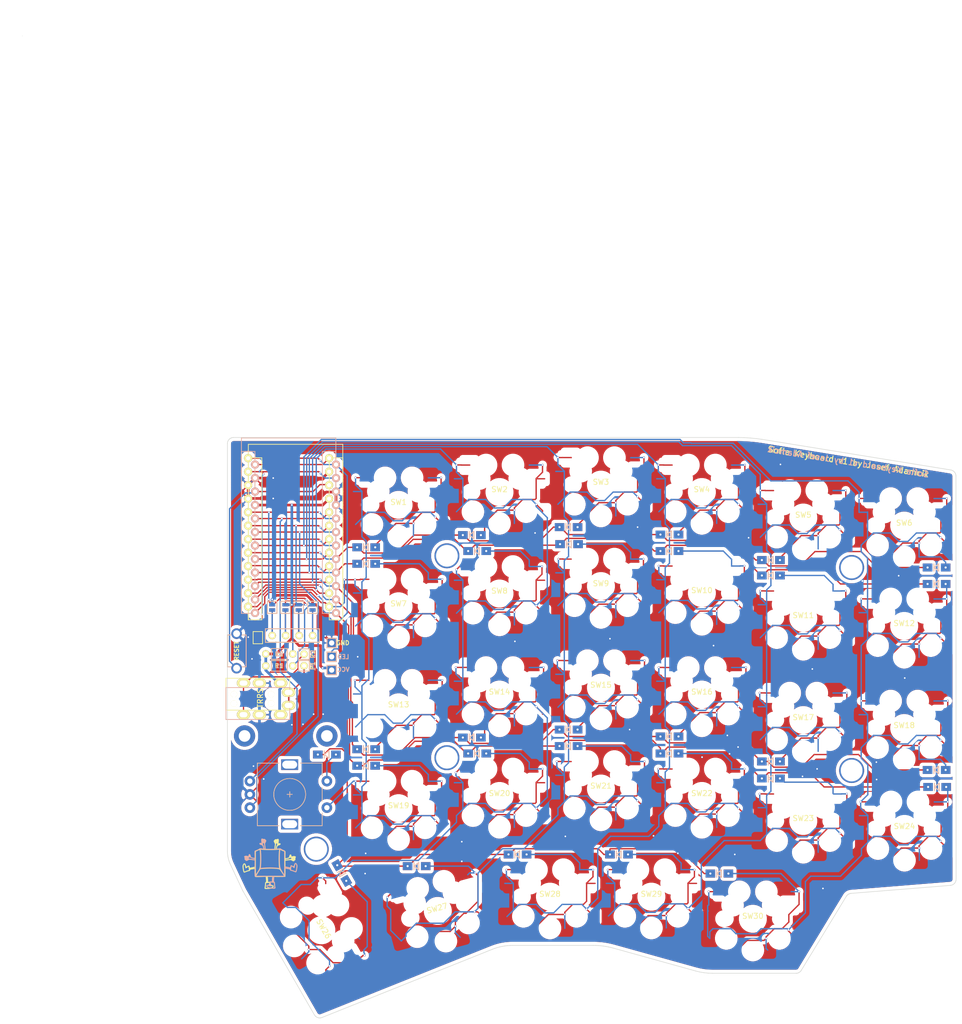
<source format=kicad_pcb>
(kicad_pcb (version 20221018) (generator pcbnew)
  (layers (0 "F.Cu" signal) (31 "B.Cu" signal) (34 "B.Paste" user) (35 "F.Paste" user) (36 "B.SilkS" user "B.Silkscreen") (37 "F.SilkS" user "F.Silkscreen") (38 "B.Mask" user) (39 "F.Mask" user) (44 "Edge.Cuts" user))
  (net 0 "")
  (net 1 "Net-(D1-Pad2)")
  (net 2 "row4")
  (net 3 "Net-(D2-Pad2)")
  (net 4 "Net-(D3-Pad2)")
  (net 5 "row0")
  (net 6 "Net-(D4-Pad2)")
  (net 7 "row1")
  (net 8 "Net-(D5-Pad2)")
  (net 9 "row2")
  (net 10 "Net-(D6-Pad2)")
  (net 11 "row3")
  (net 12 "Net-(D7-Pad2)")
  (net 13 "Net-(D8-Pad2)")
  (net 14 "Net-(D9-Pad2)")
  (net 15 "Net-(D10-Pad2)")
  (net 16 "Net-(D11-Pad2)")
  (net 17 "Net-(D12-Pad2)")
  (net 18 "Net-(D13-Pad2)")
  (net 19 "Net-(D14-Pad2)")
  (net 20 "Net-(D15-Pad2)")
  (net 21 "Net-(D16-Pad2)")
  (net 22 "Net-(D17-Pad2)")
  (net 23 "Net-(D18-Pad2)")
  (net 24 "Net-(D19-Pad2)")
  (net 25 "Net-(D20-Pad2)")
  (net 26 "Net-(D21-Pad2)")
  (net 27 "Net-(D22-Pad2)")
  (net 28 "Net-(D23-Pad2)")
  (net 29 "Net-(D24-Pad2)")
  (net 30 "Net-(D26-Pad2)")
  (net 31 "Net-(D27-Pad2)")
  (net 32 "Net-(D28-Pad2)")
  (net 33 "VCC")
  (net 34 "GND")
  (net 35 "col0")
  (net 36 "col1")
  (net 37 "col2")
  (net 38 "col3")
  (net 39 "col4")
  (net 40 "SDA")
  (net 41 "LED")
  (net 42 "SCL")
  (net 43 "RESET")
  (net 44 "Net-(D29-Pad2)")
  (net 45 "Net-(U1-Pad24)")
  (net 46 "Net-(U1-Pad7)")
  (net 47 "DATA")
  (net 48 "Net-(J3-Pad1)")
  (net 49 "Net-(J3-Pad2)")
  (net 50 "Net-(J3-Pad3)")
  (net 51 "Net-(J3-Pad4)")
  (net 52 "Net-(D30-Pad2)")
  (net 53 "SW25B")
  (net 54 "SW25A")
  (net 55 "ENCB")
  (net 56 "ENCA")
  (net 57 "/i2c_c")
  (net 58 "/i2c_d")
  (footprint "SofleKeyboard-footprint:RESISTOR_mini" (layer "F.Cu") (at 98.039272 80.311965)
    (fp_text reference "R1")
    (fp_text value "R" hide)
  )
  (footprint "SofleKeyboard-footprint:RESISTOR_mini" (layer "F.Cu") (at 98.039272 78.061965)
    (fp_text reference "R2")
    (fp_text value "R" hide)
  )
  (footprint "SofleKeyboard-footprint:MJ-4PP-9" (layer "F.Cu") (at 88 85.65 90)
    (fp_text reference "J2")
    (fp_text value "4PIN" hide)
  )
  (footprint "SofleKeyboard-footprint:1pin_conn" (layer "F.Cu") (at 102.7 80.3 -90)
    (fp_text reference "P1")
    (fp_text value "i2c_pin" hide)
  )
  (footprint "SofleKeyboard-footprint:1pin_conn" (layer "F.Cu") (at 102.7 78.1 -90)
    (fp_text reference "P2")
    (fp_text value "i2c_pin" hide)
  )
  (footprint "SofleKeyboard-footprint:HOLE_M2_TH" (layer "F.Cu") (at 129.6 59.6)
    (fp_text reference "TH3" hide)
    (fp_text value "HOLE" hide)
  )
  (footprint "SofleKeyboard-footprint:HOLE_M2_TH" (layer "F.Cu") (at 205.8 61.8)
    (fp_text reference "TH4" hide)
    (fp_text value "HOLE" hide)
  )
  (footprint "SofleKeyboard-footprint:HOLE_M2_TH" (layer "F.Cu") (at 129.6 97.6)
    (fp_text reference "TH5" hide)
    (fp_text value "HOLE" hide)
  )
  (footprint "SofleKeyboard-footprint:HOLE_M2_TH" (layer "F.Cu") (at 205.8 100)
    (fp_text reference "TH6" hide)
    (fp_text value "HOLE" hide)
  )
  (footprint "SofleKeyboard-footprint:HOLE_M2_TH" (layer "F.Cu") (at 105 114.8 90)
    (fp_text reference "TH7" hide)
    (fp_text value "HOLE" hide)
  )
  (footprint "SofleKeyboard-footprint:ProMicro" (layer "F.Cu") (at 101 56)
    (fp_text reference "U1" hide)
    (fp_text value "ProMicro" hide)
  )
  (footprint "SofleKeyboard-footprint:Jumper" (layer "F.Cu") (at 104.3 69.3 90)
    (fp_text reference "JP1" hide)
    (fp_text value "Jumper_NO_Small" hide)
  )
  (footprint "SofleKeyboard-footprint:Jumper" (layer "F.Cu") (at 101.7 69.3 90)
    (fp_text reference "JP2" hide)
    (fp_text value "Jumper_NO_Small" hide)
  )
  (footprint "SofleKeyboard-footprint:Jumper" (layer "F.Cu") (at 99.2 69.3 90)
    (fp_text reference "JP3" hide)
    (fp_text value "Jumper_NO_Small" hide)
  )
  (footprint "SofleKeyboard-footprint:TACT_SWITCH_TVBP06" (layer "F.Cu") (at 90 77.5 -90)
    (fp_text reference "RSW1" hide)
    (fp_text value "SW_RST" hide)
  )
  (footprint "SofleKeyboard-footprint:jumper_data" (layer "F.Cu") (at 94 75 -90)
    (fp_text reference "W1" hide)
    (fp_text value "jumper" hide)
  )
  (footprint "SofleKeyboard-footprint:Diode_SOD123" (layer "F.Cu") (at 114.4 58)
    (fp_text reference "D1" hide)
    (fp_text value "D" hide)
  )
  (footprint "SofleKeyboard-footprint:Diode_SOD123" (layer "F.Cu") (at 134.3 55.7)
    (fp_text reference "D2" hide)
    (fp_text value "D" hide)
  )
  (footprint "SofleKeyboard-footprint:Diode_SOD123" (layer "F.Cu") (at 152.5 54.2)
    (fp_text reference "D3" hide)
    (fp_text value "D" hide)
  )
  (footprint "SofleKeyboard-footprint:Diode_SOD123" (layer "F.Cu") (at 171.5 55.6)
    (fp_text reference "D4" hide)
    (fp_text value "D" hide)
  )
  (footprint "SofleKeyboard-footprint:Diode_SOD123" (layer "F.Cu") (at 190.6 60.4)
    (fp_text reference "D5" hide)
    (fp_text value "D" hide)
  )
  (footprint "SofleKeyboard-footprint:Diode_SOD123" (layer "F.Cu") (at 221.8 61.8)
    (fp_text reference "D6" hide)
    (fp_text value "D" hide)
  )
  (footprint "SofleKeyboard-footprint:Diode_SOD123" (layer "F.Cu") (at 114.4 61.1)
    (fp_text reference "D7" hide)
    (fp_text value "D" hide)
  )
  (footprint "SofleKeyboard-footprint:Diode_SOD123" (layer "F.Cu") (at 135.3 58.7)
    (fp_text reference "D8" hide)
    (fp_text value "D" hide)
  )
  (footprint "SofleKeyboard-footprint:Diode_SOD123" (layer "F.Cu") (at 152.6 57.4)
    (fp_text reference "D9" hide)
    (fp_text value "D" hide)
  )
  (footprint "SofleKeyboard-footprint:Diode_SOD123" (layer "F.Cu") (at 171.5 58.7)
    (fp_text reference "D10" hide)
    (fp_text value "D" hide)
  )
  (footprint "SofleKeyboard-footprint:Diode_SOD123" (layer "F.Cu") (at 190.6 63.3)
    (fp_text reference "D11" hide)
    (fp_text value "D" hide)
  )
  (footprint "SofleKeyboard-footprint:Diode_SOD123" (layer "F.Cu") (at 221.8 64.9)
    (fp_text reference "D12" hide)
    (fp_text value "D" hide)
  )
  (footprint "SofleKeyboard-footprint:Diode_SOD123" (layer "F.Cu") (at 114.4 96)
    (fp_text reference "D13" hide)
    (fp_text value "D" hide)
  )
  (footprint "SofleKeyboard-footprint:Diode_SOD123" (layer "F.Cu") (at 134.3 93.8)
    (fp_text reference "D14" hide)
    (fp_text value "D" hide)
  )
  (footprint "SofleKeyboard-footprint:Diode_SOD123" (layer "F.Cu") (at 152.5 92.3)
    (fp_text reference "D15" hide)
    (fp_text value "D" hide)
  )
  (footprint "SofleKeyboard-footprint:Diode_SOD123" (layer "F.Cu") (at 171.5 93.6)
    (fp_text reference "D16" hide)
    (fp_text value "D" hide)
  )
  (footprint "SofleKeyboard-footprint:Diode_SOD123" (layer "F.Cu") (at 190.6 98.3)
    (fp_text reference "D17" hide)
    (fp_text value "D" hide)
  )
  (footprint "SofleKeyboard-footprint:Diode_SOD123" (layer "F.Cu") (at 221.8 99.9)
    (fp_text reference "D18" hide)
    (fp_text value "D" hide)
  )
  (footprint "SofleKeyboard-footprint:Diode_SOD123" (layer "F.Cu") (at 114.4 99.1)
    (fp_text reference "D19" hide)
    (fp_text value "D" hide)
  )
  (footprint "SofleKeyboard-footprint:Diode_SOD123" (layer "F.Cu") (at 135.3 96.8)
    (fp_text reference "D20" hide)
    (fp_text value "D" hide)
  )
  (footprint "SofleKeyboard-footprint:Diode_SOD123" (layer "F.Cu") (at 152.5 95.4)
    (fp_text reference "D21" hide)
    (fp_text value "D" hide)
  )
  (footprint "SofleKeyboard-footprint:Diode_SOD123" (layer "F.Cu") (at 171.5 96.8)
    (fp_text reference "D22" hide)
    (fp_text value "D" hide)
  )
  (footprint "SofleKeyboard-footprint:Diode_SOD123" (layer "F.Cu") (at 190.6 101.5)
    (fp_text reference "D23" hide)
    (fp_text value "D" hide)
  )
  (footprint "SofleKeyboard-footprint:Diode_SOD123" (layer "F.Cu") (at 221.9 103.1)
    (fp_text reference "D24" hide)
    (fp_text value "D" hide)
  )
  (footprint "SofleKeyboard-footprint:Diode_SOD123" (layer "F.Cu") (at 107 97)
    (fp_text reference "D25" hide)
    (fp_text value "D" hide)
  )
  (footprint "SofleKeyboard-footprint:Diode_SOD123" (layer "F.Cu") (at 109.8 119.3 -60)
    (fp_text reference "D26" hide)
    (fp_text value "D" hide)
  )
  (footprint "SofleKeyboard-footprint:Diode_SOD123" (layer "F.Cu") (at 123.9 118)
    (fp_text reference "D27" hide)
    (fp_text value "D" hide)
  )
  (footprint "SofleKeyboard-footprint:Diode_SOD123" (layer "F.Cu") (at 142.9 115.8)
    (fp_text reference "D28" hide)
    (fp_text value "D" hide)
  )
  (footprint "SofleKeyboard-footprint:Diode_SOD123" (layer "F.Cu") (at 162 115.8)
    (fp_text reference "D29" hide)
    (fp_text value "D" hide)
  )
  (footprint "ergodonk_kicad_library:key_outline_only" (layer "F.Cu") (at 120.5 50)
    (fp_text reference "SW1")
    (fp_text value "SW_PUSH")
  )
  (footprint "ergodonk_kicad_library:key_outline_only" (layer "F.Cu") (at 139.5 47.6)
    (fp_text reference "SW2")
    (fp_text value "SW_PUSH")
  )
  (footprint "ergodonk_kicad_library:key_outline_only" (layer "F.Cu") (at 158.6 46.21)
    (fp_text reference "SW3")
    (fp_text value "SW_PUSH")
  )
  (footprint "ergodonk_kicad_library:key_outline_only" (layer "F.Cu") (at 177.6 47.6)
    (fp_text reference "SW4")
    (fp_text value "SW_PUSH")
  )
  (footprint "ergodonk_kicad_library:key_outline_only" (layer "F.Cu") (at 196.7 52.4)
    (fp_text reference "SW5")
    (fp_text value "SW_PUSH")
  )
  (footprint "ergodonk_kicad_library:key_outline_only" (layer "F.Cu") (at 215.7 53.9)
    (fp_text reference "SW6")
    (fp_text value "SW_PUSH")
  )
  (footprint "ergodonk_kicad_library:key_outline_only" (layer "F.Cu") (at 120.5 69.1)
    (fp_text reference "SW7")
    (fp_text value "SW_PUSH")
  )
  (footprint "ergodonk_kicad_library:key_outline_only" (layer "F.Cu") (at 139.5 66.7)
    (fp_text reference "SW8")
    (fp_text value "SW_PUSH")
  )
  (footprint "ergodonk_kicad_library:key_outline_only" (layer "F.Cu") (at 158.6 65.3)
    (fp_text reference "SW9")
    (fp_text value "SW_PUSH")
  )
  (footprint "ergodonk_kicad_library:key_outline_only" (layer "F.Cu") (at 177.6 66.6)
    (fp_text reference "SW10")
    (fp_text value "SW_PUSH")
  )
  (footprint "ergodonk_kicad_library:key_outline_only" (layer "F.Cu") (at 196.7 71.3)
    (fp_text reference "SW11")
    (fp_text value "SW_PUSH")
  )
  (footprint "ergodonk_kicad_library:key_outline_only" (layer "F.Cu") (at 215.7 72.8)
    (fp_text reference "SW12")
    (fp_text value "SW_PUSH")
  )
  (footprint "ergodonk_kicad_library:key_outline_only" (layer "F.Cu") (at 120.5 88.1)
    (fp_text reference "SW13")
    (fp_text value "SW_PUSH")
  )
  (footprint "ergodonk_kicad_library:key_outline_only" (layer "F.Cu") (at 139.5 85.7)
    (fp_text reference "SW14")
    (fp_text value "SW_PUSH")
  )
  (footprint "ergodonk_kicad_library:key_outline_only" (layer "F.Cu") (at 158.6 84.4)
    (fp_text reference "SW15")
    (fp_text value "SW_PUSH")
  )
  (footprint "ergodonk_kicad_library:key_outline_only" (layer "F.Cu") (at 177.6 85.7)
    (fp_text reference "SW16")
    (fp_text value "SW_PUSH")
  )
  (footprint "ergodonk_kicad_library:key_outline_only" (layer "F.Cu") (at 196.7 90.5)
    (fp_text reference "SW17")
    (fp_text value "SW_PUSH")
  )
  (footprint "ergodonk_kicad_library:key_outline_only" (layer "F.Cu") (at 215.7 92)
    (fp_text reference "SW18")
    (fp_text value "SW_PUSH")
  )
  (footprint "ergodonk_kicad_library:key_outline_only" (layer "F.Cu") (at 120.5 107.1)
    (fp_text reference "SW19")
    (fp_text value "SW_PUSH")
  )
  (footprint "ergodonk_kicad_library:key_outline_only" (layer "F.Cu") (at 139.5 104.8)
    (fp_text reference "SW20")
    (fp_text value "SW_PUSH")
  )
  (footprint "ergodonk_kicad_library:key_outline_only" (layer "F.Cu") (at 158.6 103.4)
    (fp_text reference "SW21")
    (fp_text value "SW_PUSH")
  )
  (footprint "ergodonk_kicad_library:key_outline_only" (layer "F.Cu") (at 177.6 104.8)
    (fp_text reference "SW22")
    (fp_text value "SW_PUSH")
  )
  (footprint "ergodonk_kicad_library:key_outline_only" (layer "F.Cu") (at 196.7 109.5)
    (fp_text reference "SW23")
    (fp_text value "SW_PUSH")
  )
  (footprint "ergodonk_kicad_library:key_outline_only" (layer "F.Cu") (at 215.75 111)
    (fp_text reference "SW24")
    (fp_text value "SW_PUSH")
  )
  (footprint "ergodonk_kicad_library:key_outline_only" (layer "F.Cu") (at 105.96 130.07 -60)
    (fp_text reference "SW26")
    (fp_text value "SW_PUSH")
  )
  (footprint "ergodonk_kicad_library:key_outline_only" (layer "F.Cu") (at 127.88 126.42 15)
    (fp_text reference "SW27")
    (fp_text value "SW_PUSH")
  )
  (footprint "ergodonk_kicad_library:key_outline_only" (layer "F.Cu") (at 149 123.75)
    (fp_text reference "SW28")
    (fp_text value "SW_PUSH")
  )
  (footprint "ergodonk_kicad_library:key_outline_only" (layer "F.Cu") (at 168.1 123.75)
    (fp_text reference "SW29")
    (fp_text value "SW_PUSH")
  )
  (footprint "SofleKeyboard-footprint:M2_HOLE_PCB" (layer "F.Cu") (at 91.5 93.5)
    (fp_text reference "TH1" hide)
    (fp_text value "HOLE")
  )
  (footprint "SofleKeyboard-footprint:Jumper" (layer "F.Cu") (at 96.7 69.3 90)
    (fp_text reference "JP4" hide)
    (fp_text value "Jumper_NO_Small" hide)
  )
  (footprint "SofleKeyboard-footprint:LED" (layer "F.Cu") (at 107.9 81.1 180)
    (fp_text reference "J1" hide)
    (fp_text value "LED" hide)
  )
  (footprint "SofleKeyboard-footprint:OLED_4Pin" (layer "F.Cu") (at 96.7 74.6)
    (fp_text reference "J3" hide)
    (fp_text value "OLED" hide)
  )
  (footprint "SofleKeyboard-footprint:Diode_SOD123" (layer "F.Cu") (at 180.9 119.4)
    (fp_text reference "D30" hide)
    (fp_text value "D" hide)
  )
  (footprint "ergodonk_kicad_library:key_outline_only" (layer "F.Cu") (at 187.2 127.9)
    (fp_text reference "SW30")
    (fp_text value "SW_PUSH")
  )
  (footprint "SofleKeyboard-footprint:M2_HOLE_PCB" (layer "F.Cu") (at 107 93.5)
    (fp_text reference "TH2" hide)
    (fp_text value "HOLE")
  )
  (footprint "SofleKeyboard-footprint:RotaryEncoder_Alps_EC11E-Switch_Vertical_H20mm-keebio_modified" (layer "F.Cu") (at 100 104.5)
    (fp_text reference "SW25" hide)
    (fp_text value "Rotary_Encoder_Switch")
  )
  (footprint "SofleKeyboard-footprint:SofleLogoSmall" (layer "F.Cu") (at 96.77 124.61)
    (fp_text reference "Ref**" hide)
    (fp_text value "Val**" hide)
  )
  (footprint "SofleKeyboard-footprint:Jumper" (layer "B.Cu") (at 101.7 69.3 90)
    (fp_text reference "JP6" hide)
    (fp_text value "Jumper_NO_Small" hide)
  )
  (footprint "SofleKeyboard-footprint:Jumper" (layer "B.Cu") (at 99.2 69.3 90)
    (fp_text reference "JP7" hide)
    (fp_text value "Jumper_NO_Small" hide)
  )
  (footprint "SofleKeyboard-footprint:Jumper" (layer "B.Cu") (at 96.7 69.3 90)
    (fp_text reference "JP8" hide)
    (fp_text value "Jumper_NO_Small" hide)
  )
  (footprint "SofleKeyboard-footprint:Jumper" (layer "B.Cu") (at 104.3 69.3 90)
    (fp_text reference "JP5" hide)
    (fp_text value "Jumper_NO_Small" hide)
  )
  (footprint "SofleKeyboard-footprint:SofleLogoSmall" (layer "B.Cu") (at 95.81 124.55 180)
    (fp_text reference "Ref**" hide)
    (fp_text value "Val**" hide)
  )
  (gr_rect (start 95.43 73.33) (end 105.59 75.87) (stroke (width 0.15)) (fill none) (layer "F.SilkS"))
  (gr_line (start 157.649178 132.923912) (end 157.174698 132.915912) (stroke (width 0.1)) (layer "Edge.Cuts"))
  (gr_line (start 91.129785 122.566908) (end 88.828479 117.66343) (stroke (width 0.1)) (layer "Edge.Cuts"))
  (gr_line (start 225.443181 44.581902) (end 225.470181 120.473355) (stroke (width 0.1)) (layer "Edge.Cuts"))
  (gr_line (start 105.668308 146.57198) (end 105.465848 146.55768) (stroke (width 0.1)) (layer "Edge.Cuts"))
  (gr_line (start 225.008991 121.395785) (end 224.828731 121.506704) (stroke (width 0.1)) (layer "Edge.Cuts"))
  (gr_line (start 158.59487 132.988112) (end 158.122703 132.948012) (stroke (width 0.1)) (layer "Edge.Cuts"))
  (gr_line (start 141.956108 132.915912) (end 141.468402 132.927502) (stroke (width 0.1)) (layer "Edge.Cuts"))
  (gr_line (start 88.47059 37.833327) (end 88.611259 37.662831) (stroke (width 0.1)) (layer "Edge.Cuts"))
  (gr_line (start 88.284057 115.503472) (end 88.275257 115.182495) (stroke (width 0.1)) (layer "Edge.Cuts"))
  (gr_line (start 225.283881 43.997807) (end 225.370281 44.178672) (stroke (width 0.1)) (layer "Edge.Cuts"))
  (gr_line (start 139.545048 133.204021) (end 139.07514 133.329881) (stroke (width 0.1)) (layer "Edge.Cuts"))
  (gr_line (start 225.026621 43.6956) (end 225.168321 43.835582) (stroke (width 0.1)) (layer "Edge.Cuts"))
  (gr_line (start 225.292881 121.088035) (end 225.164971 121.254855) (stroke (width 0.1)) (layer "Edge.Cuts"))
  (gr_line (start 195.630511 138.1276) (end 195.485701 138.156) (stroke (width 0.1)) (layer "Edge.Cuts"))
  (gr_line (start 88.415227 116.453429) (end 88.354217 116.139644) (stroke (width 0.1)) (layer "Edge.Cuts"))
  (gr_line (start 88.7001 117.369113) (end 88.588327 117.068869) (stroke (width 0.1)) (layer "Edge.Cuts"))
  (gr_line (start 224.475441 43.445146) (end 224.677111 43.496776) (stroke (width 0.1)) (layer "Edge.Cuts"))
  (gr_line (start 177.2 137.92) (end 176.412351 137.7297) (stroke (width 0.1)) (layer "Edge.Cuts"))
  (gr_line (start 177.997811 138.0564) (end 177.2 137.92) (stroke (width 0.1)) (layer "Edge.Cuts"))
  (gr_line (start 88.310437 115.822758) (end 88.284057 115.503472) (stroke (width 0.1)) (layer "Edge.Cuts"))
  (gr_line (start 159.533519 133.116012) (end 159.065278 133.044112) (stroke (width 0.1)) (layer "Edge.Cuts"))
  (gr_line (start 157.174698 132.915912) (end 141.956108 132.915912) (stroke (width 0.1)) (layer "Edge.Cuts"))
  (gr_line (start 224.861871 43.581466) (end 225.026621 43.6956) (stroke (width 0.1)) (layer "Edge.Cuts"))
  (gr_line (start 140.020141 133.100702) (end 139.545048 133.204021) (stroke (width 0.1)) (layer "Edge.Cuts"))
  (gr_line (start 224.828731 121.506704) (end 224.628001 121.583504) (stroke (width 0.1)) (layer "Edge.Cuts"))
  (gr_line (start 160.921209 133.42648) (end 160.461889 133.30724) (stroke (width 0.1)) (layer "Edge.Cuts"))
  (gr_line (start 224.677111 43.496776) (end 224.861871 43.581466) (stroke (width 0.1)) (layer "Edge.Cuts"))
  (gr_line (start 91.174935 122.653408) (end 91.129785 122.566908) (stroke (width 0.1)) (layer "Edge.Cuts"))
  (gr_line (start 205.304181 123.23079) (end 205.185581 123.29459) (stroke (width 0.1)) (layer "Edge.Cuts"))
  (gr_line (start 88.273857 38.477435) (end 88.297257 38.245261) (stroke (width 0.1)) (layer "Edge.Cuts"))
  (gr_line (start 204.884161 123.563451) (end 204.805861 123.676381) (stroke (width 0.1)) (layer "Edge.Cuts"))
  (gr_line (start 205.561281 123.14629) (end 205.429811 123.18109) (stroke (width 0.1)) (layer "Edge.Cuts"))
  (gr_line (start 88.354217 116.139644) (end 88.310437 115.822758) (stroke (width 0.1)) (layer "Edge.Cuts"))
  (gr_line (start 196.023331 137.9386) (end 195.900911 138.018) (stroke (width 0.1)) (layer "Edge.Cuts"))
  (gr_line (start 88.364377 38.029014) (end 88.47059 37.833327) (stroke (width 0.1)) (layer "Edge.Cuts"))
  (gr_line (start 88.275257 115.182495) (end 88.273857 38.477435) (stroke (width 0.1)) (layer "Edge.Cuts"))
  (gr_line (start 225.164971 121.254855) (end 225.008991 121.395785) (stroke (width 0.1)) (layer "Edge.Cuts"))
  (gr_line (start 140.499606 133.020102) (end 140.020141 133.100702) (stroke (width 0.1)) (layer "Edge.Cuts"))
  (gr_line (start 204.974361 123.46169) (end 204.884161 123.563451) (stroke (width 0.1)) (layer "Edge.Cuts"))
  (gr_line (start 205.185581 123.29459) (end 205.075241 123.37179) (stroke (width 0.1)) (layer "Edge.Cuts"))
  (gr_line (start 105.872976 146.54978) (end 105.668308 146.57198) (stroke (width 0.1)) (layer "Edge.Cuts"))
  (gr_line (start 195.769441 138.0813) (end 195.630511 138.1276) (stroke (width 0.1)) (layer "Edge.Cuts"))
  (gr_line (start 138.154128 133.648551) (end 106.075202 146.48948) (stroke (width 0.1)) (layer "Edge.Cuts"))
  (gr_line (start 205.429811 123.18109) (end 205.304181 123.23079) (stroke (width 0.1)) (layer "Edge.Cuts"))
  (gr_line (start 184.510807 37.325485) (end 185.544381 37.353325) (stroke (width 0.1)) (layer "Edge.Cuts"))
  (gr_line (start 196.135131 137.844) (end 196.023331 137.9386) (stroke (width 0.1)) (layer "Edge.Cuts"))
  (gr_line (start 106.075202 146.48948) (end 105.872976 146.54978) (stroke (width 0.1)) (layer "Edge.Cuts"))
  (gr_line (start 195.485701 138.156) (end 195.336581 138.166) (stroke (width 0.1)) (layer "Edge.Cuts"))
  (gr_line (start 89.425853 37.325405) (end 184.510807 37.325485) (stroke (width 0.1)) (layer "Edge.Cuts"))
  (gr_line (start 139.07514 133.329881) (end 138.61123 133.478101) (stroke (width 0.1)) (layer "Edge.Cuts"))
  (gr_line (start 186.716531 37.429255) (end 187.885731 37.54187) (stroke (width 0.1)) (layer "Edge.Cuts"))
  (gr_line (start 105.270246 146.50858) (end 105.086149 146.42628) (stroke (width 0.1)) (layer "Edge.Cuts"))
  (gr_line (start 225.424381 44.374571) (end 225.443181 44.581902) (stroke (width 0.1)) (layer "Edge.Cuts"))
  (gr_line (start 188.910421 37.679776) (end 224.475441 43.445146) (stroke (width 0.1)) (layer "Edge.Cuts"))
  (gr_line (start 179.61287 138.166) (end 178.80302 138.1385) (stroke (width 0.1)) (layer "Edge.Cuts"))
  (gr_line (start 187.885731 37.54187) (end 188.910421 37.679776) (stroke (width 0.1)) (layer "Edge.Cuts"))
  (gr_line (start 49.676679 -38.227998) (end 49.676679 -38.227998) (stroke (width 0.1)) (layer "Edge.Cuts"))
  (gr_line (start 88.611259 37.662831) (end 88.781752 37.52216) (stroke (width 0.1)) (layer "Edge.Cuts"))
  (gr_line (start 88.781752 37.52216) (end 88.977436 37.415945) (stroke (width 0.1)) (layer "Edge.Cuts"))
  (gr_line (start 225.168321 43.835582) (end 225.283881 43.997807) (stroke (width 0.1)) (layer "Edge.Cuts"))
  (gr_line (start 178.80302 138.1385) (end 177.997811 138.0564) (stroke (width 0.1)) (layer "Edge.Cuts"))
  (gr_line (start 195.900911 138.018) (end 195.769441 138.0813) (stroke (width 0.1)) (layer "Edge.Cuts"))
  (gr_line (start 89.19368 37.348815) (end 89.425853 37.325405) (stroke (width 0.1)) (layer "Edge.Cuts"))
  (gr_line (start 225.388881 120.899435) (end 225.292881 121.088035) (stroke (width 0.1)) (layer "Edge.Cuts"))
  (gr_line (start 195.336581 138.166) (end 179.61287 138.166) (stroke (width 0.1)) (layer "Edge.Cuts"))
  (gr_line (start 141.468402 132.927502) (end 140.982629 132.962302) (stroke (width 0.1)) (layer "Edge.Cuts"))
  (gr_line (start 225.470181 120.473355) (end 225.449281 120.693166) (stroke (width 0.1)) (layer "Edge.Cuts"))
  (gr_line (start 104.77107 146.16833) (end 104.649386 145.99593) (stroke (width 0.1)) (layer "Edge.Cuts"))
  (gr_line (start 196.320531 137.61276) (end 196.234731 137.7351) (stroke (width 0.1)) (layer "Edge.Cuts"))
  (gr_line (start 185.544381 37.353325) (end 186.716531 37.429255) (stroke (width 0.1)) (layer "Edge.Cuts"))
  (gr_line (start 225.370281 44.178672) (end 225.424381 44.374571) (stroke (width 0.1)) (layer "Edge.Cuts"))
  (gr_line (start 224.410591 121.622104) (end 224.410611 121.622114) (stroke (width 0.1)) (layer "Edge.Cuts"))
  (gr_line (start 224.410471 121.62154) (end 205.697381 123.12708) (stroke (width 0.1)) (layer "Edge.Cuts"))
  (gr_line (start 88.588327 117.068869) (end 88.493317 116.763407) (stroke (width 0.1)) (layer "Edge.Cuts"))
  (gr_line (start 176.412351 137.7297) (end 160.921209 133.42648) (stroke (width 0.1)) (layer "Edge.Cuts"))
  (gr_line (start 159.065278 133.044112) (end 158.59487 132.988112) (stroke (width 0.1)) (layer "Edge.Cuts"))
  (gr_line (start 140.982629 132.962302) (end 140.499606 133.020102) (stroke (width 0.1)) (layer "Edge.Cuts"))
  (gr_line (start 158.122703 132.948012) (end 157.649178 132.923912) (stroke (width 0.1)) (layer "Edge.Cuts"))
  (gr_line (start 225.449281 120.693166) (end 225.388881 120.899435) (stroke (width 0.1)) (layer "Edge.Cuts"))
  (gr_line (start 204.805861 123.676381) (end 196.320531 137.61276) (stroke (width 0.1)) (layer "Edge.Cuts"))
  (gr_line (start 105.086149 146.42628) (end 104.918207 146.31232) (stroke (width 0.1)) (layer "Edge.Cuts"))
  (gr_line (start 138.61123 133.478101) (end 138.154128 133.648551) (stroke (width 0.1)) (layer "Edge.Cuts"))
  (gr_line (start 160.461889 133.30724) (end 159.999191 133.203712) (stroke (width 0.1)) (layer "Edge.Cuts"))
  (gr_line (start 88.297257 38.245261) (end 88.364377 38.029014) (stroke (width 0.1)) (layer "Edge.Cuts"))
  (gr_line (start 205.697381 123.12708) (end 205.561281 123.14629) (stroke (width 0.1)) (layer "Edge.Cuts"))
  (gr_line (start 105.465848 146.55768) (end 105.270246 146.50858) (stroke (width 0.1)) (layer "Edge.Cuts"))
  (gr_line (start 196.234731 137.7351) (end 196.135131 137.844) (stroke (width 0.1)) (layer "Edge.Cuts"))
  (gr_line (start 104.649386 145.99593) (end 91.174935 122.653408) (stroke (width 0.1)) (layer "Edge.Cuts"))
  (gr_line (start 205.075241 123.37179) (end 204.974361 123.46169) (stroke (width 0.1)) (layer "Edge.Cuts"))
  (gr_line (start 88.493317 116.763407) (end 88.415227 116.453429) (stroke (width 0.1)) (layer "Edge.Cuts"))
  (gr_line (start 88.977436 37.415945) (end 89.19368 37.348815) (stroke (width 0.1)) (layer "Edge.Cuts"))
  (gr_line (start 88.828479 117.66343) (end 88.7001 117.369113) (stroke (width 0.1)) (layer "Edge.Cuts"))
  (gr_line (start 104.918207 146.31232) (end 104.77107 146.16833) (stroke (width 0.1)) (layer "Edge.Cuts"))
  (gr_line (start 159.999191 133.203712) (end 159.533519 133.116012) (stroke (width 0.1)) (layer "Edge.Cuts"))
  (gr_line (start 224.628001 121.583504) (end 224.410591 121.622104) (stroke (width 0.1)) (layer "Edge.Cuts"))
  (gr_text "Sofle Keyboard v1 by Josef Adamcik" (at 205.1 41.9 -9) (layer "B.SilkS") (effects (font (size 1.1 1.1) (thickness 0.2)) (justify mirror)))
  (gr_text "Sofle Keyboard v1 by Josef Adamcik" (at 205.2 41.9 -9) (layer "F.SilkS") (effects (font (size 1.1 1.1) (thickness 0.2))))
  (segment (start 117.7 55.9) (end 117.7 56) (width 0.25) (layer "F.Cu") (net 1))
  (segment (start 128.5 44.9) (end 128.5 46.36) (width 0.25) (layer "F.Cu") (net 1))
  (segment (start 124.975728 51.4) (end 123.299992 53.075736) (width 0.25) (layer "F.Cu") (net 1))
  (segment (start 127.4 47.46) (end 127.4 51.2) (width 0.25) (layer "F.Cu") (net 1))
  (segment (start 123.299992 53.075736) (end 123.299992 53.5) (width 0.25) (layer "F.Cu") (net 1))
  (segment (start 127.4 51.2) (end 127.2 51.4) (width 0.25) (layer "F.Cu") (net 1))
  (segment (start 117.7 55.8) (end 120 53.5) (width 0.25) (layer "F.Cu") (net 1))
  (segment (start 122.875728 53.5) (end 123.299992 53.5) (width 0.25) (layer "F.Cu") (net 1))
  (segment (start 117.7 56) (end 116.1 57.6) (width 0.25) (layer "F.Cu") (net 1))
  (segment (start 120 53.5) (end 122.875728 53.5) (width 0.25) (layer "F.Cu") (net 1))
  (segment (start 127.2 51.4) (end 124.975728 51.4) (width 0.25) (layer "F.Cu") (net 1))
  (segment (start 127.44 47.5) (end 127.4 47.46) (width 0.25) (layer "F.Cu") (net 1))
  (segment (start 117.7 55.9) (end 117.7 55.8) (width 0.25) (layer "F.Cu") (net 1))
  (segment (start 128.5 46.36) (end 127.4 47.46) (width 0.25) (layer "F.Cu") (net 1))
  (segment (start 116.1 57.6) (end 116.1 58) (width 0.25) (layer "F.Cu") (net 1))
  (segment (start 129 47.5) (end 127.44 47.5) (width 0.25) (layer "F.Cu") (net 1))
  (via (at 123.299992 53.5) (size 0.4) (drill 0.3) (layers "F.Cu" "B.Cu") (net 1))
  (via (at 128.5 44.9) (size 0.4) (drill 0.3) (layers "F.Cu" "B.Cu") (net 1))
  (segment (start 123.3 55.9) (end 123.3 53.500008) (width 0.25) (layer "B.Cu") (net 1))
  (segment (start 126.1 44.92) (end 127.68 44.92) (width 0.25) (layer "B.Cu") (net 1))
  (segment (start 127.68 44.92) (end 127.7 44.9) (width 0.25) (layer "B.Cu") (net 1))
  (segment (start 123.3 53.500008) (end 123.299992 53.5) (width 0.25) (layer "B.Cu") (net 1))
  (segment (start 127.7 44.9) (end 128.5 44.9) (width 0.25) (layer "B.Cu") (net 1))
  (segment (start 105.300001 67.100001) (end 105.300001 67.100001) (width 0.25) (layer "F.Cu") (net 2))
  (segment (start 159.15 115.8) (end 158.074999 114.724999) (width 0.25) (layer "F.Cu") (net 2))
  (segment (start 141.2 115.8) (end 124.55 115.8) (width 0.25) (layer "F.Cu") (net 2))
  (segment (start 111.1 74.218176) (end 111.1 72.74693) (width 0.25) (layer "F.Cu") (net 2))
  (segment (start 111.1 72.74693) (end 108.718815 70.365745) (width 0.25) (layer "F.Cu") (net 2))
  (segment (start 94.8 68.2) (end 94.8 67.14097) (width 0.25) (layer "F.Cu") (net 2))
  (segment (start 110.825001 87.574999) (end 110.6 87.349998) (width 0.25) (layer "F.Cu") (net 2))
  (segment (start 160.3 115.8) (end 160.3 114.8) (width 0.25) (layer "F.Cu") (net 2))
  (segment (start 178.05 119.4) (end 179.2 119.4) (width 0.25) (layer "F.Cu") (net 2))
  (segment (start 109.924999 96) (end 110.825001 96.900002) (width 0.25) (layer "F.Cu") (net 2))
  (segment (start 93.83 69.17) (end 94.8 68.2) (width 0.25) (layer "F.Cu") (net 2))
  (segment (start 173.374999 114.724999) (end 178.05 119.4) (width 0.25) (layer "F.Cu") (net 2))
  (segment (start 122.2 118) (end 109.122243 118) (width 0.25) (layer "F.Cu") (net 2))
  (segment (start 104.255686 66.000022) (end 105.127834 66.87217) (width 0.25) (layer "F.Cu") (net 2))
  (segment (start 105.3 97) (end 106.45 97) (width 0.25) (layer "F.Cu") (net 2))
  (segment (start 92.18 69.17) (end 93.83 69.17) (width 0.25) (layer "F.Cu") (net 2))
  (segment (start 109.122243 118) (end 108.95 117.827757) (width 0.25) (layer "F.Cu") (net 2))
  (segment (start 110.825001 87.574999) (end 110.825001 88.9) (width 0.25) (layer "F.Cu") (net 2))
  (segment (start 124.55 115.8) (end 122.35 118) (width 0.25) (layer "F.Cu") (net 2))
  (segment (start 160.3 115.8) (end 159.15 115.8) (width 0.25) (layer "F.Cu") (net 2))
  (segment (start 110.825001 96.325001) (end 110.825001 88.9) (width 0.25) (layer "F.Cu") (net 2))
  (segment (start 158.074999 114.724999) (end 142.425001 114.724999) (width 0.25) (layer "F.Cu") (net 2))
  (segment (start 141.35 115.8) (end 141.2 115.8) (width 0.25) (layer "F.Cu") (net 2))
  (segment (start 110.825001 88.9) (end 110.825001 88.825001) (width 0.25) (layer "F.Cu") (net 2))
  (segment (start 110.6 87.349998) (end 110.6 74.718176) (width 0.25) (layer "F.Cu") (net 2))
  (segment (start 122.35 118) (end 122.2 118) (width 0.25) (layer "F.Cu") (net 2))
  (segment (start 142.425001 114.724999) (end 141.35 115.8) (width 0.25) (layer "F.Cu") (net 2))
  (segment (start 94.8 67.14097) (end 95.940948 66.000022) (width 0.25) (layer "F.Cu") (net 2))
  (segment (start 108.95 117.827757) (end 110.825001 115.952756) (width 0.25) (layer "F.Cu") (net 2))
  (segment (start 160.3 114.8) (end 160.375001 114.724999) (width 0.25) (layer "F.Cu") (net 2))
  (segment (start 105.127834 66.87217) (end 105.327833 67.072169) (width 0.25) (layer "F.Cu") (net 2))
  (segment (start 107.525001 95.924999) (end 109.924999 95.924999) (width 0.25) (layer "F.Cu") (net 2))
  (segment (start 110.825001 115.952756) (end 110.825001 96.325001) (width 0.25) (layer "F.Cu") (net 2))
  (segment (start 106.45 97) (end 107.525001 95.924999) (width 0.25) (layer "F.Cu") (net 2))
  (segment (start 110.6 74.718176) (end 111.1 74.218176) (width 0.25) (layer "F.Cu") (net 2))
  (segment (start 95.940948 66.000022) (end 104.255686 66.000022) (width 0.25) (layer "F.Cu") (net 2))
  (segment (start 160.375001 114.724999) (end 173.374999 114.724999) (width 0.25) (layer "F.Cu") (net 2))
  (via (at 105.327833 67.072169) (size 0.4) (drill 0.3) (layers "F.Cu" "B.Cu") (net 2))
  (segment (start 105.527832 67.272168) (end 105.327833 67.072169) (width 0.25) (layer "B.Cu") (net 2))
  (segment (start 108.77 70.37) (end 106.77 70.37) (width 0.25) (layer "B.Cu") (net 2))
  (segment (start 106.2 67.944336) (end 105.527832 67.272168) (width 0.25) (layer "B.Cu") (net 2))
  (segment (start 106.77 70.37) (end 106.2 69.8) (width 0.25) (layer "B.Cu") (net 2))
  (segment (start 106.2 69.8) (end 106.2 67.944336) (width 0.25) (layer "B.Cu") (net 2))
  (segment (start 136.7 53.5) (end 136.7 53.6) (width 0.25) (layer "F.Cu") (net 3))
  (segment (start 139.100006 50.999994) (end 141.875736 50.999994) (width 0.25) (layer "F.Cu") (net 3))
  (segment (start 141.875736 50.999994) (end 142.3 50.999994) (width 0.25) (layer "F.Cu") (net 3))
  (segment (start 142.3 50.57573) (end 142.3 50.999994) (width 0.25) (layer "F.Cu") (net 3))
  (segment (start 136.7 53.5) (end 136.7 55) (width 0.25) (layer "F.Cu") (net 3))
  (segment (start 146.2 49) (end 143.87573 49) (width 0.25) (layer "F.Cu") (net 3))
  (segment (start 147.6 42.5) (end 147.6 43.86) (width 0.25) (layer "F.Cu") (net 3))
  (segment (start 146.44 45.1) (end 146.4 45.06) (width 0.25) (layer "F.Cu") (net 3))
  (segment (start 136.7 53.4) (end 139.100006 50.999994) (width 0.25) (layer "F.Cu") (net 3))
  (segment (start 143.87573 49) (end 142.3 50.57573) (width 0.25) (layer "F.Cu") (net 3))
  (segment (start 136.7 55) (end 136 55.7) (width 0.25) (layer "F.Cu") (net 3))
  (segment (start 148 45.1) (end 146.44 45.1) (width 0.25) (layer "F.Cu") (net 3))
  (segment (start 146.4 45.06) (end 146.4 48.8) (width 0.25) (layer "F.Cu") (net 3))
  (segment (start 146.4 48.8) (end 146.2 49) (width 0.25) (layer "F.Cu") (net 3))
  (segment (start 147.6 43.86) (end 146.4 45.06) (width 0.25) (layer "F.Cu") (net 3))
  (via (at 147.6 42.5) (size 0.4) (drill 0.3) (layers "F.Cu" "B.Cu") (net 3))
  (via (at 142.3 50.999994) (size 0.4) (drill 0.3) (layers "F.Cu" "B.Cu") (net 3))
  (segment (start 145.1 42.52) (end 146.68 42.52) (width 0.25) (layer "B.Cu") (net 3))
  (segment (start 146.7 42.5) (end 147.6 42.5) (width 0.25) (layer "B.Cu") (net 3))
  (segment (start 142.3 53.5) (end 142.3 50.999994) (width 0.25) (layer "B.Cu") (net 3))
  (segment (start 146.68 42.52) (end 146.7 42.5) (width 0.25) (layer "B.Cu") (net 3))
  (segment (start 155.8 52) (end 158.2 49.6) (width 0.25) (layer "F.Cu") (net 4))
  (segment (start 165.3 47.6) (end 162.975736 47.6) (width 0.25) (layer "F.Cu") (net 4))
  (segment (start 162.975736 47.6) (end 161.4 49.175736) (width 0.25) (layer "F.Cu") (net 4))
  (segment (start 166.7 42.47) (end 165.5 43.67) (width 0.25) (layer "F.Cu") (net 4))
  (segment (start 161.4 49.175736) (end 161.4 49.6) (width 0.25) (layer "F.Cu") (net 4))
  (segment (start 165.5 47.4) (end 165.3 47.6) (width 0.25) (layer "F.Cu") (net 4))
  (segment (start 155.8 52.11) (end 155.8 52.21) (width 0.25) (layer "F.Cu") (net 4))
  (segment (start 154.2 53.81) (end 154.2 54.2) (width 0.25) (layer "F.Cu") (net 4))
  (segment (start 165.54 43.71) (end 165.5 43.67) (width 0.25) (layer "F.Cu") (net 4))
  (segment (start 165.5 43.66) (end 165.5 47.4) (width 0.25) (layer "F.Cu") (net 4))
  (segment (start 158.2 49.6) (end 160.975736 49.6) (width 0.25) (layer "F.Cu") (net 4))
  (segment (start 160.975736 49.6) (end 161.4 49.6) (width 0.25) (layer "F.Cu") (net 4))
  (segment (start 167.1 43.71) (end 165.54 43.71) (width 0.25) (layer "F.Cu") (net 4))
  (segment (start 166.7 41.1) (end 166.7 42.47) (width 0.25) (layer "F.Cu") (net 4))
  (segment (start 155.8 52.21) (end 154.2 53.81) (width 0.25) (layer "F.Cu") (net 4))
  (via (at 161.4 49.6) (size 0.4) (drill 0.3) (layers "F.Cu" "B.Cu") (net 4))
  (via (at 166.7 41.1) (size 0.4) (drill 0.3) (layers "F.Cu" "B.Cu") (net 4))
  (segment (start 161.4 50.024264) (end 161.4 49.6) (width 0.25) (layer "B.Cu") (net 4))
  (segment (start 165.8 41.11) (end 166.69 41.11) (width 0.25) (layer "B.Cu") (net 4))
  (segment (start 161.4 52.1) (end 161.4 50.024264) (width 0.25) (layer "B.Cu") (net 4))
  (segment (start 166.69 41.11) (end 166.7 41.1) (width 0.25) (layer "B.Cu") (net 4))
  (segment (start 165.78 41.13) (end 165.8 41.11) (width 0.25) (layer "B.Cu") (net 4))
  (segment (start 164.2 41.13) (end 165.78 41.13) (width 0.25) (layer "B.Cu") (net 4))
  (segment (start 92.18 59.01) (end 105.69 59.01) (width 0.25) (layer "F.Cu") (net 5))
  (segment (start 210.6 61.8) (end 207.6 58.8) (width 0.25) (layer "F.Cu") (net 5))
  (segment (start 220.1 61.8) (end 210.6 61.8) (width 0.25) (layer "F.Cu") (net 5))
  (segment (start 133.825001 56.775001) (end 132.75 55.7) (width 0.25) (layer "F.Cu") (net 5))
  (segment (start 149.65 54.2) (end 147.074999 56.775001) (width 0.25) (layer "F.Cu") (net 5))
  (segment (start 188.9 60.4) (end 187.75 60.4) (width 0.25) (layer "F.Cu") (net 5))
  (segment (start 196.201002 61.5) (end 190.2 61.5) (width 0.25) (layer "F.Cu") (net 5))
  (segment (start 113.925001 59.075001) (end 112.85 58) (width 0.25) (layer "F.Cu") (net 5))
  (segment (start 152.3 55.6) (end 152.3 55.55) (width 0.25) (layer "F.Cu") (net 5))
  (segment (start 184.05 56.7) (end 171.1 56.7) (width 0.25) (layer "F.Cu") (net 5))
  (segment (start 198.901002 58.8) (end 196.201002 61.5) (width 0.25) (layer "F.Cu") (net 5))
  (segment (start 105.69 59.01) (end 105.7 59) (width 0.25) (layer "F.Cu") (net 5))
  (segment (start 110.92456 58) (end 108.718815 60.205745) (width 0.25) (layer "F.Cu") (net 5))
  (segment (start 112.7 58) (end 110.92456 58) (width 0.25) (layer "F.Cu") (net 5))
  (segment (start 123.401002 55.7) (end 120.026001 59.075001) (width 0.25) (layer "F.Cu") (net 5))
  (segment (start 150.8 54.2) (end 149.65 54.2) (width 0.25) (layer "F.Cu") (net 5))
  (segment (start 112.85 58) (end 112.7 58) (width 0.25) (layer "F.Cu") (net 5))
  (segment (start 132.6 55.7) (end 123.401002 55.7) (width 0.25) (layer "F.Cu") (net 5))
  (segment (start 152.3 55.55) (end 150.95 54.2) (width 0.25) (layer "F.Cu") (net 5))
  (segment (start 207.6 58.8) (end 198.901002 58.8) (width 0.25) (layer "F.Cu") (net 5))
  (segment (start 150.95 54.2) (end 150.8 54.2) (width 0.25) (layer "F.Cu") (net 5))
  (segment (start 169.8 55.6) (end 152.3 55.6) (width 0.25) (layer "F.Cu") (net 5))
  (segment (start 132.75 55.7) (end 132.6 55.7) (width 0.25) (layer "F.Cu") (net 5))
  (segment (start 147.074999 56.775001) (end 133.825001 56.775001) (width 0.25) (layer "F.Cu") (net 5))
  (segment (start 189.1 60.4) (end 188.9 60.4) (width 0.25) (layer "F.Cu") (net 5))
  (segment (start 187.75 60.4) (end 184.05 56.7) (width 0.25) (layer "F.Cu") (net 5))
  (segment (start 170 55.6) (end 169.8 55.6) (width 0.25) (layer "F.Cu") (net 5))
  (segment (start 171.1 56.7) (end 170 55.6) (width 0.25) (layer "F.Cu") (net 5))
  (segment (start 190.2 61.5) (end 189.1 60.4) (width 0.25) (layer "F.Cu") (net 5))
  (segment (start 120.026001 59.075001) (end 113.925001 59.075001) (width 0.25) (layer "F.Cu") (net 5))
  (via (at 105.7 59) (size 0.4) (drill 0.3) (layers "F.Cu" "B.Cu") (net 5))
  (segment (start 105.899999 59.199999) (end 105.7 59) (width 0.25) (layer "B.Cu") (net 5))
  (segment (start 108.77 60.21) (end 106.91 60.21) (width 0.25) (layer "B.Cu") (net 5))
  (segment (start 106.91 60.21) (end 105.899999 59.199999) (width 0.25) (layer "B.Cu") (net 5))
  (segment (start 181.97574 49) (end 180.4 50.57574) (width 0.25) (layer "F.Cu") (net 6))
  (segment (start 174.8 53.4) (end 177.199996 51.000004) (width 0.25) (layer "F.Cu") (net 6))
  (segment (start 177.199996 51.000004) (end 179.975736 51.000004) (width 0.25) (layer "F.Cu") (net 6))
  (segment (start 180.4 50.57574) (end 180.4 51.000004) (width 0.25) (layer "F.Cu") (net 6))
  (segment (start 174.8 53.5) (end 174.8 53.6) (width 0.25) (layer "F.Cu") (net 6))
  (segment (start 173.2 55.2) (end 173.2 55.6) (width 0.25) (layer "F.Cu") (net 6))
  (segment (start 185.7 42.5) (end 185.7 43.86) (width 0.25) (layer "F.Cu") (net 6))
  (segment (start 179.975736 51.000004) (end 180.4 51.000004) (width 0.25) (layer "F.Cu") (net 6))
  (segment (start 184.3 49) (end 181.97574 49) (width 0.25) (layer "F.Cu") (net 6))
  (segment (start 185.7 43.86) (end 184.5 45.06) (width 0.25) (layer "F.Cu") (net 6))
  (segment (start 186.1 45.1) (end 184.54 45.1) (width 0.25) (layer "F.Cu") (net 6))
  (segment (start 184.54 45.1) (end 184.5 45.06) (width 0.25) (layer "F.Cu") (net 6))
  (segment (start 184.5 48.8) (end 184.3 49) (width 0.25) (layer "F.Cu") (net 6))
  (segment (start 184.5 45.06) (end 184.5 48.8) (width 0.25) (layer "F.Cu") (net 6))
  (segment (start 174.8 53.6) (end 173.2 55.2) (width 0.25) (layer "F.Cu") (net 6))
  (via (at 185.7 42.5) (size 0.4) (drill 0.3) (layers "F.Cu" "B.Cu") (net 6))
  (via (at 180.4 51.000004) (size 0.4) (drill 0.3) (layers "F.Cu" "B.Cu") (net 6))
  (segment (start 183.2 42.52) (end 184.78 42.52) (width 0.25) (layer "B.Cu") (net 6))
  (segment (start 184.78 42.52) (end 184.8 42.5) (width 0.25) (layer "B.Cu") (net 6))
  (segment (start 184.8 42.5) (end 185.7 42.5) (width 0.25) (layer "B.Cu") (net 6))
  (segment (start 180.4 53.5) (end 180.4 51.000004) (width 0.25) (layer "B.Cu") (net 6))
  (segment (start 203.7 64.9) (end 201.024999 62.224999) (width 0.25) (layer "F.Cu") (net 7))
  (segment (start 150.9 57.4) (end 150.7 57.6) (width 0.25) (layer "F.Cu") (net 7))
  (segment (start 190.125001 62.224999) (end 189.05 63.3) (width 0.25) (layer "F.Cu") (net 7))
  (segment (start 134.85 57.6) (end 133.75 58.7) (width 0.25) (layer "F.Cu") (net 7))
  (segment (start 171.075001 57.624999) (end 170 58.7) (width 0.25) (layer "F.Cu") (net 7))
  (segment (start 151.05 57.4) (end 150.9 57.4) (width 0.25) (layer "F.Cu") (net 7))
  (segment (start 170 58.7) (end 169.8 58.7) (width 0.25) (layer "F.Cu") (net 7))
  (segment (start 169.8 58.7) (end 168.65 58.7) (width 0.25) (layer "F.Cu") (net 7))
  (segment (start 220.1 64.9) (end 203.7 64.9) (width 0.25) (layer "F.Cu") (net 7))
  (segment (start 152.075001 56.324999) (end 152.075001 56.374999) (width 0.25) (layer "F.Cu") (net 7))
  (segment (start 112.85 61.1) (end 112.7 61.1) (width 0.25) (layer "F.Cu") (net 7))
  (segment (start 133.3 58.7) (end 131.1 56.5) (width 0.25) (layer "F.Cu") (net 7))
  (segment (start 168.65 58.7) (end 166.274999 56.324999) (width 0.25) (layer "F.Cu") (net 7))
  (segment (start 105.500001 61.700001) (end 105.7 61.9) (width 0.25) (layer "F.Cu") (net 7))
  (segment (start 152.075001 56.374999) (end 151.05 57.4) (width 0.25) (layer "F.Cu") (net 7))
  (segment (start 150.7 57.6) (end 134.85 57.6) (width 0.25) (layer "F.Cu") (net 7))
  (segment (start 123.237412 56.5) (end 119.712413 60.024999) (width 0.25) (layer "F.Cu") (net 7))
  (segment (start 133.75 58.7) (end 133.6 58.7) (width 0.25) (layer "F.Cu") (net 7))
  (segment (start 201.024999 62.224999) (end 190.125001 62.224999) (width 0.25) (layer "F.Cu") (net 7))
  (segment (start 183.074999 57.624999) (end 171.075001 57.624999) (width 0.25) (layer "F.Cu") (net 7))
  (segment (start 110.36456 61.1) (end 108.718815 62.745745) (width 0.25) (layer "F.Cu") (net 7))
  (segment (start 119.712413 60.024999) (end 113.925001 60.024999) (width 0.25) (layer "F.Cu") (net 7))
  (segment (start 166.274999 56.324999) (end 152.075001 56.324999) (width 0.25) (layer "F.Cu") (net 7))
  (segment (start 133.6 58.7) (end 133.3 58.7) (width 0.25) (layer "F.Cu") (net 7))
  (segment (start 105.25 61.45) (end 105.500001 61.700001) (width 0.25) (layer "F.Cu") (net 7))
  (segment (start 113.925001 60.024999) (end 112.85 61.1) (width 0.25) (layer "F.Cu") (net 7))
  (segment (start 188.75 63.3) (end 183.074999 57.624999) (width 0.25) (layer "F.Cu") (net 7))
  (segment (start 189.05 63.3) (end 188.9 63.3) (width 0.25) (layer "F.Cu") (net 7))
  (segment (start 112.7 61.1) (end 110.36456 61.1) (width 0.25) (layer "F.Cu") (net 7))
  (segment (start 131.1 56.5) (end 123.237412 56.5) (width 0.25) (layer "F.Cu") (net 7))
  (segment (start 188.9 63.3) (end 188.75 63.3) (width 0.25) (layer "F.Cu") (net 7))
  (segment (start 92.23 61.45) (end 105.25 61.45) (width 0.25) (layer "F.Cu") (net 7))
  (via (at 105.7 61.9) (size 0.4) (drill 0.3) (layers "F.Cu" "B.Cu") (net 7))
  (segment (start 105.899999 62.099999) (end 105.7 61.9) (width 0.25) (layer "B.Cu") (net 7))
  (segment (start 106.55 62.75) (end 105.899999 62.099999) (width 0.25) (layer "B.Cu") (net 7))
  (segment (start 108.77 62.75) (end 106.55 62.75) (width 0.25) (layer "B.Cu") (net 7))
  (segment (start 193.9 58.2) (end 196.3 55.8) (width 0.25) (layer "F.Cu") (net 8))
  (segment (start 204.7 48.76) (end 203.6 49.86) (width 0.25) (layer "F.Cu") (net 8))
  (segment (start 199.499992 55.375736) (end 199.499992 55.8) (width 0.25) (layer "F.Cu") (net 8))
  (segment (start 204.7 47.3) (end 204.7 48.76) (width 0.25) (layer "F.Cu") (net 8))
  (segment (start 193.9 58.4) (end 192.3 60) (width 0.25) (layer "F.Cu") (net 8))
  (segment (start 203.4 53.8) (end 201.075728 53.8) (width 0.25) (layer "F.Cu") (net 8))
  (segment (start 201.075728 53.8) (end 199.499992 55.375736) (width 0.25) (layer "F.Cu") (net 8))
  (segment (start 203.6 53.6) (end 203.4 53.8) (width 0.25) (layer "F.Cu") (net 8))
  (segment (start 196.3 55.8) (end 199.075728 55.8) (width 0.25) (layer "F.Cu") (net 8))
  (segment (start 205.2 49.9) (end 203.64 49.9) (width 0.25) (layer "F.Cu") (net 8))
  (segment (start 193.9 58.3) (end 193.9 58.4) (width 0.25) (layer "F.Cu") (net 8))
  (segment (start 192.3 60) (end 192.3 60.4) (width 0.25) (layer "F.Cu") (net 8))
  (segment (start 203.64 49.9) (end 203.6 49.86) (width 0.25) (layer "F.Cu") (net 8))
  (segment (start 199.075728 55.8) (end 199.499992 55.8) (width 0.25) (layer "F.Cu") (net 8))
  (segment (start 203.6 49.86) (end 203.6 53.6) (width 0.25) (layer "F.Cu") (net 8))
  (via (at 204.7 47.3) (size 0.4) (drill 0.3) (layers "F.Cu" "B.Cu") (net 8))
  (via (at 199.499992 55.8) (size 0.4) (drill 0.3) (layers "F.Cu" "B.Cu") (net 8))
  (segment (start 202.3 47.32) (end 203.88 47.32) (width 0.25) (layer "B.Cu") (net 8))
  (segment (start 199.5 55.800008) (end 199.499992 55.8) (width 0.25) (layer "B.Cu") (net 8))
  (segment (start 203.9 47.3) (end 204.7 47.3) (width 0.25) (layer "B.Cu") (net 8))
  (segment (start 199.5 58.3) (end 199.5 55.800008) (width 0.25) (layer "B.Cu") (net 8))
  (segment (start 203.88 47.32) (end 203.9 47.3) (width 0.25) (layer "B.Cu") (net 8))
  (segment (start 160.1 93.6) (end 152.25 93.6) (width 0.25) (layer "F.Cu") (net 9))
  (segment (start 179.7 94.8) (end 171.2 94.8) (width 0.25) (layer "F.Cu") (net 9))
  (segment (start 149.65 92.3) (end 147.05 94.9) (width 0.25) (layer "F.Cu") (net 9))
  (segment (start 198.7498 97) (end 196.374799 99.375001) (width 0.25) (layer "F.Cu") (net 9))
  (segment (start 190.05 98.3) (end 188.9 98.3) (width 0.25) (layer "F.Cu") (net 9))
  (segment (start 185.25 94.8) (end 179.7 94.8) (width 0.25) (layer "F.Cu") (net 9))
  (segment (start 92.18 64.09) (end 93.905755 64.09) (width 0.25) (layer "F.Cu") (net 9))
  (segment (start 111.8 87.2) (end 111.500021 86.900021) (width 0.25) (layer "F.Cu") (net 9))
  (segment (start 171.2 94.8) (end 170 93.6) (width 0.25) (layer "F.Cu") (net 9))
  (segment (start 112.000022 72.37413) (end 112 72.374108) (width 0.25) (layer "F.Cu") (net 9))
  (segment (start 188.75 98.3) (end 185.25 94.8) (width 0.25) (layer "F.Cu") (net 9))
  (segment (start 112 72.374108) (end 112 68.56693) (width 0.25) (layer "F.Cu") (net 9))
  (segment (start 112.7 96) (end 111.8 95.1) (width 0.25) (layer "F.Cu") (net 9))
  (segment (start 207.1 97) (end 198.7498 97) (width 0.25) (layer "F.Cu") (net 9))
  (segment (start 93.905755 64.09) (end 93.995755 64) (width 0.25) (layer "F.Cu") (net 9))
  (segment (start 112.8 96) (end 112.7 96) (width 0.25) (layer "F.Cu") (net 9))
  (segment (start 105.417158 64) (end 105.7 64) (width 0.25) (layer "F.Cu") (net 9))
  (segment (start 133.85 94.9) (end 132.75 93.8) (width 0.25) (layer "F.Cu") (net 9))
  (segment (start 150.8 92.3) (end 149.65 92.3) (width 0.25) (layer "F.Cu") (net 9))
  (segment (start 120.3 97.1) (end 113.9 97.1) (width 0.25) (layer "F.Cu") (net 9))
  (segment (start 113.9 97.1) (end 112.8 96) (width 0.25) (layer "F.Cu") (net 9))
  (segment (start 150.95 92.3) (end 150.8 92.3) (width 0.25) (layer "F.Cu") (net 9))
  (segment (start 112.000022 74.590976) (end 112.000022 72.37413) (width 0.25) (layer "F.Cu") (net 9))
  (segment (start 152.25 93.6) (end 150.95 92.3) (width 0.25) (layer "F.Cu") (net 9))
  (segment (start 132.6 93.8) (end 123.6 93.8) (width 0.25) (layer "F.Cu") (net 9))
  (segment (start 188.9 98.3) (end 188.75 98.3) (width 0.25) (layer "F.Cu") (net 9))
  (segment (start 147.05 94.9) (end 133.85 94.9) (width 0.25) (layer "F.Cu") (net 9))
  (segment (start 111.500021 75.090977) (end 112.000022 74.590976) (width 0.25) (layer "F.Cu") (net 9))
  (segment (start 220.1 99.9) (end 210 99.9) (width 0.25) (layer "F.Cu") (net 9))
  (segment (start 112 68.56693) (end 109.480814 66.047744) (width 0.25) (layer "F.Cu") (net 9))
  (segment (start 170 93.6) (end 169.8 93.6) (width 0.25) (layer "F.Cu") (net 9))
  (segment (start 111.8 95.1) (end 111.8 87.2) (width 0.25) (layer "F.Cu") (net 9))
  (segment (start 169.8 93.6) (end 160.1 93.6) (width 0.25) (layer "F.Cu") (net 9))
  (segment (start 93.995755 64) (end 105.417158 64) (width 0.25) (layer "F.Cu") (net 9))
  (segment (start 123.6 93.8) (end 120.3 97.1) (width 0.25) (layer "F.Cu") (net 9))
  (segment (start 111.500021 86.900021) (end 111.500021 75.090977) (width 0.25) (layer "F.Cu") (net 9))
  (segment (start 191.125001 99.375001) (end 190.05 98.3) (width 0.25) (layer "F.Cu") (net 9))
  (segment (start 109.480814 66.047744) (end 108.718815 65.285745) (width 0.25) (layer "F.Cu") (net 9))
  (segment (start 196.374799 99.375001) (end 191.125001 99.375001) (width 0.25) (layer "F.Cu") (net 9))
  (segment (start 132.75 93.8) (end 132.6 93.8) (width 0.25) (layer "F.Cu") (net 9))
  (segment (start 210 99.9) (end 207.1 97) (width 0.25) (layer "F.Cu") (net 9))
  (via (at 105.7 64) (size 0.4) (drill 0.3) (layers "F.Cu" "B.Cu") (net 9))
  (segment (start 105.899999 64.199999) (end 105.7 64) (width 0.25) (layer "B.Cu") (net 9))
  (segment (start 108.718815 65.285745) (end 106.985745 65.285745) (width 0.25) (layer "B.Cu") (net 9))
  (segment (start 106.985745 65.285745) (end 105.899999 64.199999) (width 0.25) (layer "B.Cu") (net 9))
  (segment (start 222.6 51.36) (end 222.6 55.1) (width 0.25) (layer "F.Cu") (net 10))
  (segment (start 223.7 50.26) (end 222.6 51.36) (width 0.25) (layer "F.Cu") (net 10))
  (segment (start 222.4 55.3) (end 220 55.3) (width 0.25) (layer "F.Cu") (net 10))
  (segment (start 212.9 59.7) (end 215.400014 57.199986) (width 0.25) (layer "F.Cu") (net 10))
  (segment (start 223.7 48.8) (end 223.7 50.26) (width 0.25) (layer "F.Cu") (net 10))
  (segment (start 215.400014 57.199986) (end 218.075736 57.199986) (width 0.25) (layer "F.Cu") (net 10))
  (segment (start 222.64 51.4) (end 222.6 51.36) (width 0.25) (layer "F.Cu") (net 10))
  (segment (start 222.6 55.1) (end 222.4 55.3) (width 0.25) (layer "F.Cu") (net 10))
  (segment (start 224.2 51.4) (end 222.64 51.4) (width 0.25) (layer "F.Cu") (net 10))
  (segment (start 218.075736 57.199986) (end 218.5 57.199986) (width 0.25) (layer "F.Cu") (net 10))
  (segment (start 218.5 56.8) (end 218.5 57.199986) (width 0.25) (layer "F.Cu") (net 10))
  (segment (start 220 55.3) (end 218.5 56.8) (width 0.25) (layer "F.Cu") (net 10))
  (via (at 218.5 57.199986) (size 0.4) (drill 0.3) (layers "F.Cu" "B.Cu") (net 10))
  (via (at 223.7 48.8) (size 0.4) (drill 0.3) (layers "F.Cu" "B.Cu") (net 10))
  (segment (start 223.5 60.8) (end 223.5 61.8) (width 0.25) (layer "B.Cu") (net 10))
  (segment (start 222.9 48.8) (end 223.7 48.8) (width 0.25) (layer "B.Cu") (net 10))
  (segment (start 221.3 48.82) (end 222.88 48.82) (width 0.25) (layer "B.Cu") (net 10))
  (segment (start 218.5 59.8) (end 218.5 57.199986) (width 0.25) (layer "B.Cu") (net 10))
  (segment (start 222.5 59.8) (end 223.5 60.8) (width 0.25) (layer "B.Cu") (net 10))
  (segment (start 222.88 48.82) (end 222.9 48.8) (width 0.25) (layer "B.Cu") (net 10))
  (segment (start 218.5 59.8) (end 222.5 59.8) (width 0.25) (layer "B.Cu") (net 10))
  (segment (start 111.549989 72.560508) (end 111.550011 72.56053) (width 0.25) (layer "F.Cu") (net 11))
  (segment (start 111.550011 74.404576) (end 111.05001 74.904577) (width 0.25) (layer "F.Cu") (net 11))
  (segment (start 114.925001 98.024999) (end 113.85 99.1) (width 0.25) (layer "F.Cu") (net 11))
  (segment (start 108.718815 67.825745) (end 111.549989 70.656919) (width 0.25) (layer "F.Cu") (net 11))
  (segment (start 197.946001 100.424999) (end 190.125001 100.424999) (width 0.25) (layer "F.Cu") (net 11))
  (segment (start 111.550011 72.56053) (end 111.550011 74.404576) (width 0.25) (layer "F.Cu") (net 11))
  (segment (start 111.05001 74.904577) (end 111.05001 87.15001) (width 0.25) (layer "F.Cu") (net 11))
  (segment (start 133.75 96.8) (end 133.6 96.8) (width 0.25) (layer "F.Cu") (net 11))
  (segment (start 169.8 96.8) (end 169.8 95.8) (width 0.25) (layer "F.Cu") (net 11))
  (segment (start 170 96.8) (end 169.8 96.8) (width 0.25) (layer "F.Cu") (net 11))
  (segment (start 220.2 103.1) (end 200.621002 103.1) (width 0.25) (layer "F.Cu") (net 11))
  (segment (start 92.18 66.63) (end 93.97 66.63) (width 0.25) (layer "F.Cu") (net 11))
  (segment (start 105.5 65.1) (end 105.6 65.2) (width 0.25) (layer "F.Cu") (net 11))
  (segment (start 188.75 101.5) (end 182.85 95.6) (width 0.25) (layer "F.Cu") (net 11))
  (segment (start 111.549989 70.656919) (end 111.549989 72.560508) (width 0.25) (layer "F.Cu") (net 11))
  (segment (start 131 94.5) (end 123.53641 94.5) (width 0.25) (layer "F.Cu") (net 11))
  (segment (start 189.05 101.5) (end 188.9 101.5) (width 0.25) (layer "F.Cu") (net 11))
  (segment (start 171.2 95.6) (end 170 96.8) (width 0.25) (layer "F.Cu") (net 11))
  (segment (start 113.85 99.1) (end 112.7 99.1) (width 0.25) (layer "F.Cu") (net 11))
  (segment (start 169.8 95.8) (end 168.324999 94.324999) (width 0.25) (layer "F.Cu") (net 11))
  (segment (start 133.3 96.8) (end 131 94.5) (width 0.25) (layer "F.Cu") (net 11))
  (segment (start 123.53641 94.5) (end 120.011411 98.024999) (width 0.25) (layer "F.Cu") (net 11))
  (segment (start 150.95 95.4) (end 150.8 95.4) (width 0.25) (layer "F.Cu") (net 11))
  (segment (start 133.6 96.8) (end 133.3 96.8) (width 0.25) (layer "F.Cu") (net 11))
  (segment (start 150.8 95.4) (end 135.15 95.4) (width 0.25) (layer "F.Cu") (net 11))
  (segment (start 182.85 95.6) (end 171.2 95.6) (width 0.25) (layer "F.Cu") (net 11))
  (segment (start 151.975001 94.324999) (end 151.975001 94.374999) (width 0.25) (layer "F.Cu") (net 11))
  (segment (start 111.05001 87.15001) (end 111.275012 87.375012) (width 0.25) (layer "F.Cu") (net 11))
  (segment (start 111.275012 97.825012) (end 112.55 99.1) (width 0.25) (layer "F.Cu") (net 11))
  (segment (start 190.125001 100.424999) (end 189.05 101.5) (width 0.25) (layer "F.Cu") (net 11))
  (segment (start 111.275012 87.375012) (end 111.275012 97.825012) (width 0.25) (layer "F.Cu") (net 11))
  (segment (start 135.15 95.4) (end 133.75 96.8) (width 0.25) (layer "F.Cu") (net 11))
  (segment (start 151.975001 94.374999) (end 150.95 95.4) (width 0.25) (layer "F.Cu") (net 11))
  (segment (start 168.324999 94.324999) (end 151.975001 94.324999) (width 0.25) (layer "F.Cu") (net 11))
  (segment (start 95.5 65.1) (end 105.5 65.1) (width 0.25) (layer "F.Cu") (net 11))
  (segment (start 93.97 66.63) (end 95.5 65.1) (width 0.25) (layer "F.Cu") (net 11))
  (segment (start 200.621002 103.1) (end 197.946001 100.424999) (width 0.25) (layer "F.Cu") (net 11))
  (segment (start 120.011411 98.024999) (end 114.925001 98.024999) (width 0.25) (layer "F.Cu") (net 11))
  (segment (start 188.9 101.5) (end 188.75 101.5) (width 0.25) (layer "F.Cu") (net 11))
  (segment (start 112.55 99.1) (end 112.7 99.1) (width 0.25) (layer "F.Cu") (net 11))
  (via (at 105.6 65.2) (size 0.4) (drill 0.3) (layers "F.Cu" "B.Cu") (net 11))
  (segment (start 105.799999 65.399999) (end 105.6 65.2) (width 0.25) (layer "B.Cu") (net 11))
  (segment (start 106.887507 67.83) (end 106.2 67.142493) (width 0.25) (layer "B.Cu") (net 11))
  (segment (start 106.2 67.142493) (end 106.2 65.8) (width 0.25) (layer "B.Cu") (net 11))
  (segment (start 106.2 65.8) (end 105.799999 65.399999) (width 0.25) (layer "B.Cu") (net 11))
  (segment (start 108.77 67.83) (end 106.887507 67.83) (width 0.25) (layer "B.Cu") (net 11))
  (segment (start 127.44 66.6) (end 127.4 66.56) (width 0.25) (layer "F.Cu") (net 12))
  (segment (start 117.7 74.9) (end 120 72.6) (width 0.25) (layer "F.Cu") (net 12))
  (segment (start 123.300008 72.175736) (end 123.300008 72.6) (width 0.25) (layer "F.Cu") (net 12))
  (segment (start 129 66.6) (end 127.44 66.6) (width 0.25) (layer "F.Cu") (net 12))
  (segment (start 128.7 64.282842) (end 128.7 64) (width 0.25) (layer "F.Cu") (net 12))
  (segment (start 127.4 66.56) (end 128.7 65.26) (width 0.25) (layer "F.Cu") (net 12))
  (segment (start 127.4 66.56) (end 127.4 70.3) (width 0.25) (layer "F.Cu") (net 12))
  (segment (start 128.7 65.26) (end 128.7 64.282842) (width 0.25) (layer "F.Cu") (net 12))
  (segment (start 120 72.6) (end 122.875744 72.6) (width 0.25) (layer "F.Cu") (net 12))
  (segment (start 124.975744 70.5) (end 123.300008 72.175736) (width 0.25) (layer "F.Cu") (net 12))
  (segment (start 127.2 70.5) (end 124.975744 70.5) (width 0.25) (layer "F.Cu") (net 12))
  (segment (start 122.875744 72.6) (end 123.300008 72.6) (width 0.25) (layer "F.Cu") (net 12))
  (segment (start 127.4 70.3) (end 127.2 70.5) (width 0.25) (layer "F.Cu") (net 12))
  (via (at 128.7 64) (size 0.4) (drill 0.3) (layers "F.Cu" "B.Cu") (net 12))
  (via (at 123.300008 72.6) (size 0.4) (drill 0.3) (layers "F.Cu" "B.Cu") (net 12))
  (segment (start 117.25 61.1) (end 116.1 61.1) (width 0.25) (layer "B.Cu") (net 12))
  (segment (start 127.68 64.02) (end 127.7 64) (width 0.25) (layer "B.Cu") (net 12))
  (segment (start 126.1 64.02) (end 127.68 64.02) (width 0.25) (layer "B.Cu") (net 12))
  (segment (start 126.1 64.02) (end 126.1 62.77) (width 0.25) (layer "B.Cu") (net 12))
  (segment (start 127.7 64) (end 128.7 64) (width 0.25) (layer "B.Cu") (net 12))
  (segment (start 123.3 75) (end 123.3 72.600008) (width 0.25) (layer "B.Cu") (net 12))
  (segment (start 126.1 62.77) (end 124.43 61.1) (width 0.25) (layer "B.Cu") (net 12))
  (segment (start 124.43 61.1) (end 117.25 61.1) (width 0.25) (layer "B.Cu") (net 12))
  (segment (start 148 64.2) (end 146.440001 64.2) (width 0.25) (layer "F.Cu") (net 13))
  (segment (start 139 70.2) (end 141.875742 70.2) (width 0.25) (layer "F.Cu") (net 13))
  (segment (start 147.5 63.059999) (end 146.4 64.159999) (width 0.25) (layer "F.Cu") (net 13))
  (segment (start 147.5 61.6) (end 147.5 63.059999) (width 0.25) (layer "F.Cu") (net 13))
  (segment (start 141.875742 70.2) (end 142.300006 70.2) (width 0.25) (layer "F.Cu") (net 13))
  (segment (start 146.2 68.1) (end 143.975742 68.1) (width 0.25) (layer "F.Cu") (net 13))
  (segment (start 142.300006 69.775736) (end 142.300006 70.2) (width 0.25) (layer "F.Cu") (net 13))
  (segment (start 136.7 72.5) (end 139 70.2) (width 0.25) (layer "F.Cu") (net 13))
  (segment (start 146.440001 64.2) (end 146.4 64.159999) (width 0.25) (layer "F.Cu") (net 13))
  (segment (start 146.4 67.9) (end 146.2 68.1) (width 0.25) (layer "F.Cu") (net 13))
  (segment (start 143.975742 68.1) (end 142.300006 69.775736) (width 0.25) (layer "F.Cu") (net 13))
  (segment (start 146.4 64.16) (end 146.4 67.9) (width 0.25) (layer "F.Cu") (net 13))
  (via (at 147.5 61.6) (size 0.4) (drill 0.3) (layers "F.Cu" "B.Cu") (net 13))
  (via (at 142.300006 70.2) (size 0.4) (drill 0.3) (layers "F.Cu" "B.Cu") (net 13))
  (segment (start 146.68 61.62) (end 146.7 61.6) (width 0.25) (layer "B.Cu") (net 13))
  (segment (start 142.3 70.200006) (end 142.300006 70.2) (width 0.25) (layer "B.Cu") (net 13))
  (segment (start 143.43 58.7) (end 145.1 60.37) (width 0.25) (layer "B.Cu") (net 13))
  (segment (start 137 58.7) (end 143.43 58.7) (width 0.25) (layer "B.Cu") (net 13))
  (segment (start 145.2 61.62) (end 146.68 61.62) (width 0.25) (layer "B.Cu") (net 13))
  (segment (start 146.7 61.6) (end 147.5 61.6) (width 0.25) (layer "B.Cu") (net 13))
  (segment (start 145.1 60.37) (end 145.1 61.52) (width 0.25) (layer "B.Cu") (net 13))
  (segment (start 142.3 72.6) (end 142.3 70.200006) (width 0.25) (layer "B.Cu") (net 13))
  (segment (start 145.1 61.52) (end 145.2 61.62) (width 0.25) (layer "B.Cu") (net 13))
  (segment (start 160.97573 68.7) (end 161.399994 68.7) (width 0.25) (layer "F.Cu") (net 14))
  (segment (start 165.5 66.5) (end 165.3 66.7) (width 0.25) (layer "F.Cu") (net 14))
  (segment (start 166.6 60.2) (end 166.6 61.66) (width 0.25) (layer "F.Cu") (net 14))
  (segment (start 165.54 62.8) (end 165.5 62.76) (width 0.25) (layer "F.Cu") (net 14))
  (segment (start 167.1 62.8) (end 165.54 62.8) (width 0.25) (layer "F.Cu") (net 14))
  (segment (start 165.5 62.76) (end 165.5 66.5) (width 0.25) (layer "F.Cu") (net 14))
  (segment (start 155.8 71.1) (end 158.2 68.7) (width 0.25) (layer "F.Cu") (net 14))
  (segment (start 162.97573 66.7) (end 161.399994 68.275736) (width 0.25) (layer "F.Cu") (net 14))
  (segment (start 158.2 68.7) (end 160.97573 68.7) (width 0.25) (layer "F.Cu") (net 14))
  (segment (start 166.6 61.66) (end 165.5 62.76) (width 0.25) (layer "F.Cu") (net 14))
  (segment (start 165.3 66.7) (end 162.97573 66.7) (width 0.25) (layer "F.Cu") (net 14))
  (segment (start 161.399994 68.275736) (end 161.399994 68.7) (width 0.25) (layer "F.Cu") (net 14))
  (via (at 161.399994 68.7) (size 0.4) (drill 0.3) (layers "F.Cu" "B.Cu") (net 14))
  (via (at 166.6 60.2) (size 0.4) (drill 0.3) (layers "F.Cu" "B.Cu") (net 14))
  (segment (start 162.63 57.4) (end 155.45 57.4) (width 0.25) (layer "B.Cu") (net 14))
  (segment (start 165.78 60.22) (end 165.8 60.2) (width 0.25) (layer "B.Cu") (net 14))
  (segment (start 161.4 68.700006) (end 161.399994 68.7) (width 0.25) (layer "B.Cu") (net 14))
  (segment (start 164.2 60.22) (end 165.78 60.22) (width 0.25) (layer "B.Cu") (net 14))
  (segment (start 165.8 60.2) (end 166.6 60.2) (width 0.25) (layer "B.Cu") (net 14))
  (segment (start 164.2 60.22) (end 164.2 58.97) (width 0.25) (layer "B.Cu") (net 14))
  (segment (start 164.2 58.97) (end 162.63 57.4) (width 0.25) (layer "B.Cu") (net 14))
  (segment (start 155.45 57.4) (end 154.3 57.4) (width 0.25) (layer "B.Cu") (net 14))
  (segment (start 161.4 71.2) (end 161.4 68.700006) (width 0.25) (layer "B.Cu") (net 14))
  (segment (start 177.19999 70.00001) (end 179.975736 70.00001) (width 0.25) (layer "F.Cu") (net 15))
  (segment (start 184.3 68) (end 181.975746 68) (width 0.25) (layer "F.Cu") (net 15))
  (segment (start 184.5 67.8) (end 184.3 68) (width 0.25) (layer "F.Cu") (net 15))
  (segment (start 184.54 64.1) (end 184.5 64.06) (width 0.25) (layer "F.Cu") (net 15))
  (segment (start 185.6 61.5) (end 185.6 62.96) (width 0.25) (layer "F.Cu") (net 15))
  (segment (start 180.4 69.575746) (end 180.4 70.00001) (width 0.25) (layer "F.Cu") (net 15))
  (segment (start 184.5 64.06) (end 184.5 67.8) (width 0.25) (layer "F.Cu") (net 15))
  (segment (start 181.975746 68) (end 180.4 69.575746) (width 0.25) (layer "F.Cu") (net 15))
  (segment (start 174.8 72.4) (end 177.19999 70.00001) (width 0.25) (layer "F.Cu") (net 15))
  (segment (start 186.1 64.1) (end 184.54 64.1) (width 0.25) (layer "F.Cu") (net 15))
  (segment (start 185.6 62.96) (end 184.5 64.06) (width 0.25) (layer "F.Cu") (net 15))
  (segment (start 179.975736 70.00001) (end 180.4 70.00001) (width 0.25) (layer "F.Cu") (net 15))
  (via (at 185.6 61.5) (size 0.4) (drill 0.3) (layers "F.Cu" "B.Cu") (net 15))
  (via (at 180.4 70.00001) (size 0.4) (drill 0.3) (layers "F.Cu" "B.Cu") (net 15))
  (segment (start 181.63 58.7) (end 174.35 58.7) (width 0.25) (layer "B.Cu") (net 15))
  (segment (start 183.2 60.27) (end 181.63 58.7) (width 0.25) (layer "B.Cu") (net 15))
  (segment (start 183.2 61.52) (end 184.78 61.52) (width 0.25) (layer "B.Cu") (net 15))
  (segment (start 184.78 61.52) (end 184.8 61.5) (width 0.25) (layer "B.Cu") (net 15))
  (segment (start 180.4 72.5) (end 180.4 70.00001) (width 0.25) (layer "B.Cu") (net 15))
  (segment (start 184.8 61.5) (end 185.6 61.5) (width 0.25) (layer "B.Cu") (net 15))
  (segment (start 183.2 61.52) (end 183.2 60.27) (width 0.25) (layer "B.Cu") (net 15))
  (segment (start 174.35 58.7) (end 173.2 58.7) (width 0.25) (layer "B.Cu") (net 15))
  (segment (start 201.075738 72.7) (end 199.500002 74.275736) (width 0.25) (layer "F.Cu") (net 16))
  (segment (start 203.64 68.8) (end 203.6 68.76) (width 0.25) (layer "F.Cu") (net 16))
  (segment (start 203.6 72.5) (end 203.4 72.7) (width 0.25) (layer "F.Cu") (net 16))
  (segment (start 203.4 72.7) (end 201.075738 72.7) (width 0.25) (layer "F.Cu") (net 16))
  (segment (start 193.9 77.1) (end 196.3 74.7) (width 0.25) (layer "F.Cu") (net 16))
  (segment (start 203.6 68.76) (end 203.6 72.5) (width 0.25) (layer "F.Cu") (net 16))
  (segment (start 199.500002 74.275736) (end 199.500002 74.7) (width 0.25) (layer "F.Cu") (net 16))
  (segment (start 204.7 66.2) (end 204.7 67.66) (width 0.25) (layer "F.Cu") (net 16))
  (segment (start 205.2 68.8) (end 203.64 68.8) (width 0.25) (layer "F.Cu") (net 16))
  (segment (start 204.7 67.66) (end 203.6 68.76) (width 0.25) (layer "F.Cu") (net 16))
  (segment (start 199.075738 74.7) (end 199.500002 74.7) (width 0.25) (layer "F.Cu") (net 16))
  (segment (start 196.3 74.7) (end 199.075738 74.7) (width 0.25) (layer "F.Cu") (net 16))
  (via (at 199.500002 74.7) (size 0.4) (drill 0.3) (layers "F.Cu" "B.Cu") (net 16))
  (via (at 204.7 66.2) (size 0.4) (drill 0.3) (layers "F.Cu" "B.Cu") (net 16))
  (segment (start 202.3 64.97) (end 200.63 63.3) (width 0.25) (layer "B.Cu") (net 16))
  (segment (start 199.5 74.700002) (end 199.500002 74.7) (width 0.25) (layer "B.Cu") (net 16))
  (segment (start 203.9 66.2) (end 204.7 66.2) (width 0.25) (layer "B.Cu") (net 16))
  (segment (start 202.3 66.22) (end 203.88 66.22) (width 0.25) (layer "B.Cu") (net 16))
  (segment (start 203.88 66.22) (end 203.9 66.2) (width 0.25) (layer "B.Cu") (net 16))
  (segment (start 193.45 63.3) (end 192.3 63.3) (width 0.25) (layer "B.Cu") (net 16))
  (segment (start 200.63 63.3) (end 193.45 63.3) (width 0.25) (layer "B.Cu") (net 16))
  (segment (start 199.5 77.2) (end 199.5 74.700002) (width 0.25) (layer "B.Cu") (net 16))
  (segment (start 202.3 66.22) (end 202.3 64.97) (width 0.25) (layer "B.Cu") (net 16))
  (segment (start 224.2 70.3) (end 222.64 70.3) (width 0.25) (layer "F.Cu") (net 17))
  (segment (start 223.7 67.7) (end 223.7 69.16) (width 0.25) (layer "F.Cu") (net 17))
  (segment (start 222.4 74.2) (end 220.075732 74.2) (width 0.25) (layer "F.Cu") (net 17))
  (segment (start 212.9 78.6) (end 215.300004 76.199996) (width 0.25) (layer "F.Cu") (net 17))
  (segment (start 222.64 70.3) (end 222.6 70.26) (width 0.25) (layer "F.Cu") (net 17))
  (segment (start 222.6 74) (end 222.4 74.2) (width 0.25) (layer "F.Cu") (net 17))
  (segment (start 222.6 70.26) (end 222.6 74) (width 0.25) (layer "F.Cu") (net 17))
  (segment (start 218.5 75.775732) (end 218.5 76.199996) (width 0.25) (layer "F.Cu") (net 17))
  (segment (start 223.7 69.16) (end 222.6 70.26) (width 0.25) (layer "F.Cu") (net 17))
  (segment (start 218.075736 76.199996) (end 218.5 76.199996) (width 0.25) (layer "F.Cu") (net 17))
  (segment (start 215.300004 76.199996) (end 218.075736 76.199996) (width 0.25) (layer "F.Cu") (net 17))
  (segment (start 220.075732 74.2) (end 218.5 75.775732) (width 0.25) (layer "F.Cu") (net 17))
  (via (at 223.7 67.7) (size 0.4) (drill 0.3) (layers "F.Cu" "B.Cu") (net 17))
  (via (at 218.5 76.199996) (size 0.4) (drill 0.3) (layers "F.Cu" "B.Cu") (net 17))
  (segment (start 222.88 67.72) (end 222.9 67.7) (width 0.25) (layer "B.Cu") (net 17))
  (segment (start 223.7 67.7) (end 223.7 65.1) (width 0.25) (layer "B.Cu") (net 17))
  (segment (start 223.5 67.7) (end 223.7 67.7) (width 0.25) (layer "B.Cu") (net 17))
  (segment (start 223.7 65.1) (end 223.5 64.9) (width 0.25) (layer "B.Cu") (net 17))
  (segment (start 221.3 67.72) (end 222.88 67.72) (width 0.25) (layer "B.Cu") (net 17))
  (segment (start 222.9 67.7) (end 223.5 67.7) (width 0.25) (layer "B.Cu") (net 17))
  (segment (start 218.5 78.7) (end 218.5 76.199996) (width 0.25) (layer "B.Cu") (net 17))
  (segment (start 122.875736 91.500008) (end 123.3 91.500008) (width 0.25) (layer "F.Cu") (net 18))
  (segment (start 124.875744 89.5) (end 123.3 91.075744) (width 0.25) (layer "F.Cu") (net 18))
  (segment (start 128.7 84.26) (end 128.7 83.282844) (width 0.25) (layer "F.Cu") (net 18))
  (segment (start 127.44 85.6) (end 127.4 85.56) (width 0.25) (layer "F.Cu") (net 18))
  (segment (start 127.4 89.3) (end 127.2 89.5) (width 0.25) (layer "F.Cu") (net 18))
  (segment (start 117.7 94.1) (end 116.1 95.7) (width 0.25) (layer "F.Cu") (net 18))
  (segment (start 117.7 93.9) (end 120.099992 91.500008) (width 0.25) (layer "F.Cu") (net 18))
  (segment (start 127.2 89.5) (end 124.875744 89.5) (width 0.25) (layer "F.Cu") (net 18))
  (segment (start 116.1 95.7) (end 116.1 96) (width 0.25) (layer "F.Cu") (net 18))
  (segment (start 117.7 94) (end 117.7 94.1) (width 0.25) (layer "F.Cu") (net 18))
  (segment (start 127.4 85.56) (end 128.7 84.26) (width 0.25) (layer "F.Cu") (net 18))
  (segment (start 120.099992 91.500008) (end 122.875736 91.500008) (width 0.25) (layer "F.Cu") (net 18))
  (segment (start 123.3 91.075744) (end 123.3 91.500008) (width 0.25) (layer "F.Cu") (net 18))
  (segment (start 128.7 83.282844) (end 128.7 83.000002) (width 0.25) (layer "F.Cu") (net 18))
  (segment (start 129 85.6) (end 127.44 85.6) (width 0.25) (layer "F.Cu") (net 18))
  (segment (start 127.4 85.56) (end 127.4 89.3) (width 0.25) (layer "F.Cu") (net 18))
  (via (at 123.3 91.500008) (size 0.4) (drill 0.3) (layers "F.Cu" "B.Cu") (net 18))
  (via (at 128.7 83.000002) (size 0.4) (drill 0.3) (layers "F.Cu" "B.Cu") (net 18))
  (segment (start 126.1 83.02) (end 126.119998 83.000002) (width 0.25) (layer "B.Cu") (net 18))
  (segment (start 126.119998 83.000002) (end 128.417158 83.000002) (width 0.25) (layer "B.Cu") (net 18))
  (segment (start 128.417158 83.000002) (end 128.7 83.000002) (width 0.25) (layer "B.Cu") (net 18))
  (segment (start 123.3 94) (end 123.3 91.500008) (width 0.25) (layer "B.Cu") (net 18))
  (segment (start 148 83.2) (end 146.44 83.2) (width 0.25) (layer "F.Cu") (net 19))
  (segment (start 136.7 91.5) (end 138.9 89.3) (width 0.25) (layer "F.Cu") (net 19))
  (segment (start 136.7 91.6) (end 136.7 93.1) (width 0.25) (layer "F.Cu") (net 19))
  (segment (start 142.299992 88.875736) (end 142.299992 89.3) (width 0.25) (layer "F.Cu") (net 19))
  (segment (start 146.4 83.16) (end 146.4 86.9) (width 0.25) (layer "F.Cu") (net 19))
  (segment (start 138.9 89.3) (end 141.875728 89.3) (width 0.25) (layer "F.Cu") (net 19))
  (segment (start 146.44 83.2) (end 146.4 83.16) (width 0.25) (layer "F.Cu") (net 19))
  (segment (start 144.075728 87.1) (end 142.299992 88.875736) (width 0.25) (layer "F.Cu") (net 19))
  (segment (start 136.7 91.6) (end 136.7 91.7) (width 0.25) (layer "F.Cu") (net 19))
  (segment (start 147.8 80.6) (end 147.8 81.76) (width 0.25) (layer "F.Cu") (net 19))
  (segment (start 141.875728 89.3) (end 142.299992 89.3) (width 0.25) (layer "F.Cu") (net 19))
  (segment (start 146.2 87.1) (end 144.075728 87.1) (width 0.25) (layer "F.Cu") (net 19))
  (segment (start 136.7 93.1) (end 136 93.8) (width 0.25) (layer "F.Cu") (net 19))
  (segment (start 146.4 86.9) (end 146.2 87.1) (width 0.25) (layer "F.Cu") (net 19))
  (segment (start 147.8 81.76) (end 146.4 83.16) (width 0.25) (layer "F.Cu") (net 19))
  (via (at 142.299992 89.3) (size 0.4) (drill 0.3) (layers "F.Cu" "B.Cu") (net 19))
  (via (at 147.8 80.6) (size 0.4) (drill 0.3) (layers "F.Cu" "B.Cu") (net 19))
  (segment (start 142.3 89.300008) (end 142.299992 89.3) (width 0.25) (layer "B.Cu") (net 19))
  (segment (start 145.1 80.62) (end 146.68 80.62) (width 0.25) (layer "B.Cu") (net 19))
  (segment (start 142.3 91.6) (end 142.3 89.300008) (width 0.25) (layer "B.Cu") (net 19))
  (segment (start 146.68 80.62) (end 146.7 80.6) (width 0.25) (layer "B.Cu") (net 19))
  (segment (start 146.7 80.6) (end 147.8 80.6) (width 0.25) (layer "B.Cu") (net 19))
  (segment (start 160.975736 87.799988) (end 161.4 87.799988) (width 0.25) (layer "F.Cu") (net 20))
  (segment (start 155.8 90.4) (end 154.2 92) (width 0.25) (layer "F.Cu") (net 20))
  (segment (start 166.8 79.3) (end 166.8 80.56) (width 0.25) (layer "F.Cu") (net 20))
  (segment (start 158.200012 87.799988) (end 160.975736 87.799988) (width 0.25) (layer "F.Cu") (net 20))
  (segment (start 154.2 92) (end 154.2 92.3) (width 0.25) (layer "F.Cu") (net 20))
  (segment (start 155.8 90.3) (end 155.8 90.4) (width 0.25) (layer "F.Cu") (net 20))
  (segment (start 162.975724 85.8) (end 161.4 87.375724) (width 0.25) (layer "F.Cu") (net 20))
  (segment (start 165.54 81.9) (end 165.5 81.86) (width 0.25) (layer "F.Cu") (net 20))
  (segment (start 165.5 81.86) (end 165.5 85.6) (width 0.25) (layer "F.Cu") (net 20))
  (segment (start 166.8 80.56) (end 165.5 81.86) (width 0.25) (layer "F.Cu") (net 20))
  (segment (start 165.5 85.6) (end 165.3 85.8) (width 0.25) (layer "F.Cu") (net 20))
  (segment (start 155.8 90.2) (end 158.200012 87.799988) (width 0.25) (layer "F.Cu") (net 20))
  (segment (start 165.3 85.8) (end 162.975724 85.8) (width 0.25) (layer "F.Cu") (net 20))
  (segment (start 161.4 87.375724) (end 161.4 87.799988) (width 0.25) (layer "F.Cu") (net 20))
  (segment (start 167.1 81.9) (end 165.54 81.9) (width 0.25) (layer "F.Cu") (net 20))
  (via (at 161.4 87.799988) (size 0.4) (drill 0.3) (layers "F.Cu" "B.Cu") (net 20))
  (via (at 166.8 79.3) (size 0.4) (drill 0.3) (layers "F.Cu" "B.Cu") (net 20))
  (segment (start 165.8 79.3) (end 166.8 79.3) (width 0.25) (layer "B.Cu") (net 20))
  (segment (start 165.78 79.32) (end 165.8 79.3) (width 0.25) (layer "B.Cu") (net 20))
  (segment (start 161.4 90.3) (end 161.4 87.799988) (width 0.25) (layer "B.Cu") (net 20))
  (segment (start 164.2 79.32) (end 165.78 79.32) (width 0.25) (layer "B.Cu") (net 20))
  (segment (start 184.5 86.9) (end 184.3 87.1) (width 0.25) (layer "F.Cu") (net 21))
  (segment (start 181.97574 87.1) (end 180.400004 88.675736) (width 0.25) (layer "F.Cu") (net 21))
  (segment (start 184.54 83.2) (end 184.5 83.16) (width 0.25) (layer "F.Cu") (net 21))
  (segment (start 174.8 91.5) (end 177.2 89.1) (width 0.25) (layer "F.Cu") (net 21))
  (segment (start 174.8 91.6) (end 174.8 91.7) (width 0.25) (layer "F.Cu") (net 21))
  (segment (start 184.5 83.16) (end 184.5 86.9) (width 0.25) (layer "F.Cu") (net 21))
  (segment (start 186.1 83.2) (end 184.54 83.2) (width 0.25) (layer "F.Cu") (net 21))
  (segment (start 179.97574 89.1) (end 180.400004 89.1) (width 0.25) (layer "F.Cu") (net 21))
  (segment (start 184.3 87.1) (end 181.97574 87.1) (width 0.25) (layer "F.Cu") (net 21))
  (segment (start 180.400004 88.675736) (end 180.400004 89.1) (width 0.25) (layer "F.Cu") (net 21))
  (segment (start 185.9 80.6) (end 185.9 81.76) (width 0.25) (layer "F.Cu") (net 21))
  (segment (start 174.8 91.7) (end 173.2 93.3) (width 0.25) (layer "F.Cu") (net 21))
  (segment (start 173.2 93.3) (end 173.2 93.6) (width 0.25) (layer "F.Cu") (net 21))
  (segment (start 185.9 81.76) (end 184.5 83.16) (width 0.25) (layer "F.Cu") (net 21))
  (segment (start 177.2 89.1) (end 179.97574 89.1) (width 0.25) (layer "F.Cu") (net 21))
  (via (at 185.9 80.6) (size 0.4) (drill 0.3) (layers "F.Cu" "B.Cu") (net 21))
  (via (at 180.400004 89.1) (size 0.4) (drill 0.3) (layers "F.Cu" "B.Cu") (net 21))
  (segment (start 184.78 80.62) (end 184.8 80.6) (width 0.25) (layer "B.Cu") (net 21))
  (segment (start 180.4 91.6) (end 180.4 89.100004) (width 0.25) (layer "B.Cu") (net 21))
  (segment (start 180.4 89.100004) (end 180.400004 89.1) (width 0.25) (layer "B.Cu") (net 21))
  (segment (start 184.8 80.6) (end 185.9 80.6) (width 0.25) (layer "B.Cu") (net 21))
  (segment (start 183.2 80.62) (end 184.78 80.62) (width 0.25) (layer "B.Cu") (net 21))
  (segment (start 204.9 85.4) (end 204.9 86.66) (width 0.25) (layer "F.Cu") (net 22))
  (segment (start 199.5 93.475737) (end 199.5 93.900001) (width 0.25) (layer "F.Cu") (net 22))
  (segment (start 193.9 96.5) (end 192.3 98.1) (width 0.25) (layer "F.Cu") (net 22))
  (segment (start 205.2 88) (end 203.64 88) (width 0.25) (layer "F.Cu") (net 22))
  (segment (start 201.075737 91.9) (end 199.5 93.475737) (width 0.25) (layer "F.Cu") (net 22))
  (segment (start 193.9 96.3) (end 196.299999 93.900001) (width 0.25) (layer "F.Cu") (net 22))
  (segment (start 192.3 98.1) (end 192.3 98.3) (width 0.25) (layer "F.Cu") (net 22))
  (segment (start 193.9 96.4) (end 193.9 96.5) (width 0.25) (layer "F.Cu") (net 22))
  (segment (start 204.9 86.66) (end 203.6 87.96) (width 0.25) (layer "F.Cu") (net 22))
  (segment (start 203.6 87.96) (end 203.6 91.7) (width 0.25) (layer "F.Cu") (net 22))
  (segment (start 196.299999 93.900001) (end 199.075736 93.900001) (width 0.25) (layer "F.Cu") (net 22))
  (segment (start 203.6 91.7) (end 203.4 91.9) (width 0.25) (layer "F.Cu") (net 22))
  (segment (start 203.4 91.9) (end 201.075737 91.9) (width 0.25) (layer "F.Cu") (net 22))
  (segment (start 203.64 88) (end 203.6 87.96) (width 0.25) (layer "F.Cu") (net 22))
  (segment (start 199.075736 93.900001) (end 199.5 93.900001) (width 0.25) (layer "F.Cu") (net 22))
  (via (at 204.9 85.4) (size 0.4) (drill 0.3) (layers "F.Cu" "B.Cu") (net 22))
  (via (at 199.5 93.900001) (size 0.4) (drill 0.3) (layers "F.Cu" "B.Cu") (net 22))
  (segment (start 202.3 85.42) (end 203.88 85.42) (width 0.25) (layer "B.Cu") (net 22))
  (segment (start 199.5 96.4) (end 199.5 93.900001) (width 0.25) (layer "B.Cu") (net 22))
  (segment (start 203.88 85.42) (end 203.9 85.4) (width 0.25) (layer "B.Cu") (net 22))
  (segment (start 203.9 85.4) (end 204.9 85.4) (width 0.25) (layer "B.Cu") (net 22))
  (segment (start 223.9 86.9) (end 223.9 88.16) (width 0.25) (layer "F.Cu") (net 23))
  (segment (start 222.4 93.4) (end 220 93.4) (width 0.25) (layer "F.Cu") (net 23))
  (segment (start 218.5 94.9) (end 218.5 95.3) (width 0.25) (layer "F.Cu") (net 23))
  (segment (start 212.9 97.8) (end 215.4 95.3) (width 0.25) (layer "F.Cu") (net 23))
  (segment (start 222.6 89.46) (end 222.6 93.2) (width 0.25) (layer "F.Cu") (net 23))
  (segment (start 222.64 89.5) (end 222.6 89.46) (width 0.25) (layer "F.Cu") (net 23))
  (segment (start 222.6 93.2) (end 222.4 93.4) (width 0.25) (layer "F.Cu") (net 23))
  (segment (start 218.075736 95.3) (end 218.5 95.3) (width 0.25) (layer "F.Cu") (net 23))
  (segment (start 223.9 88.16) (end 222.6 89.46) (width 0.25) (layer "F.Cu") (net 23))
  (segment (start 224.2 89.5) (end 222.64 89.5) (width 0.25) (layer "F.Cu") (net 23))
  (segment (start 215.4 95.3) (end 218.075736 95.3) (width 0.25) (layer "F.Cu") (net 23))
  (segment (start 220 93.4) (end 218.5 94.9) (width 0.25) (layer "F.Cu") (net 23))
  (via (at 223.9 86.9) (size 0.4) (drill 0.3) (layers "F.Cu" "B.Cu") (net 23))
  (via (at 218.5 95.3) (size 0.4) (drill 0.3) (layers "F.Cu" "B.Cu") (net 23))
  (segment (start 223.5 98.9) (end 223.5 99.9) (width 0.25) (layer "B.Cu") (net 23))
  (segment (start 218.5 97.9) (end 218.5 95.3) (width 0.25) (layer "B.Cu") (net 23))
  (segment (start 218.5 97.9) (end 222.5 97.9) (width 0.25) (layer "B.Cu") (net 23))
  (segment (start 222.9 86.9) (end 223.9 86.9) (width 0.25) (layer "B.Cu") (net 23))
  (segment (start 222.5 97.9) (end 223.5 98.9) (width 0.25) (layer "B.Cu") (net 23))
  (segment (start 221.3 86.92) (end 222.88 86.92) (width 0.25) (layer "B.Cu") (net 23))
  (segment (start 222.88 86.92) (end 222.9 86.9) (width 0.25) (layer "B.Cu") (net 23))
  (segment (start 127.2 108.5) (end 124.87573 108.5) (width 0.25) (layer "F.Cu") (net 24))
  (segment (start 127.4 108.3) (end 127.2 108.5) (width 0.25) (layer "F.Cu") (net 24))
  (segment (start 128.6 103.36) (end 127.4 104.56) (width 0.25) (layer "F.Cu") (net 24))
  (segment (start 123.3 110.07573) (end 123.3 110.499994) (width 0.25) (layer "F.Cu") (net 24))
  (segment (start 117.7 112.9) (end 120.100006 110.499994) (width 0.25) (layer "F.Cu") (net 24))
  (segment (start 129 104.6) (end 127.44 104.6) (width 0.25) (layer "F.Cu") (net 24))
  (segment (start 127.44 104.6) (end 127.4 104.56) (width 0.25) (layer "F.Cu") (net 24))
  (segment (start 124.87573 108.5) (end 123.3 110.07573) (width 0.25) (layer "F.Cu") (net 24))
  (segment (start 120.100006 110.499994) (end 122.875736 110.499994) (width 0.25) (layer "F.Cu") (net 24))
  (segment (start 128.6 102) (end 128.6 103.36) (width 0.25) (layer "F.Cu") (net 24))
  (segment (start 127.4 104.56) (end 127.4 108.3) (width 0.25) (layer "F.Cu") (net 24))
  (segment (start 122.875736 110.499994) (end 123.3 110.499994) (width 0.25) (layer "F.Cu") (net 24))
  (via (at 128.6 102) (size 0.4) (drill 0.3) (layers "F.Cu" "B.Cu") (net 24))
  (via (at 123.3 110.499994) (size 0.4) (drill 0.3) (layers "F.Cu" "B.Cu") (net 24))
  (segment (start 124.43 99.1) (end 117.25 99.1) (width 0.25) (layer "B.Cu") (net 24))
  (segment (start 117.25 99.1) (end 116.1 99.1) (width 0.25) (layer "B.Cu") (net 24))
  (segment (start 127.68 102.02) (end 127.7 102) (width 0.25) (layer "B.Cu") (net 24))
  (segment (start 126.1 100.77) (end 124.43 99.1) (width 0.25) (layer "B.Cu") (net 24))
  (segment (start 123.3 113) (end 123.3 110.499994) (width 0.25) (layer "B.Cu") (net 24))
  (segment (start 126.1 102.02) (end 126.1 100.77) (width 0.25) (layer "B.Cu") (net 24))
  (segment (start 127.7 102) (end 128.6 102) (width 0.25) (layer "B.Cu") (net 24))
  (segment (start 126.1 102.02) (end 127.68 102.02) (width 0.25) (layer "B.Cu") (net 24))
  (segment (start 146.2 106.2) (end 143.975744 106.2) (width 0.25) (layer "F.Cu") (net 25))
  (segment (start 148 102.3) (end 146.44 102.3) (width 0.25) (layer "F.Cu") (net 25))
  (segment (start 146.4 102.26) (end 146.4 106) (width 0.25) (layer "F.Cu") (net 25))
  (segment (start 147.6 101.06) (end 146.4 102.26) (width 0.25) (layer "F.Cu") (net 25))
  (segment (start 146.4 106) (end 146.2 106.2) (width 0.25) (layer "F.Cu") (net 25))
  (segment (start 146.44 102.3) (end 146.4 102.26) (width 0.25) (layer "F.Cu") (net 25))
  (segment (start 143.975744 106.2) (end 142.3 107.875744) (width 0.25) (layer "F.Cu") (net 25))
  (segment (start 141.875736 108.300008) (end 142.3 108.300008) (width 0.25) (layer "F.Cu") (net 25))
  (segment (start 136.7 110.6) (end 138.999992 108.300008) (width 0.25) (layer "F.Cu") (net 25))
  (segment (start 147.6 99.7) (end 147.6 101.06) (width 0.25) (layer "F.Cu") (net 25))
  (segment (start 142.3 107.875744) (end 142.3 108.300008) (width 0.25) (layer "F.Cu") (net 25))
  (segment (start 138.999992 108.300008) (end 141.875736 108.300008) (width 0.25) (layer "F.Cu") (net 25))
  (via (at 147.6 99.7) (size 0.4) (drill 0.3) (layers "F.Cu" "B.Cu") (net 25))
  (via (at 142.3 108.300008) (size 0.4) (drill 0.3) (layers "F.Cu" "B.Cu") (net 25))
  (segment (start 143.43 96.8) (end 138.15 96.8) (width 0.25) (layer "B.Cu") (net 25))
  (segment (start 142.3 110.7) (end 142.3 108.300008) (width 0.25) (layer "B.Cu") (net 25))
  (segment (start 145.1 98.47) (end 143.43 96.8) (width 0.25) (layer "B.Cu") (net 25))
  (segment (start 146.7 99.7) (end 147.6 99.7) (width 0.25) (layer "B.Cu") (net 25))
  (segment (start 146.68 99.72) (end 146.7 99.7) (width 0.25) (layer "B.Cu") (net 25))
  (segment (start 145.1 99.72) (end 146.68 99.72) (width 0.25) (layer "B.Cu") (net 25))
  (segment (start 145.1 99.72) (end 145.1 98.47) (width 0.25) (layer "B.Cu") (net 25))
  (segment (start 138.15 96.8) (end 137 96.8) (width 0.25) (layer "B.Cu") (net 25))
  (segment (start 166.8 98.3) (end 166.8 99.559999) (width 0.25) (layer "F.Cu") (net 26))
  (segment (start 165.3 104.8) (end 163.075736 104.8) (width 0.25) (layer "F.Cu") (net 26))
  (segment (start 165.540001 100.9) (end 165.5 100.859999) (width 0.25) (layer "F.Cu") (net 26))
  (segment (start 163.075736 104.8) (end 161.4 106.475736) (width 0.25) (layer "F.Cu") (net 26))
  (segment (start 160.975736 106.9) (end 161.4 106.9) (width 0.25) (layer "F.Cu") (net 26))
  (segment (start 161.4 106.475736) (end 161.4 106.9) (width 0.25) (layer "F.Cu") (net 26))
  (segment (start 165.5 100.86) (end 165.5 104.6) (width 0.25) (layer "F.Cu") (net 26))
  (segment (start 158.1 106.9) (end 160.975736 106.9) (width 0.25) (layer "F.Cu") (net 26))
  (segment (start 165.5 104.6) (end 165.3 104.8) (width 0.25) (layer "F.Cu") (net 26))
  (segment (start 155.8 109.2) (end 158.1 106.9) (width 0.25) (layer "F.Cu") (net 26))
  (segment (start 166.8 99.559999) (end 165.5 100.859999) (width 0.25) (layer "F.Cu") (net 26))
  (segment (start 167.1 100.9) (end 165.540001 100.9) (width 0.25) (layer "F.Cu") (net 26))
  (via (at 161.4 106.9) (size 0.4) (drill 0.3) (layers "F.Cu" "B.Cu") (net 26))
  (via (at 166.8 98.3) (size 0.4) (drill 0.3) (layers "F.Cu" "B.Cu") (net 26))
  (segment (start 164.3 98.32) (end 165.78 98.32) (width 0.25) (layer "B.Cu") (net 26))
  (segment (start 164.2 97.07) (end 164.2 98.22) (width 0.25) (layer "B.Cu") (net 26))
  (segment (start 164.2 98.22) (end 164.3 98.32) (width 0.25) (layer "B.Cu") (net 26))
  (segment (start 154.2 95.4) (end 162.53 95.4) (width 0.25) (layer "B.Cu") (net 26))
  (segment (start 165.8 98.3) (end 166.8 98.3) (width 0.25) (layer "B.Cu") (net 26))
  (segment (start 161.4 109.3) (end 161.4 106.9) (width 0.25) (layer "B.Cu") (net 26))
  (segment (start 165.78 98.32) (end 165.8 98.3) (width 0.25) (layer "B.Cu") (net 26))
  (segment (start 162.53 95.4) (end 164.2 97.07) (width 0.25) (layer "B.Cu") (net 26))
  (segment (start 185.6 101.16) (end 184.5 102.26) (width 0.25) (layer "F.Cu") (net 27))
  (segment (start 186.1 102.3) (end 184.54 102.3) (width 0.25) (layer "F.Cu") (net 27))
  (segment (start 181.97573 106.2) (end 180.399994 107.775736) (width 0.25) (layer "F.Cu") (net 27))
  (segment (start 180.399994 107.775736) (end 180.399994 108.2) (width 0.25) (layer "F.Cu") (net 27))
  (segment (start 184.3 106.2) (end 181.97573 106.2) (width 0.25) (layer "F.Cu") (net 27))
  (segment (start 179.97573 108.2) (end 180.399994 108.2) (width 0.25) (layer "F.Cu") (net 27))
  (segment (start 174.8 110.6) (end 177.2 108.2) (width 0.25) (layer "F.Cu") (net 27))
  (segment (start 184.54 102.3) (end 184.5 102.26) (width 0.25) (layer "F.Cu") (net 27))
  (segment (start 184.5 102.26) (end 184.5 106) (width 0.25) (layer "F.Cu") (net 27))
  (segment (start 185.6 99.7) (end 185.6 101.16) (width 0.25) (layer "F.Cu") (net 27))
  (segment (start 184.5 106) (end 184.3 106.2) (width 0.25) (layer "F.Cu") (net 27))
  (segment (start 177.2 108.2) (end 179.97573 108.2) (width 0.25) (layer "F.Cu") (net 27))
  (via (at 180.399994 108.2) (size 0.4) (drill 0.3) (layers "F.Cu" "B.Cu") (net 27))
  (via (at 185.6 99.7) (size 0.4) (drill 0.3) (layers "F.Cu" "B.Cu") (net 27))
  (segment (start 184.78 99.72) (end 184.8 99.7) (width 0.25) (layer "B.Cu") (net 27))
  (segment (start 181.53 96.8) (end 174.35 96.8) (width 0.25) (layer "B.Cu") (net 27))
  (segment (start 174.35 96.8) (end 173.2 96.8) (width 0.25) (layer "B.Cu") (net 27))
  (segment (start 183.2 98.47) (end 181.53 96.8) (width 0.25) (layer "B.Cu") (net 27))
  (segment (start 183.2 99.72) (end 183.2 98.47) (width 0.25) (layer "B.Cu") (net 27))
  (segment (start 180.4 108.200006) (end 180.399994 108.2) (width 0.25) (layer "B.Cu") (net 27))
  (segment (start 180.4 110.7) (end 180.4 108.200006) (width 0.25) (layer "B.Cu") (net 27))
  (segment (start 183.2 99.72) (end 184.78 99.72) (width 0.25) (layer "B.Cu") (net 27))
  (segment (start 184.8 99.7) (end 185.6 99.7) (width 0.25) (layer "B.Cu") (net 27))
  (segment (start 199.075742 113.1) (end 199.500006 113.1) (width 0.25) (layer "F.Cu") (net 28))
  (segment (start 205.2 107) (end 203.64 107) (width 0.25) (layer "F.Cu") (net 28))
  (segment (start 204.9 105.66) (end 203.6 106.96) (width 0.25) (layer "F.Cu") (net 28))
  (segment (start 203.4 110.9) (end 201.275742 110.9) (width 0.25) (layer "F.Cu") (net 28))
  (segment (start 201.275742 110.9) (end 199.500006 112.675736) (width 0.25) (layer "F.Cu") (net 28))
  (segment (start 204.9 104.4) (end 204.9 105.66) (width 0.25) (layer "F.Cu") (net 28))
  (segment (start 203.6 110.7) (end 203.4 110.9) (width 0.25) (layer "F.Cu") (net 28))
  (segment (start 203.64 107) (end 203.6 106.96) (width 0.25) (layer "F.Cu") (net 28))
  (segment (start 196.1 113.1) (end 199.075742 113.1) (width 0.25) (layer "F.Cu") (net 28))
  (segment (start 203.6 106.96) (end 203.6 110.7) (width 0.25) (layer "F.Cu") (net 28))
  (segment (start 199.500006 112.675736) (end 199.500006 113.1) (width 0.25) (layer "F.Cu") (net 28))
  (segment (start 193.9 115.3) (end 196.1 113.1) (width 0.25) (layer "F.Cu") (net 28))
  (via (at 199.500006 113.1) (size 0.4) (drill 0.3) (layers "F.Cu" "B.Cu") (net 28))
  (via (at 204.9 104.4) (size 0.4) (drill 0.3) (layers "F.Cu" "B.Cu") (net 28))
  (segment (start 202.4 104.42) (end 203.88 104.42) (width 0.25) (layer "B.Cu") (net 28))
  (segment (start 202.3 103.17) (end 202.3 104.32) (width 0.25) (layer "B.Cu") (net 28))
  (segment (start 201.325 102.195) (end 202.3 103.17) (width 0.25) (layer "B.Cu") (net 28))
  (segment (start 192.45 101.5) (end 193.145 102.195) (width 0.25) (layer "B.Cu") (net 28))
  (segment (start 202.3 104.32) (end 202.4 104.42) (width 0.25) (layer "B.Cu") (net 28))
  (segment (start 192.3 101.5) (end 192.45 101.5) (width 0.25) (layer "B.Cu") (net 28))
  (segment (start 199.5 115.4) (end 199.5 113.100006) (width 0.25) (layer "B.Cu") (net 28))
  (segment (start 199.5 113.100006) (end 199.500006 113.1) (width 0.25) (layer "B.Cu") (net 28))
  (segment (start 193.145 102.195) (end 201.325 102.195) (width 0.25) (layer "B.Cu") (net 28))
  (segment (start 203.9 104.4) (end 204.9 104.4) (width 0.25) (layer "B.Cu") (net 28))
  (segment (start 203.88 104.42) (end 203.9 104.4) (width 0.25) (layer "B.Cu") (net 28))
  (segment (start 222.3 112.4) (end 220.275728 112.4) (width 0.25) (layer "F.Cu") (net 29))
  (segment (start 212.95 116.9) (end 212.95 116.8) (width 0.25) (layer "F.Cu") (net 29))
  (segment (start 215.150008 114.599992) (end 218.075736 114.599992) (width 0.25) (layer "F.Cu") (net 29))
  (segment (start 222.65 112.05) (end 222.3 112.4) (width 0.25) (layer "F.Cu") (net 29))
  (segment (start 222.65 108.46) (end 222.65 112.05) (width 0.25) (layer "F.Cu") (net 29))
  (segment (start 224.25 108.5) (end 222.69 108.5) (width 0.25) (layer "F.Cu") (net 29))
  (segment (start 218.075736 114.599992) (end 218.5 114.599992) (width 0.25) (layer "F.Cu") (net 29))
  (segment (start 218.5 114.175728) (end 218.5 114.599992) (width 0.25) (layer "F.Cu") (net 29))
  (segment (start 223.9 105.9) (end 223.9 107.21) (width 0.25) (layer "F.Cu") (net 29))
  (segment (start 223.9 107.21) (end 222.65 108.46) (width 0.25) (layer "F.Cu") (net 29))
  (segment (start 222.69 108.5) (end 222.65 108.46) (width 0.25) (layer "F.Cu") (net 29))
  (segment (start 220.275728 112.4) (end 218.5 114.175728) (width 0.25) (layer "F.Cu") (net 29))
  (segment (start 212.95 116.8) (end 215.150008 114.599992) (width 0.25) (layer "F.Cu") (net 29))
  (via (at 218.5 114.599992) (size 0.4) (drill 0.3) (layers "F.Cu" "B.Cu") (net 29))
  (via (at 223.9 105.9) (size 0.4) (drill 0.3) (layers "F.Cu" "B.Cu") (net 29))
  (segment (start 221.35 105.92) (end 222.93 105.92) (width 0.25) (layer "B.Cu") (net 29))
  (segment (start 223.9 105.9) (end 223.9 103.4) (width 0.25) (layer "B.Cu") (net 29))
  (segment (start 223.9 103.4) (end 223.6 103.1) (width 0.25) (layer "B.Cu") (net 29))
  (segment (start 222.95 105.9) (end 223.9 105.9) (width 0.25) (layer "B.Cu") (net 29))
  (segment (start 222.93 105.92) (end 222.95 105.9) (width 0.25) (layer "B.Cu") (net 29))
  (segment (start 218.55 114.649992) (end 218.5 114.599992) (width 0.25) (layer "B.Cu") (net 29))
  (segment (start 218.55 116.9) (end 218.55 114.649992) (width 0.25) (layer "B.Cu") (net 29))
  (segment (start 113.557158 135.06) (end 113.49628 135.06) (width 0.25) (layer "F.Cu") (net 30))
  (segment (start 103.6 133.7) (end 105.689858 133.7) (width 0.25) (layer "F.Cu") (net 30))
  (segment (start 99.45045 130.595129) (end 101.126581 130.595129) (width 0.25) (layer "F.Cu") (net 30))
  (segment (start 105.689858 133.7) (end 108.171074 136.181216) (width 0.25) (layer "F.Cu") (net 30))
  (segment (start 114.1 134.8) (end 113.817158 134.8) (width 0.25) (layer "F.Cu") (net 30))
  (segment (start 108.171074 136.181216) (end 110.831688 136.181216) (width 0.25) (layer "F.Cu") (net 30))
  (segment (start 113.49628 135.06) (end 112.375064 136.181216) (width 0.25) (layer "F.Cu") (net 30))
  (segment (start 113.817158 134.8) (end 113.557158 135.06) (width 0.25) (layer "F.Cu") (net 30))
  (segment (start 103.6 133.068548) (end 103.6 133.417158) (width 0.25) (layer "F.Cu") (net 30))
  (segment (start 103.6 133.417158) (end 103.6 133.7) (width 0.25) (layer "F.Cu") (net 30))
  (segment (start 110.831688 136.181216) (end 112.375064 136.181216) (width 0.25) (layer "F.Cu") (net 30))
  (segment (start 101.126581 130.595129) (end 103.6 133.068548) (width 0.25) (layer "F.Cu") (net 30))
  (via (at 114.1 134.8) (size 0.4) (drill 0.3) (layers "F.Cu" "B.Cu") (net 30))
  (via (at 103.6 133.7) (size 0.4) (drill 0.3) (layers "F.Cu" "B.Cu") (net 30))
  (segment (start 113.01673 131.516734) (end 113.199996 131.7) (width 0.25) (layer "B.Cu") (net 30))
  (segment (start 114.596478 133.135635) (end 113.97673 133.755383) (width 0.25) (layer "B.Cu") (net 30))
  (segment (start 114.596478 124.718721) (end 114.596478 133.135635) (width 0.25) (layer "B.Cu") (net 30))
  (segment (start 113.97673 134.30673) (end 114.1 134.43) (width 0.25) (layer "B.Cu") (net 30))
  (segment (start 113.97673 133.755383) (end 113.97673 134.30673) (width 0.25) (layer "B.Cu") (net 30))
  (segment (start 103.6 134.095321) (end 102.25045 135.444871) (width 0.25) (layer "B.Cu") (net 30))
  (segment (start 110.65 120.772243) (end 114.596478 124.718721) (width 0.25) (layer "B.Cu") (net 30))
  (segment (start 114.1 134.43) (end 114.1 134.8) (width 0.25) (layer "B.Cu") (net 30))
  (segment (start 103.6 133.7) (end 103.6 134.095321) (width 0.25) (layer "B.Cu") (net 30))
  (segment (start 135.443322 124.632767) (end 133.20126 126.874829) (width 0.25) (layer "F.Cu") (net 31))
  (segment (start 135.443322 121.805224) (end 135.443322 119.793322) (width 0.25) (layer "F.Cu") (net 31))
  (segment (start 132.791259 126.874829) (end 131.2 128.466088) (width 0.25) (layer "F.Cu") (net 31))
  (segment (start 128.116859 130.293961) (end 126.70244 131.70838) (width 0.25) (layer "F.Cu") (net 31))
  (segment (start 135.443322 121.805224) (end 135.443322 124.632767) (width 0.25) (layer "F.Cu") (net 31))
  (segment (start 131.2 129.3) (end 130.206039 130.293961) (width 0.25) (layer "F.Cu") (net 31))
  (segment (start 130.206039 130.293961) (end 128.116859 130.293961) (width 0.25) (layer "F.Cu") (net 31))
  (segment (start 131.2 129.017158) (end 131.2 129.3) (width 0.25) (layer "F.Cu") (net 31))
  (segment (start 133.20126 126.874829) (end 132.791259 126.874829) (width 0.25) (layer "F.Cu") (net 31))
  (segment (start 131.2 128.466088) (end 131.2 129.017158) (width 0.25) (layer "F.Cu") (net 31))
  (segment (start 135.443322 119.793322) (end 134.93 119.28) (width 0.25) (layer "F.Cu") (net 31))
  (segment (start 126.70244 131.70838) (end 126.70244 132.843656) (width 0.25) (layer "F.Cu") (net 31))
  (via (at 134.93 119.28) (size 0.4) (drill 0.3) (layers "F.Cu" "B.Cu") (net 31))
  (via (at 131.2 129.3) (size 0.4) (drill 0.3) (layers "F.Cu" "B.Cu") (net 31))
  (segment (start 131.2 130.482644) (end 132.111625 131.394269) (width 0.25) (layer "B.Cu") (net 31))
  (segment (start 133.86497 119.28) (end 133.514689 119.630281) (width 0.25) (layer "B.Cu") (net 31))
  (segment (start 133.65 118) (end 134.93 119.28) (width 0.25) (layer "B.Cu") (net 31))
  (segment (start 134.93 119.28) (end 133.86497 119.28) (width 0.25) (layer "B.Cu") (net 31))
  (segment (start 131.2 129.3) (end 131.2 130.482644) (width 0.25) (layer "B.Cu") (net 31))
  (segment (start 125.6 118) (end 133.65 118) (width 0.25) (layer "B.Cu") (net 31))
  (segment (start 157.1 118.7) (end 157.1 120.01) (width 0.25) (layer "F.Cu") (net 32))
  (segment (start 151.8 126.675736) (end 151.8 127.1) (width 0.25) (layer "F.Cu") (net 32))
  (segment (start 153.275736 125.2) (end 151.8 126.675736) (width 0.25) (layer "F.Cu") (net 32))
  (segment (start 148.7 127.1) (end 151.375736 127.1) (width 0.25) (layer "F.Cu") (net 32))
  (segment (start 151.375736 127.1) (end 151.8 127.1) (width 0.25) (layer "F.Cu") (net 32))
  (segment (start 157.1 120.01) (end 155.9 121.21) (width 0.25) (layer "F.Cu") (net 32))
  (segment (start 146.2 129.6) (end 148.7 127.1) (width 0.25) (layer "F.Cu") (net 32))
  (segment (start 155.9 124.6) (end 155.3 125.2) (width 0.25) (layer "F.Cu") (net 32))
  (segment (start 155.3 125.2) (end 153.275736 125.2) (width 0.25) (layer "F.Cu") (net 32))
  (segment (start 157.5 121.25) (end 155.94 121.25) (width 0.25) (layer "F.Cu") (net 32))
  (segment (start 155.9 121.21) (end 155.9 124.6) (width 0.25) (layer "F.Cu") (net 32))
  (segment (start 155.94 121.25) (end 155.9 121.21) (width 0.25) (layer "F.Cu") (net 32))
  (via (at 151.8 127.1) (size 0.4) (drill 0.3) (layers "F.Cu" "B.Cu") (net 32))
  (via (at 157.1 118.7) (size 0.4) (drill 0.3) (layers "F.Cu" "B.Cu") (net 32))
  (segment (start 145.75 115.8) (end 144.6 115.8) (width 0.25) (layer "B.Cu") (net 32))
  (segment (start 154.6 118.67) (end 154.6 117.42) (width 0.25) (layer "B.Cu") (net 32))
  (segment (start 151.8 129.7) (end 151.8 127.524264) (width 0.25) (layer "B.Cu") (net 32))
  (segment (start 154.6 118.67) (end 156.18 118.67) (width 0.25) (layer "B.Cu") (net 32))
  (segment (start 154.6 117.42) (end 152.98 115.8) (width 0.25) (layer "B.Cu") (net 32))
  (segment (start 156.18 118.67) (end 156.2 118.65) (width 0.25) (layer "B.Cu") (net 32))
  (segment (start 157.05 118.65) (end 157.1 118.7) (width 0.25) (layer "B.Cu") (net 32))
  (segment (start 152.98 115.8) (end 145.75 115.8) (width 0.25) (layer "B.Cu") (net 32))
  (segment (start 151.8 127.524264) (end 151.8 127.1) (width 0.25) (layer "B.Cu") (net 32))
  (segment (start 156.2 118.65) (end 157.05 118.65) (width 0.25) (layer "B.Cu") (net 32))
  (segment (start 100.400008 75.139774) (end 97.477817 78.061965) (width 0.5) (layer "F.Cu") (net 33))
  (segment (start 100.400008 75.139774) (end 101.760234 76.5) (width 0.5) (layer "F.Cu") (net 33))
  (segment (start 100.400008 68.8) (end 100.631499 69.031491) (width 0.5) (layer "F.Cu") (net 33))
  (segment (start 100.400388 68.79962) (end 100.400008 68.8) (width 0.5) (layer "F.Cu") (net 33))
  (segment (start 100.400008 68.8) (end 100.5 68.899992) (width 0.5) (layer "F.Cu") (net 33))
  (segment (start 107.42 48.85) (end 106.224255 50.045745) (width 0.5) (layer "F.Cu") (net 33))
  (segment (start 101.760234 76.5) (end 105.8 76.5) (width 0.5) (layer "F.Cu") (net 33))
  (segment (start 101.7 68.79962) (end 100.400388 68.79962) (width 0.5) (layer "F.Cu") (net 33))
  (segment (start 106.224255 50.045745) (end 100.4 50.045745) (width 0.5) (layer "F.Cu") (net 33))
  (segment (start 96.4871 78.061965) (end 95.499272 78.061965) (width 0.5) (layer "F.Cu") (net 33))
  (segment (start 105.8 80.3) (end 106.2 80.7) (width 0.5) (layer "F.Cu") (net 33))
  (segment (start 100.400008 68.8) (end 100.400008 75.139774) (width 0.5) (layer "F.Cu") (net 33))
  (segment (start 105.8 76.5) (end 105.8 80.3) (width 0.5) (layer "F.Cu") (net 33))
  (segment (start 97.477817 78.061965) (end 96.4871 78.061965) (width 0.5) (layer "F.Cu") (net 33))
  (segment (start 93.42456 50.1) (end 93.478815 50.045745) (width 0.5) (layer "F.Cu") (net 33))
  (segment (start 98.09999 89.29999) (end 98.3 89.5) (width 0.5) (layer "F.Cu") (net 33))
  (segment (start 100.4 50.045745) (end 93.478815 50.045745) (width 0.5) (layer "F.Cu") (net 33))
  (via (at 106.2 80.7) (size 0.4) (drill 0.3) (layers "F.Cu" "B.Cu") (net 33))
  (via (at 100.4 50.045745) (size 0.4) (drill 0.3) (layers "F.Cu" "B.Cu") (net 33))
  (via (at 100.400008 68.8) (size 0.4) (drill 0.3) (layers "F.Cu" "B.Cu") (net 33))
  (segment (start 100.400008 68.8) (end 100.400008 50.045753) (width 0.5) (layer "B.Cu") (net 33))
  (segment (start 97.9 83.55) (end 98.3 83.55) (width 0.5) (layer "B.Cu") (net 33))
  (segment (start 100.400008 50.045753) (end 100.4 50.045745) (width 0.5) (layer "B.Cu") (net 33))
  (segment (start 98.3 84.561509) (end 98.09999 84.761519) (width 0.5) (layer "B.Cu") (net 33))
  (segment (start 98.09999 84.761519) (end 98.09999 89.29999) (width 0.5) (layer "B.Cu") (net 33))
  (segment (start 107.5 80.7) (end 107.9 81.1) (width 0.5) (layer "B.Cu") (net 33))
  (segment (start 98.09999 89.29999) (end 98.3 89.5) (width 0.5) (layer "B.Cu") (net 33))
  (segment (start 99.2 68.79962) (end 100.399628 68.79962) (width 0.5) (layer "B.Cu") (net 33))
  (segment (start 100.399628 68.79962) (end 100.400008 68.8) (width 0.5) (layer "B.Cu") (net 33))
  (segment (start 98.3 83.55) (end 98.3 84.561509) (width 0.5) (layer "B.Cu") (net 33))
  (segment (start 106.2 80.7) (end 107.5 80.7) (width 0.5) (layer "B.Cu") (net 33))
  (segment (start 95.499272 78.061965) (end 95.499272 81.149272) (width 0.5) (layer "B.Cu") (net 33))
  (segment (start 95.499272 81.149272) (end 97.9 83.55) (width 0.5) (layer "B.Cu") (net 33))
  (segment (start 104.3 68.100002) (end 104.3 68.79962) (width 0.5) (layer "F.Cu") (net 34))
  (segment (start 106.7 70.501378) (end 106.7 74.7) (width 0.5) (layer "F.Cu") (net 34))
  (segment (start 96.7 67.8) (end 97.474956 67.025044) (width 0.5) (layer "F.Cu") (net 34))
  (segment (start 91.67 45.8) (end 92.18 46.31) (width 0.5) (layer "F.Cu") (net 34))
  (segment (start 104.3 68.79962) (end 104.998242 68.79962) (width 0.5) (layer "F.Cu") (net 34))
  (segment (start 103.225042 67.025044) (end 104.3 68.100002) (width 0.5) (layer "F.Cu") (net 34))
  (segment (start 92.18 46.31) (end 92.18 46.26456) (width 0.5) (layer "F.Cu") (net 34))
  (segment (start 106.7 74.7) (end 106.7 74.8) (width 0.5) (layer "F.Cu") (net 34))
  (segment (start 92.23 48.8) (end 96.9 48.8) (width 0.5) (layer "F.Cu") (net 34))
  (segment (start 93.478815 44.965745) (end 96.9 44.965745) (width 0.5) (layer "F.Cu") (net 34))
  (segment (start 92.18 48.85) (end 92.18 46.31) (width 0.5) (layer "F.Cu") (net 34))
  (segment (start 106.876238 47.6) (end 108.7 47.6) (width 0.5) (layer "F.Cu") (net 34))
  (segment (start 106.7 74.8) (end 107.9 76) (width 0.5) (layer "F.Cu") (net 34))
  (segment (start 105.676238 48.8) (end 96.9 48.8) (width 0.5) (layer "F.Cu") (net 34))
  (segment (start 92.18 48.85) (end 92.23 48.8) (width 0.5) (layer "F.Cu") (net 34))
  (segment (start 105.676238 48.8) (end 106.876238 47.6) (width 0.5) (layer "F.Cu") (net 34))
  (segment (start 104.998242 68.79962) (end 106.7 70.501378) (width 0.5) (layer "F.Cu") (net 34))
  (segment (start 108.718815 47.505745) (end 108.718815 50.045745) (width 0.5) (layer "F.Cu") (net 34))
  (segment (start 92.18 46.26456) (end 93.478815 44.965745) (width 0.5) (layer "F.Cu") (net 34))
  (segment (start 96.9 44.965745) (end 106.224255 44.965745) (width 0.5) (layer "F.Cu") (net 34))
  (segment (start 97.474956 67.025044) (end 103.225042 67.025044) (width 0.5) (layer "F.Cu") (net 34))
  (segment (start 106.224255 44.965745) (end 107.42 43.77) (width 0.5) (layer "F.Cu") (net 34))
  (via (at 132.4 113.4) (size 0.4) (drill 0.3) (layers "F.Cu" "B.Cu") (net 34))
  (via (at 199.3 99.7) (size 0.4) (drill 0.3) (layers "F.Cu" "B.Cu") (net 34))
  (via (at 168.5 112.3) (size 0.4) (drill 0.3) (layers "F.Cu" "B.Cu") (net 34))
  (via (at 210.46 98.43) (size 0.4) (drill 0.3) (layers "F.Cu" "B.Cu") (net 34))
  (via (at 95.1 101.6) (size 0.4) (drill 0.3) (layers "F.Cu" "B.Cu") (net 34))
  (via (at 106.3 89.4) (size 0.4) (drill 0.3) (layers "F.Cu" "B.Cu") (net 34))
  (via (at 132.4 117.1) (size 0.4) (drill 0.3) (layers "F.Cu" "B.Cu") (net 34))
  (via (at 215.8 82.6) (size 0.4) (drill 0.3) (layers "F.Cu" "B.Cu") (net 34))
  (via (at 182.4 93.4) (size 0.4) (drill 0.3) (layers "F.Cu" "B.Cu") (net 34))
  (via (at 106.7 74.7) (size 0.4) (drill 0.3) (layers "F.Cu" "B.Cu") (net 34))
  (via (at 112.8 78.6) (size 0.4) (drill 0.3) (layers "F.Cu" "B.Cu") (net 34))
  (via (at 109.5 78.6) (size 0.4) (drill 0.3) (layers "F.Cu" "B.Cu") (net 34))
  (via (at 99.2 79.2) (size 0.4) (drill 0.3) (layers "F.Cu" "B.Cu") (net 34))
  (via (at 179.8 76.5) (size 0.4) (drill 0.3) (layers "F.Cu" "B.Cu") (net 34))
  (via (at 198.4 80.9) (size 0.4) (drill 0.3) (layers "F.Cu" "B.Cu") (net 34))
  (via (at 92.2 74.9) (size 0.4) (drill 0.3) (layers "F.Cu" "B.Cu") (net 34))
  (via (at 96.7 67.8) (size 0.4) (drill 0.3) (layers "F.Cu" "B.Cu") (net 34))
  (via (at 104.5 89.4) (size 0.4) (drill 0.3) (layers "F.Cu" "B.Cu") (net 34))
  (via (at 207.81 64.34) (size 0.4) (drill 0.3) (layers "F.Cu" "B.Cu") (net 34))
  (via (at 93.176999 99.176999) (size 0.4) (drill 0.3) (layers "F.Cu" "B.Cu") (net 34))
  (via (at 96.9 44.965745) (size 0.4) (drill 0.3) (layers "F.Cu" "B.Cu") (net 34))
  (via (at 177.64 97.49) (size 0.4) (drill 0.3) (layers "F.Cu" "B.Cu") (net 34))
  (via (at 165.5 54.2) (size 0.4) (drill 0.3) (layers "F.Cu" "B.Cu") (net 34))
  (via (at 104.3 77.8) (size 0.4) (drill 0.3) (layers "F.Cu" "B.Cu") (net 34))
  (via (at 160.3 75.2) (size 0.4) (drill 0.3) (layers "F.Cu" "B.Cu") (net 34))
  (via (at 151.9 112.4) (size 0.4) (drill 0.3) (layers "F.Cu" "B.Cu") (net 34))
  (via (at 114.2 119.4) (size 0.4) (drill 0.3) (layers "F.Cu" "B.Cu") (net 34))
  (via (at 183.8 115.8) (size 0.4) (drill 0.3) (layers "F.Cu" "B.Cu") (net 34))
  (via (at 210.5 101.7) (size 0.4) (drill 0.3) (layers "F.Cu" "B.Cu") (net 34))
  (via (at 92.9 79) (size 0.4) (drill 0.3) (layers "F.Cu" "B.Cu") (net 34))
  (via (at 182.82 96.87) (size 0.4) (drill 0.3) (layers "F.Cu" "B.Cu") (net 34))
  (via (at 184.42 95.59) (size 0.4) (drill 0.3) (layers "F.Cu" "B.Cu") (net 34))
  (via (at 200.4 122.2) (size 0.4) (drill 0.3) (layers "F.Cu" "B.Cu") (net 34))
  (via (at 142.4 75.7) (size 0.4) (drill 0.3) (layers "F.Cu" "B.Cu") (net 34))
  (via (at 214.66 63.35) (size 0.4) (drill 0.3) (layers "F.Cu" "B.Cu") (net 34))
  (via (at 192.4 42.4) (size 0.4) (drill 0.3) (layers "F.Cu" "B.Cu") (net 34))
  (via (at 196.55 101.11) (size 0.4) (drill 0.3) (layers "F.Cu" "B.Cu") (net 34))
  (via (at 186.4 56.2) (size 0.4) (drill 0.3) (layers "F.Cu" "B.Cu") (net 34))
  (via (at 146.2 55.3) (size 0.4) (drill 0.3) (layers "F.Cu" "B.Cu") (net 34))
  (via (at 114.3 115.6) (size 0.4) (drill 0.3) (layers "F.Cu" "B.Cu") (net 34))
  (via (at 100.4 91.4) (size 0.4) (drill 0.3) (layers "F.Cu" "B.Cu") (net 34))
  (via (at 102.5 91.3) (size 0.4) (drill 0.3) (layers "F.Cu" "B.Cu") (net 34))
  (via (at 164 92.3) (size 0.4) (drill 0.3) (layers "F.Cu" "B.Cu") (net 34))
  (via (at 96.9 48.8) (size 0.4) (drill 0.3) (layers "F.Cu" "B.Cu") (net 34))
  (via (at 173.08 115.59) (size 0.4) (drill 0.3) (layers "F.Cu" "B.Cu") (net 34))
  (segment (start 93.176999 99.176999) (end 91.049999 101.303999) (width 0.5) (layer "B.Cu") (net 34))
  (segment (start 91.049999 101.303999) (end 91.049999 103.049999) (width 0.5) (layer "B.Cu") (net 34))
  (segment (start 96.7 68.79962) (end 96.7 67.8) (width 0.5) (layer "B.Cu") (net 34))
  (segment (start 94.3 89.5) (end 94.3 98.053998) (width 0.5) (layer "B.Cu") (net 34))
  (segment (start 96.9 48.8) (end 96.9 44.965745) (width 0.5) (layer "B.Cu") (net 34))
  (segment (start 94.3 98.053998) (end 93.176999 99.176999) (width 0.5) (layer "B.Cu") (net 34))
  (segment (start 96.7 67.8) (end 96.9 67.6) (width 0.5) (layer "B.Cu") (net 34))
  (segment (start 91.049999 103.049999) (end 91.500001 103.500001) (width 0.5) (layer "B.Cu") (net 34))
  (segment (start 91.500001 103.500001) (end 92.5 104.5) (width 0.5) (layer "B.Cu") (net 34))
  (segment (start 94.3 84.9) (end 94.3 89.5) (width 0.5) (layer "B.Cu") (net 34))
  (segment (start 94.3 83.55) (end 94.3 84.9) (width 0.5) (layer "B.Cu") (net 34))
  (segment (start 90 74.25) (end 94.3 78.55) (width 0.5) (layer "B.Cu") (net 34))
  (segment (start 95.5 71.438176) (end 95.5 69.05311) (width 0.5) (layer "B.Cu") (net 34))
  (segment (start 90 74.25) (end 92.050001 72.199999) (width 0.5) (layer "B.Cu") (net 34))
  (segment (start 96.9 51.552002) (end 96.9 48.8) (width 0.5) (layer "B.Cu") (net 34))
  (segment (start 95.6285 68.92461) (end 95.5 69.05311) (width 0.5) (layer "B.Cu") (net 34))
  (segment (start 94.3 78.55) (end 94.3 83.55) (width 0.5) (layer "B.Cu") (net 34))
  (segment (start 96.9 67.6) (end 96.9 51.552002) (width 0.5) (layer "B.Cu") (net 34))
  (segment (start 94.3 89.5) (end 93.538491 89.5) (width 0.5) (layer "B.Cu") (net 34))
  (segment (start 92.050001 72.199999) (end 94.613187 72.199999) (width 0.5) (layer "B.Cu") (net 34))
  (segment (start 107.6 76.3) (end 107.9 76) (width 0.5) (layer "B.Cu") (net 34))
  (segment (start 106.17 57.67) (end 107.47 56.37) (width 0.25) (layer "F.Cu") (net 35))
  (segment (start 223.8 57.4) (end 223.8 57.6) (width 0.25) (layer "F.Cu") (net 35))
  (segment (start 222.6 56.2) (end 223.8 57.4) (width 0.25) (layer "F.Cu") (net 35))
  (segment (start 223.8 76.3) (end 223.8 76.5) (width 0.25) (layer "F.Cu") (net 35))
  (segment (start 222.6 75.1) (end 223.8 76.3) (width 0.25) (layer "F.Cu") (net 35))
  (segment (start 223.8 95.5) (end 223.8 95.7) (width 0.25) (layer "F.Cu") (net 35))
  (segment (start 222.6 94.3) (end 223.8 95.5) (width 0.25) (layer "F.Cu") (net 35))
  (segment (start 208.52 48.82) (end 208.5 48.8) (width 0.25) (layer "F.Cu") (net 35))
  (segment (start 106.165745 57.665745) (end 102.675 57.665745) (width 0.25) (layer "F.Cu") (net 35))
  (segment (start 210.1 67.72) (end 208.52 67.72) (width 0.25) (layer "F.Cu") (net 35))
  (segment (start 180 122.8) (end 179 122.8) (width 0.25) (layer "F.Cu") (net 35))
  (segment (start 210.1 48.82) (end 208.52 48.82) (width 0.25) (layer "F.Cu") (net 35))
  (segment (start 222.6 113.45) (end 223.85 114.7) (width 0.25) (layer "F.Cu") (net 35))
  (segment (start 208.52 86.92) (end 208.5 86.9) (width 0.25) (layer "F.Cu") (net 35))
  (segment (start 210.1 86.92) (end 208.52 86.92) (width 0.25) (layer "F.Cu") (net 35))
  (segment (start 193.9 130) (end 193.9 130.2) (width 0.25) (layer "F.Cu") (net 35))
  (segment (start 210.15 105.92) (end 208.57 105.92) (width 0.25) (layer "F.Cu") (net 35))
  (segment (start 208.5 48.8) (end 207.2 48.8) (width 0.25) (layer "F.Cu") (net 35))
  (segment (start 208.57 105.92) (end 208.55 105.9) (width 0.25) (layer "F.Cu") (net 35))
  (segment (start 208.55 105.9) (end 207.5 105.9) (width 0.25) (layer "F.Cu") (net 35))
  (segment (start 193.9 130.2) (end 195.3 131.6) (width 0.25) (layer "F.Cu") (net 35))
  (segment (start 208.52 67.72) (end 208.5 67.7) (width 0.25) (layer "F.Cu") (net 35))
  (segment (start 222.6 113.3) (end 222.6 113.45) (width 0.25) (layer "F.Cu") (net 35))
  (segment (start 106.165745 57.665745) (end 106.17 57.67) (width 0.25) (layer "F.Cu") (net 35))
  (segment (start 208.5 86.9) (end 207.600012 86.9) (width 0.25) (layer "F.Cu") (net 35))
  (segment (start 102.675 57.665745) (end 93.478815 57.665745) (width 0.25) (layer "F.Cu") (net 35))
  (segment (start 208.5 67.7) (end 207.6 67.7) (width 0.25) (layer "F.Cu") (net 35))
  (via (at 222.6 56.2) (size 0.4) (drill 0.3) (layers "F.Cu" "B.Cu") (net 35))
  (via (at 222.6 75.1) (size 0.4) (drill 0.3) (layers "F.Cu" "B.Cu") (net 35))
  (via (at 222.6 94.3) (size 0.4) (drill 0.3) (layers "F.Cu" "B.Cu") (net 35))
  (via (at 102.675 57.665745) (size 0.4) (drill 0.3) (layers "F.Cu" "B.Cu") (net 35))
  (via (at 207.6 67.7) (size 0.4) (drill 0.3) (layers "F.Cu" "B.Cu") (net 35))
  (via (at 207.5 105.9) (size 0.4) (drill 0.3) (layers "F.Cu" "B.Cu") (net 35))
  (via (at 222.6 113.3) (size 0.4) (drill 0.3) (layers "F.Cu" "B.Cu") (net 35))
  (via (at 207.600012 86.9) (size 0.4) (drill 0.3) (layers "F.Cu" "B.Cu") (net 35))
  (via (at 207.2 48.8) (size 0.4) (drill 0.3) (layers "F.Cu" "B.Cu") (net 35))
  (via (at 193.9 130) (size 0.4) (drill 0.3) (layers "F.Cu" "B.Cu") (net 35))
  (via (at 178.9 122.8) (size 0.4) (drill 0.3) (layers "F.Cu" "B.Cu") (net 35))
  (segment (start 208.8 56.4) (end 207.6 57.6) (width 0.25) (layer "B.Cu") (net 35))
  (segment (start 216.4 56.9) (end 218 55.3) (width 0.25) (layer "B.Cu") (net 35))
  (segment (start 209.9 55.3) (end 213.1 55.3) (width 0.25) (layer "B.Cu") (net 35))
  (segment (start 218 55.3) (end 221.7 55.3) (width 0.25) (layer "B.Cu") (net 35))
  (segment (start 221.7 55.3) (end 222.6 56.2) (width 0.25) (layer "B.Cu") (net 35))
  (segment (start 214.7 56.9) (end 216.4 56.9) (width 0.25) (layer "B.Cu") (net 35))
  (segment (start 208.8 56.4) (end 209.9 55.3) (width 0.25) (layer "B.Cu") (net 35))
  (segment (start 208.8 51.36) (end 208.8 56.4) (width 0.25) (layer "B.Cu") (net 35))
  (segment (start 213.1 55.3) (end 214.7 56.9) (width 0.25) (layer "B.Cu") (net 35))
  (segment (start 208.8 75.3) (end 209.9 74.2) (width 0.25) (layer "B.Cu") (net 35))
  (segment (start 218 74.2) (end 221.7 74.2) (width 0.25) (layer "B.Cu") (net 35))
  (segment (start 216.4 75.8) (end 218 74.2) (width 0.25) (layer "B.Cu") (net 35))
  (segment (start 208.8 75.3) (end 207.6 76.5) (width 0.25) (layer "B.Cu") (net 35))
  (segment (start 209.9 74.2) (end 213.1 74.2) (width 0.25) (layer "B.Cu") (net 35))
  (segment (start 214.7 75.8) (end 216.4 75.8) (width 0.25) (layer "B.Cu") (net 35))
  (segment (start 221.7 74.2) (end 222.6 75.1) (width 0.25) (layer "B.Cu") (net 35))
  (segment (start 208.8 70.26) (end 208.8 75.3) (width 0.25) (layer "B.Cu") (net 35))
  (segment (start 213.1 74.2) (end 214.7 75.8) (width 0.25) (layer "B.Cu") (net 35))
  (segment (start 208.8 89.46) (end 208.8 94.5) (width 0.25) (layer "B.Cu") (net 35))
  (segment (start 208.8 94.5) (end 209.9 93.4) (width 0.25) (layer "B.Cu") (net 35))
  (segment (start 216.4 95) (end 218 93.4) (width 0.25) (layer "B.Cu") (net 35))
  (segment (start 218 93.4) (end 221.7 93.4) (width 0.25) (layer "B.Cu") (net 35))
  (segment (start 209.9 93.4) (end 213.1 93.4) (width 0.25) (layer "B.Cu") (net 35))
  (segment (start 208.8 94.5) (end 207.6 95.7) (width 0.25) (layer "B.Cu") (net 35))
  (segment (start 213.1 93.4) (end 214.7 95) (width 0.25) (layer "B.Cu") (net 35))
  (segment (start 214.7 95) (end 216.4 95) (width 0.25) (layer "B.Cu") (net 35))
  (segment (start 221.7 93.4) (end 222.6 94.3) (width 0.25) (layer "B.Cu") (net 35))
  (segment (start 190.594999 45.494999) (end 205.094999 45.494999) (width 0.25) (layer "B.Cu") (net 35))
  (segment (start 207.2 51.4) (end 207.2 48.8) (width 0.25) (layer "B.Cu") (net 35))
  (segment (start 175.61199 38.41199) (end 183.51199 38.41199) (width 0.25) (layer "B.Cu") (net 35))
  (segment (start 207.6 69.06) (end 208.8 70.26) (width 0.25) (layer "B.Cu") (net 35))
  (segment (start 207.600012 85.900012) (end 207.6 85.9) (width 0.25) (layer "B.Cu") (net 35))
  (segment (start 193.9 130) (end 193.674999 129.774999) (width 0.25) (layer "B.Cu") (net 35))
  (segment (start 193.9 130) (end 197.1 126.8) (width 0.25) (layer "B.Cu") (net 35))
  (segment (start 178.7 125.4) (end 178.7 131.2) (width 0.25) (layer "B.Cu") (net 35))
  (segment (start 178.9 122.8) (end 178.9 125.344358) (width 0.25) (layer "B.Cu") (net 35))
  (segment (start 208.85 104.55) (end 207.5 105.9) (width 0.25) (layer "B.Cu") (net 35))
  (segment (start 184.025001 130.723999) (end 183.076001 129.774999) (width 0.25) (layer "B.Cu") (net 35))
  (segment (start 174.146718 38.354) (end 173.492674 37.699956) (width 0.25) (layer "B.Cu") (net 35))
  (segment (start 207.2 51.4) (end 208.76 51.4) (width 0.25) (layer "B.Cu") (net 35))
  (segment (start 207.6 58.85) (end 208.799999 60.049999) (width 0.25) (layer "B.Cu") (net 35))
  (segment (start 208.76 70.3) (end 208.8 70.26) (width 0.25) (layer "B.Cu") (net 35))
  (segment (start 207.600012 86.9) (end 207.600012 85.900012) (width 0.25) (layer "B.Cu") (net 35))
  (segment (start 187.817003 130.723999) (end 184.025001 130.723999) (width 0.25) (layer "B.Cu") (net 35))
  (segment (start 207.2 89.5) (end 208.76 89.5) (width 0.25) (layer "B.Cu") (net 35))
  (segment (start 105.963634 37.699956) (end 102.675 40.98859) (width 0.25) (layer "B.Cu") (net 35))
  (segment (start 209.95 112.4) (end 213.2 112.4) (width 0.25) (layer "B.Cu") (net 35))
  (segment (start 183.51199 38.41199) (end 190.594999 45.494999) (width 0.25) (layer "B.Cu") (net 35))
  (segment (start 208.81 108.5) (end 208.85 108.46) (width 0.25) (layer "B.Cu") (net 35))
  (segment (start 218 112.4) (end 221.7 112.4) (width 0.25) (layer "B.Cu") (net 35))
  (segment (start 207.600012 86.9) (end 207.600012 88.260012) (width 0.25) (layer "B.Cu") (net 35))
  (segment (start 179.1 130.35) (end 179.1 131.6) (width 0.25) (layer "B.Cu") (net 35))
  (segment (start 197.1 120.9) (end 197.1 126.8) (width 0.25) (layer "B.Cu") (net 35))
  (segment (start 207.6 97.692702) (end 208.85 98.942702) (width 0.25) (layer "B.Cu") (net 35))
  (segment (start 198.1 119.9) (end 197.1 120.9) (width 0.25) (layer "B.Cu") (net 35))
  (segment (start 221.7 112.4) (end 222.6 113.3) (width 0.25) (layer "B.Cu") (net 35))
  (segment (start 205.094999 45.494999) (end 207.2 47.6) (width 0.25) (layer "B.Cu") (net 35))
  (segment (start 207.5 105.9) (end 207.5 107.11) (width 0.25) (layer "B.Cu") (net 35))
  (segment (start 208.799999 60.049999) (end 208.799999 68.000005) (width 0.25) (layer "B.Cu") (net 35))
  (segment (start 173.492674 37.699956) (end 105.963634 37.699956) (width 0.25) (layer "B.Cu") (net 35))
  (segment (start 208.85 108.46) (end 208.85 113.5) (width 0.25) (layer "B.Cu") (net 35))
  (segment (start 207.25 108.5) (end 208.81 108.5) (width 0.25) (layer "B.Cu") (net 35))
  (segment (start 214.8 114) (end 216.4 114) (width 0.25) (layer "B.Cu") (net 35))
  (segment (start 207.6 76.5) (end 207.6 85.9) (width 0.25) (layer "B.Cu") (net 35))
  (segment (start 207.6 57.6) (end 207.6 58.85) (width 0.25) (layer "B.Cu") (net 35))
  (segment (start 207.65 114.7) (end 207.65 115.95) (width 0.25) (layer "B.Cu") (net 35))
  (segment (start 207.600012 88.260012) (end 208.8 89.46) (width 0.25) (layer "B.Cu") (net 35))
  (segment (start 213.2 112.4) (end 214.8 114) (width 0.25) (layer "B.Cu") (net 35))
  (segment (start 178.7 131.2) (end 179.1 131.6) (width 0.25) (layer "B.Cu") (net 35))
  (segment (start 208.76 51.4) (end 208.8 51.36) (width 0.25) (layer "B.Cu") (net 35))
  (segment (start 174.146718 38.354) (end 175.554 38.354) (width 0.25) (layer "B.Cu") (net 35))
  (segment (start 207.6 95.7) (end 207.6 97.692702) (width 0.25) (layer "B.Cu") (net 35))
  (segment (start 216.4 114) (end 218 112.4) (width 0.25) (layer "B.Cu") (net 35))
  (segment (start 207.2 48.8) (end 207.2 47.6) (width 0.25) (layer "B.Cu") (net 35))
  (segment (start 102.675 40.98859) (end 102.675 57.665745) (width 0.25) (layer "B.Cu") (net 35))
  (segment (start 207.6 67.7) (end 207.6 69.06) (width 0.25) (layer "B.Cu") (net 35))
  (segment (start 208.85 113.5) (end 207.65 114.7) (width 0.25) (layer "B.Cu") (net 35))
  (segment (start 208.76 89.5) (end 208.8 89.46) (width 0.25) (layer "B.Cu") (net 35))
  (segment (start 179.675001 129.774999) (end 179.1 130.35) (width 0.25) (layer "B.Cu") (net 35))
  (segment (start 208.85 113.5) (end 209.95 112.4) (width 0.25) (layer "B.Cu") (net 35))
  (segment (start 188.766003 129.774999) (end 187.817003 130.723999) (width 0.25) (layer "B.Cu") (net 35))
  (segment (start 208.8 70.26) (end 208.799999 68.000005) (width 0.25) (layer "B.Cu") (net 35))
  (segment (start 207.5 107.11) (end 208.85 108.46) (width 0.25) (layer "B.Cu") (net 35))
  (segment (start 208.85 98.942702) (end 208.85 104.55) (width 0.25) (layer "B.Cu") (net 35))
  (segment (start 207.2 70.3) (end 208.76 70.3) (width 0.25) (layer "B.Cu") (net 35))
  (segment (start 175.554 38.354) (end 175.61199 38.41199) (width 0.25) (layer "B.Cu") (net 35))
  (segment (start 183.076001 129.774999) (end 179.675001 129.774999) (width 0.25) (layer "B.Cu") (net 35))
  (segment (start 207.65 115.95) (end 203.7 119.9) (width 0.25) (layer "B.Cu") (net 35))
  (segment (start 203.7 119.9) (end 198.1 119.9) (width 0.25) (layer "B.Cu") (net 35))
  (segment (start 178.8 126.444358) (end 178.744358 126.5) (width 0.25) (layer "B.Cu") (net 35))
  (segment (start 193.674999 129.774999) (end 188.766003 129.774999) (width 0.25) (layer "B.Cu") (net 35))
  (segment (start 204.8 55.9) (end 204.8 56.1) (width 0.25) (layer "F.Cu") (net 36))
  (segment (start 203.6 54.7) (end 204.8 55.9) (width 0.25) (layer "F.Cu") (net 36))
  (segment (start 204.8 74.8) (end 204.8 75) (width 0.25) (layer "F.Cu") (net 36))
  (segment (start 203.6 73.6) (end 204.8 74.8) (width 0.25) (layer "F.Cu") (net 36))
  (segment (start 204.8 94) (end 204.8 94.2) (width 0.25) (layer "F.Cu") (net 36))
  (segment (start 203.6 92.8) (end 204.8 94) (width 0.25) (layer "F.Cu") (net 36))
  (segment (start 204.8 113) (end 204.8 113.2) (width 0.25) (layer "F.Cu") (net 36))
  (segment (start 203.6 111.8) (end 204.8 113) (width 0.25) (layer "F.Cu") (net 36))
  (segment (start 176.2 127.2) (end 176.2 127.4) (width 0.25) (layer "F.Cu") (net 36))
  (segment (start 175 126) (end 176.2 127.2) (width 0.25) (layer "F.Cu") (net 36))
  (segment (start 93.478815 60.205745) (end 103.175 60.205745) (width 0.25) (layer "F.Cu") (net 36))
  (segment (start 160.92 118.67) (end 160.9 118.65) (width 0.25) (layer "F.Cu") (net 36))
  (segment (start 162.5 118.67) (end 160.92 118.67) (width 0.25) (layer "F.Cu") (net 36))
  (segment (start 189.5 47.3) (end 188.6 47.3) (width 0.25) (layer "F.Cu") (net 36))
  (segment (start 191.1 66.22) (end 189.52 66.22) (width 0.25) (layer "F.Cu") (net 36))
  (segment (start 106.224255 60.205745) (end 107.42 59.01) (width 0.25) (layer "F.Cu") (net 36))
  (segment (start 189.52 66.22) (end 189.5 66.2) (width 0.25) (layer "F.Cu") (net 36))
  (segment (start 160.9 118.65) (end 159.95 118.65) (width 0.25) (layer "F.Cu") (net 36))
  (segment (start 189.5 66.2) (end 188.6 66.2) (width 0.25) (layer "F.Cu") (net 36))
  (segment (start 191.1 47.32) (end 189.52 47.32) (width 0.25) (layer "F.Cu") (net 36))
  (segment (start 189.5 85.4) (end 188.5 85.4) (width 0.25) (layer "F.Cu") (net 36))
  (segment (start 189.5 104.4) (end 188.5 104.4) (width 0.25) (layer "F.Cu") (net 36))
  (segment (start 189.52 104.42) (end 189.5 104.4) (width 0.25) (layer "F.Cu") (net 36))
  (segment (start 191.1 85.42) (end 189.52 85.42) (width 0.25) (layer "F.Cu") (net 36))
  (segment (start 189.52 47.32) (end 189.5 47.3) (width 0.25) (layer "F.Cu") (net 36))
  (segment (start 103.175 60.205745) (end 106.224255 60.205745) (width 0.25) (layer "F.Cu") (net 36))
  (segment (start 191.1 104.42) (end 189.52 104.42) (width 0.25) (layer "F.Cu") (net 36))
  (segment (start 159.95 118.65) (end 159.9 118.7) (width 0.25) (layer "F.Cu") (net 36))
  (segment (start 189.52 85.42) (end 189.5 85.4) (width 0.25) (layer "F.Cu") (net 36))
  (via (at 203.6 54.7) (size 0.4) (drill 0.3) (layers "F.Cu" "B.Cu") (net 36))
  (via (at 203.6 73.6) (size 0.4) (drill 0.3) (layers "F.Cu" "B.Cu") (net 36))
  (via (at 203.6 92.8) (size 0.4) (drill 0.3) (layers "F.Cu" "B.Cu") (net 36))
  (via (at 203.6 111.8) (size 0.4) (drill 0.3) (layers "F.Cu" "B.Cu") (net 36))
  (via (at 175 126) (size 0.4) (drill 0.3) (layers "F.Cu" "B.Cu") (net 36))
  (via (at 188.6 47.3) (size 0.4) (drill 0.3) (layers "F.Cu" "B.Cu") (net 36))
  (via (at 188.6 66.2) (size 0.4) (drill 0.3) (layers "F.Cu" "B.Cu") (net 36))
  (via (at 103.175 60.205745) (size 0.4) (drill 0.3) (layers "F.Cu" "B.Cu") (net 36))
  (via (at 188.5 85.4) (size 0.4) (drill 0.3) (layers "F.Cu" "B.Cu") (net 36))
  (via (at 159.9 118.7) (size 0.4) (drill 0.3) (layers "F.Cu" "B.Cu") (net 36))
  (via (at 188.5 104.4) (size 0.4) (drill 0.3) (layers "F.Cu" "B.Cu") (net 36))
  (segment (start 199 53.8) (end 202.7 53.8) (width 0.25) (layer "B.Cu") (net 36))
  (segment (start 189.8 54.9) (end 190.9 53.8) (width 0.25) (layer "B.Cu") (net 36))
  (segment (start 189.8 49.86) (end 189.8 54.9) (width 0.25) (layer "B.Cu") (net 36))
  (segment (start 190.9 53.8) (end 194.1 53.8) (width 0.25) (layer "B.Cu") (net 36))
  (segment (start 189.8 54.9) (end 188.6 56.1) (width 0.25) (layer "B.Cu") (net 36))
  (segment (start 197.4 55.4) (end 199 53.8) (width 0.25) (layer "B.Cu") (net 36))
  (segment (start 194.1 53.8) (end 195.7 55.4) (width 0.25) (layer "B.Cu") (net 36))
  (segment (start 202.7 53.8) (end 203.6 54.7) (width 0.25) (layer "B.Cu") (net 36))
  (segment (start 195.7 55.4) (end 197.4 55.4) (width 0.25) (layer "B.Cu") (net 36))
  (segment (start 199 72.7) (end 202.7 72.7) (width 0.25) (layer "B.Cu") (net 36))
  (segment (start 194.1 72.7) (end 195.7 74.3) (width 0.25) (layer "B.Cu") (net 36))
  (segment (start 202.7 72.7) (end 203.6 73.6) (width 0.25) (layer "B.Cu") (net 36))
  (segment (start 189.8 73.8) (end 190.9 72.7) (width 0.25) (layer "B.Cu") (net 36))
  (segment (start 190.9 72.7) (end 194.1 72.7) (width 0.25) (layer "B.Cu") (net 36))
  (segment (start 197.4 74.3) (end 199 72.7) (width 0.25) (layer "B.Cu") (net 36))
  (segment (start 195.7 74.3) (end 197.4 74.3) (width 0.25) (layer "B.Cu") (net 36))
  (segment (start 189.8 73.8) (end 188.6 75) (width 0.25) (layer "B.Cu") (net 36))
  (segment (start 189.8 68.76) (end 189.8 73.8) (width 0.25) (layer "B.Cu") (net 36))
  (segment (start 199 91.9) (end 202.7 91.9) (width 0.25) (layer "B.Cu") (net 36))
  (segment (start 197.4 93.5) (end 199 91.9) (width 0.25) (layer "B.Cu") (net 36))
  (segment (start 190.9 91.9) (end 194.1 91.9) (width 0.25) (layer "B.Cu") (net 36))
  (segment (start 189.8 93) (end 190.9 91.9) (width 0.25) (layer "B.Cu") (net 36))
  (segment (start 189.8 87.96) (end 189.8 93) (width 0.25) (layer "B.Cu") (net 36))
  (segment (start 189.8 93) (end 188.6 94.2) (width 0.25) (layer "B.Cu") (net 36))
  (segment (start 194.1 91.9) (end 195.7 93.5) (width 0.25) (layer "B.Cu") (net 36))
  (segment (start 195.7 93.5) (end 197.4 93.5) (width 0.25) (layer "B.Cu") (net 36))
  (segment (start 202.7 91.9) (end 203.6 92.8) (width 0.25) (layer "B.Cu") (net 36))
  (segment (start 195.7 112.5) (end 197.4 112.5) (width 0.25) (layer "B.Cu") (net 36))
  (segment (start 202.7 110.9) (end 203.6 111.8) (width 0.25) (layer "B.Cu") (net 36))
  (segment (start 189.8 106.96) (end 189.8 112) (width 0.25) (layer "B.Cu") (net 36))
  (segment (start 199 110.9) (end 202.7 110.9) (width 0.25) (layer "B.Cu") (net 36))
  (segment (start 194.1 110.9) (end 195.7 112.5) (width 0.25) (layer "B.Cu") (net 36))
  (segment (start 190.9 110.9) (end 194.1 110.9) (width 0.25) (layer "B.Cu") (net 36))
  (segment (start 189.8 112) (end 188.6 113.2) (width 0.25) (layer "B.Cu") (net 36))
  (segment (start 197.4 112.5) (end 199 110.9) (width 0.25) (layer "B.Cu") (net 36))
  (segment (start 189.8 112) (end 190.9 110.9) (width 0.25) (layer "B.Cu") (net 36))
  (segment (start 170.4 125.1) (end 174.1 125.1) (width 0.25) (layer "B.Cu") (net 36))
  (segment (start 168.8 126.7) (end 170.4 125.1) (width 0.25) (layer "B.Cu") (net 36))
  (segment (start 161.2 126.2) (end 160 127.4) (width 0.25) (layer "B.Cu") (net 36))
  (segment (start 161.2 126.2) (end 162.3 125.1) (width 0.25) (layer "B.Cu") (net 36))
  (segment (start 162.3 125.1) (end 165.5 125.1) (width 0.25) (layer "B.Cu") (net 36))
  (segment (start 165.5 125.1) (end 167.1 126.7) (width 0.25) (layer "B.Cu") (net 36))
  (segment (start 167.1 126.7) (end 168.8 126.7) (width 0.25) (layer "B.Cu") (net 36))
  (segment (start 161.2 121.16) (end 161.2 126.2) (width 0.25) (layer "B.Cu") (net 36))
  (segment (start 174.1 125.1) (end 175 126) (width 0.25) (layer "B.Cu") (net 36))
  (segment (start 159.9 119.91) (end 161.2 121.21) (width 0.25) (layer "B.Cu") (net 36))
  (segment (start 188.6 47.017158) (end 188.6 44.3) (width 0.25) (layer "B.Cu") (net 36))
  (segment (start 189.76 68.8) (end 189.8 68.76) (width 0.25) (layer "B.Cu") (net 36))
  (segment (start 181.8 113.2) (end 177.5 117.5) (width 0.25) (layer "B.Cu") (net 36))
  (segment (start 188.2 49.9) (end 189.76 49.9) (width 0.25) (layer "B.Cu") (net 36))
  (segment (start 173.249967 38.149967) (end 106.215798 38.149967) (width 0.25) (layer "B.Cu") (net 36))
  (segment (start 189.76 88) (end 189.8 87.96) (width 0.25) (layer "B.Cu") (net 36))
  (segment (start 159.6 121.25) (end 161.16 121.25) (width 0.25) (layer "B.Cu") (net 36))
  (segment (start 188.6 47.3) (end 188.6 48.66) (width 0.25) (layer "B.Cu") (net 36))
  (segment (start 177.5 123.5) (end 175.199999 125.800001) (width 0.25) (layer "B.Cu") (net 36))
  (segment (start 189.8 96.5) (end 190.6 97.3) (width 0.25) (layer "B.Cu") (net 36))
  (segment (start 188.2 107) (end 189.76 107) (width 0.25) (layer "B.Cu") (net 36))
  (segment (start 188.6 113.2) (end 181.8 113.2) (width 0.25) (layer "B.Cu") (net 36))
  (segment (start 188.6 44.3) (end 183.162 38.862) (width 0.25) (layer "B.Cu") (net 36))
  (segment (start 177.5 117.5) (end 177.5 123.5) (width 0.25) (layer "B.Cu") (net 36))
  (segment (start 189.76 107) (end 189.8 106.96) (width 0.25) (layer "B.Cu") (net 36))
  (segment (start 189.8 73.8) (end 189.8 85.8) (width 0.25) (layer "B.Cu") (net 36))
  (segment (start 183.162 38.862) (end 173.962 38.862) (width 0.25) (layer "B.Cu") (net 36))
  (segment (start 190.6 59.35) (end 189.8 58.55) (width 0.25) (layer "B.Cu") (net 36))
  (segment (start 189.8 68.76) (end 189.800001 66.000001) (width 0.25) (layer "B.Cu") (net 36))
  (segment (start 188.2 68.8) (end 189.76 68.8) (width 0.25) (layer "B.Cu") (net 36))
  (segment (start 188.6 67.56) (end 189.8 68.76) (width 0.25) (layer "B.Cu") (net 36))
  (segment (start 161.16 121.25) (end 161.2 121.21) (width 0.25) (layer "B.Cu") (net 36))
  (segment (start 188.6 48.66) (end 189.8 49.86) (width 0.25) (layer "B.Cu") (net 36))
  (segment (start 175.199999 125.800001) (end 175 126) (width 0.25) (layer "B.Cu") (net 36))
  (segment (start 188.5 86.66) (end 189.8 87.96) (width 0.25) (layer "B.Cu") (net 36))
  (segment (start 189.8 104.7) (end 189.8 106.96) (width 0.25) (layer "B.Cu") (net 36))
  (segment (start 188.6 66.2) (end 188.6 67.56) (width 0.25) (layer "B.Cu") (net 36))
  (segment (start 190.6 103.9) (end 189.8 104.7) (width 0.25) (layer "B.Cu") (net 36))
  (segment (start 188.2 88) (end 189.76 88) (width 0.25) (layer "B.Cu") (net 36))
  (segment (start 103.2 41.16359) (end 103.2 60.180745) (width 0.25) (layer "B.Cu") (net 36))
  (segment (start 103.2 60.180745) (end 103.175 60.205745) (width 0.25) (layer "B.Cu") (net 36))
  (segment (start 188.6 47.3) (end 188.6 47.017158) (width 0.25) (layer "B.Cu") (net 36))
  (segment (start 188.5 85.4) (end 188.5 86.66) (width 0.25) (layer "B.Cu") (net 36))
  (segment (start 106.213623 38.149967) (end 103.2 41.16359) (width 0.25) (layer "B.Cu") (net 36))
  (segment (start 189.8 93) (end 189.8 96.5) (width 0.25) (layer "B.Cu") (net 36))
  (segment (start 189.8 58.55) (end 189.8 54.9) (width 0.25) (layer "B.Cu") (net 36))
  (segment (start 190.6 97.3) (end 190.6 103.9) (width 0.25) (layer "B.Cu") (net 36))
  (segment (start 189.800001 66.000001) (end 190.6 65.200002) (width 0.25) (layer "B.Cu") (net 36))
  (segment (start 189.8 85.8) (end 189.8 87.96) (width 0.25) (layer "B.Cu") (net 36))
  (segment (start 159.9 118.7) (end 159.9 119.91) (width 0.25) (layer "B.Cu") (net 36))
  (segment (start 190.6 65.200002) (end 190.6 59.35) (width 0.25) (layer "B.Cu") (net 36))
  (segment (start 188.5 104.4) (end 188.5 105.66) (width 0.25) (layer "B.Cu") (net 36))
  (segment (start 188.5 105.66) (end 189.8 106.96) (width 0.25) (layer "B.Cu") (net 36))
  (segment (start 189.76 49.9) (end 189.8 49.86) (width 0.25) (layer "B.Cu") (net 36))
  (segment (start 173.962 38.862) (end 173.249967 38.149967) (width 0.25) (layer "B.Cu") (net 36))
  (segment (start 185.7 51.1) (end 185.7 51.3) (width 0.25) (layer "F.Cu") (net 37))
  (segment (start 184.5 49.9) (end 185.7 51.1) (width 0.25) (layer "F.Cu") (net 37))
  (segment (start 185.7 70.1) (end 185.7 70.3) (width 0.25) (layer "F.Cu") (net 37))
  (segment (start 184.5 68.9) (end 185.7 70.1) (width 0.25) (layer "F.Cu") (net 37))
  (segment (start 184.5 88) (end 185.7 89.2) (width 0.25) (layer "F.Cu") (net 37))
  (segment (start 185.7 89.2) (end 185.7 89.4) (width 0.25) (layer "F.Cu") (net 37))
  (segment (start 185.7 108.3) (end 185.7 108.5) (width 0.25) (layer "F.Cu") (net 37))
  (segment (start 184.5 107.1) (end 185.7 108.3) (width 0.25) (layer "F.Cu") (net 37))
  (segment (start 157.1 127.3) (end 157.1 127.5) (width 0.25) (layer "F.Cu") (net 37))
  (segment (start 155.9 126.1) (end 157.1 127.3) (width 0.25) (layer "F.Cu") (net 37))
  (segment (start 141.82 118.67) (end 141.8 118.65) (width 0.25) (layer "F.Cu") (net 37))
  (segment (start 140.85 118.65) (end 140.8 118.7) (width 0.25) (layer "F.Cu") (net 37))
  (segment (start 141.8 118.65) (end 140.85 118.65) (width 0.25) (layer "F.Cu") (net 37))
  (segment (start 143.4 118.67) (end 141.82 118.67) (width 0.25) (layer "F.Cu") (net 37))
  (segment (start 172 80.62) (end 170.42 80.62) (width 0.25) (layer "F.Cu") (net 37))
  (segment (start 172 61.52) (end 170.42 61.52) (width 0.25) (layer "F.Cu") (net 37))
  (segment (start 170.4 42.5) (end 169.4 42.5) (width 0.25) (layer "F.Cu") (net 37))
  (segment (start 170.42 99.72) (end 170.4 99.7) (width 0.25) (layer "F.Cu") (net 37))
  (segment (start 172 99.72) (end 170.42 99.72) (width 0.25) (layer "F.Cu") (net 37))
  (segment (start 170.4 99.7) (end 169.4 99.7) (width 0.25) (layer "F.Cu") (net 37))
  (segment (start 172 42.52) (end 170.42 42.52) (width 0.25) (layer "F.Cu") (net 37))
  (segment (start 103.7 62.745745) (end 93.478815 62.745745) (width 0.25) (layer "F.Cu") (net 37))
  (segment (start 170.42 42.52) (end 170.4 42.5) (width 0.25) (layer "F.Cu") (net 37))
  (segment (start 170.4 61.5) (end 169.5 61.5) (width 0.25) (layer "F.Cu") (net 37))
  (segment (start 170.42 80.62) (end 170.4 80.6) (width 0.25) (layer "F.Cu") (net 37))
  (segment (start 106.224255 62.745745) (end 103.7 62.745745) (width 0.25) (layer "F.Cu") (net 37))
  (segment (start 170.42 61.52) (end 170.4 61.5) (width 0.25) (layer "F.Cu") (net 37))
  (segment (start 170.4 80.6) (end 169.5 80.6) (width 0.25) (layer "F.Cu") (net 37))
  (segment (start 107.42 61.55) (end 106.224255 62.745745) (width 0.25) (layer "F.Cu") (net 37))
  (via (at 184.5 49.9) (size 0.4) (drill 0.3) (layers "F.Cu" "B.Cu") (net 37))
  (via (at 184.5 68.9) (size 0.4) (drill 0.3) (layers "F.Cu" "B.Cu") (net 37))
  (via (at 184.5 88) (size 0.4) (drill 0.3) (layers "F.Cu" "B.Cu") (net 37))
  (via (at 184.5 107.1) (size 0.4) (drill 0.3) (layers "F.Cu" "B.Cu") (net 37))
  (via (at 155.9 126.1) (size 0.4) (drill 0.3) (layers "F.Cu" "B.Cu") (net 37))
  (via (at 169.5 80.6) (size 0.4) (drill 0.3) (layers "F.Cu" "B.Cu") (net 37))
  (via (at 169.4 99.7) (size 0.4) (drill 0.3) (layers "F.Cu" "B.Cu") (net 37))
  (via (at 169.5 61.5) (size 0.4) (drill 0.3) (layers "F.Cu" "B.Cu") (net 37))
  (via (at 103.7 62.745745) (size 0.4) (drill 0.3) (layers "F.Cu" "B.Cu") (net 37))
  (via (at 169.4 42.5) (size 0.4) (drill 0.3) (layers "F.Cu" "B.Cu") (net 37))
  (via (at 140.8 118.7) (size 0.4) (drill 0.3) (layers "F.Cu" "B.Cu") (net 37))
  (segment (start 175 49) (end 176.6 50.6) (width 0.25) (layer "B.Cu") (net 37))
  (segment (start 170.7 50.1) (end 169.5 51.3) (width 0.25) (layer "B.Cu") (net 37))
  (segment (start 170.7 45.06) (end 170.7 50.1) (width 0.25) (layer "B.Cu") (net 37))
  (segment (start 179.9 49) (end 183.6 49) (width 0.25) (layer "B.Cu") (net 37))
  (segment (start 170.7 50.1) (end 171.8 49) (width 0.25) (layer "B.Cu") (net 37))
  (segment (start 178.3 50.6) (end 179.9 49) (width 0.25) (layer "B.Cu") (net 37))
  (segment (start 183.6 49) (end 184.5 49.9) (width 0.25) (layer "B.Cu") (net 37))
  (segment (start 176.6 50.6) (end 178.3 50.6) (width 0.25) (layer "B.Cu") (net 37))
  (segment (start 171.8 49) (end 175 49) (width 0.25) (layer "B.Cu") (net 37))
  (segment (start 179.9 68) (end 183.6 68) (width 0.25) (layer "B.Cu") (net 37))
  (segment (start 183.6 68) (end 184.5 68.9) (width 0.25) (layer "B.Cu") (net 37))
  (segment (start 170.7 64.06) (end 170.7 69.1) (width 0.25) (layer "B.Cu") (net 37))
  (segment (start 175 68) (end 176.6 69.6) (width 0.25) (layer "B.Cu") (net 37))
  (segment (start 171.8 68) (end 175 68) (width 0.25) (layer "B.Cu") (net 37))
  (segment (start 176.6 69.6) (end 178.3 69.6) (width 0.25) (layer "B.Cu") (net 37))
  (segment (start 170.7 69.1) (end 171.8 68) (width 0.25) (layer "B.Cu") (net 37))
  (segment (start 178.3 69.6) (end 179.9 68) (width 0.25) (layer "B.Cu") (net 37))
  (segment (start 170.7 69.1) (end 169.5 70.3) (width 0.25) (layer "B.Cu") (net 37))
  (segment (start 183.6 87.1) (end 184.5 88) (width 0.25) (layer "B.Cu") (net 37))
  (segment (start 179.9 87.1) (end 183.6 87.1) (width 0.25) (layer "B.Cu") (net 37))
  (segment (start 178.3 88.7) (end 179.9 87.1) (width 0.25) (layer "B.Cu") (net 37))
  (segment (start 171.8 87.1) (end 175 87.1) (width 0.25) (layer "B.Cu") (net 37))
  (segment (start 170.7 88.2) (end 171.8 87.1) (width 0.25) (layer "B.Cu") (net 37))
  (segment (start 170.7 83.16) (end 170.7 88.2) (width 0.25) (layer "B.Cu") (net 37))
  (segment (start 170.7 88.2) (end 169.5 89.4) (width 0.25) (layer "B.Cu") (net 37))
  (segment (start 175 87.1) (end 176.6 88.7) (width 0.25) (layer "B.Cu") (net 37))
  (segment (start 176.6 88.7) (end 178.3 88.7) (width 0.25) (layer "B.Cu") (net 37))
  (segment (start 170.7 102.26) (end 170.7 107.3) (width 0.25) (layer "B.Cu") (net 37))
  (segment (start 176.6 107.8) (end 178.3 107.8) (width 0.25) (layer "B.Cu") (net 37))
  (segment (start 170.7 107.3) (end 169.5 108.5) (width 0.25) (layer "B.Cu") (net 37))
  (segment (start 183.6 106.2) (end 184.5 107.1) (width 0.25) (layer "B.Cu") (net 37))
  (segment (start 179.9 106.2) (end 183.6 106.2) (width 0.25) (layer "B.Cu") (net 37))
  (segment (start 178.3 107.8) (end 179.9 106.2) (width 0.25) (layer "B.Cu") (net 37))
  (segment (start 171.8 106.2) (end 175 106.2) (width 0.25) (layer "B.Cu") (net 37))
  (segment (start 175 106.2) (end 176.6 107.8) (width 0.25) (layer "B.Cu") (net 37))
  (segment (start 170.7 107.3) (end 171.8 106.2) (width 0.25) (layer "B.Cu") (net 37))
  (segment (start 149.7 126.8) (end 151.3 125.2) (width 0.25) (layer "B.Cu") (net 37))
  (segment (start 151.3 125.2) (end 155 125.2) (width 0.25) (layer "B.Cu") (net 37))
  (segment (start 142.1 126.3) (end 140.9 127.5) (width 0.25) (layer "B.Cu") (net 37))
  (segment (start 142.1 126.3) (end 143.2 125.2) (width 0.25) (layer "B.Cu") (net 37))
  (segment (start 143.2 125.2) (end 146.4 125.2) (width 0.25) (layer "B.Cu") (net 37))
  (segment (start 146.4 125.2) (end 148 126.8) (width 0.25) (layer "B.Cu") (net 37))
  (segment (start 148 126.8) (end 149.7 126.8) (width 0.25) (layer "B.Cu") (net 37))
  (segment (start 142.1 121.26) (end 142.1 126.3) (width 0.25) (layer "B.Cu") (net 37))
  (segment (start 155 125.2) (end 155.9 126.1) (width 0.25) (layer "B.Cu") (net 37))
  (segment (start 158 124) (end 156.199999 125.800001) (width 0.25) (layer "B.Cu") (net 37))
  (segment (start 165.5 38.599978) (end 106.400022 38.599978) (width 0.25) (layer "B.Cu") (net 37))
  (segment (start 169.5 110.5) (end 167.6 112.4) (width 0.25) (layer "B.Cu") (net 37))
  (segment (start 106.400022 38.599978) (end 103.702973 41.297027) (width 0.25) (layer "B.Cu") (net 37))
  (segment (start 170.66 64.1) (end 170.7 64.06) (width 0.25) (layer "B.Cu") (net 37))
  (segment (start 169.1 64.1) (end 170.66 64.1) (width 0.25) (layer "B.Cu") (net 37))
  (segment (start 140.5 121.25) (end 142.06 121.25) (width 0.25) (layer "B.Cu") (net 37))
  (segment (start 170.7 61.8) (end 170.7 64.06) (width 0.25) (layer "B.Cu") (net 37))
  (segment (start 169.4 99.7) (end 169.4 100.96) (width 0.25) (layer "B.Cu") (net 37))
  (segment (start 169.5 61.5) (end 169.5 62.86) (width 0.25) (layer "B.Cu") (net 37))
  (segment (start 160.4 112.4) (end 158 114.8) (width 0.25) (layer "B.Cu") (net 37))
  (segment (start 169.4 100.96) (end 170.7 102.26) (width 0.25) (layer "B.Cu") (net 37))
  (segment (start 158 114.8) (end 158 124) (width 0.25) (layer "B.Cu") (net 37))
  (segment (start 167.6 112.4) (end 160.4 112.4) (width 0.25) (layer "B.Cu") (net 37))
  (segment (start 169.4 42.5) (end 165.5 38.6) (width 0.25) (layer "B.Cu") (net 37))
  (segment (start 103.702973 62.742772) (end 103.7 62.745745) (width 0.25) (layer "B.Cu") (net 37))
  (segment (start 170.7 100.3) (end 170.7 102.26) (width 0.25) (layer "B.Cu") (net 37))
  (segment (start 142.06 121.25) (end 142.1 121.21) (width 0.25) (layer "B.Cu") (net 37))
  (segment (start 171.5 61) (end 170.7 61.8) (width 0.25) (layer "B.Cu") (net 37))
  (segment (start 169.4 43.76) (end 170.7 45.06) (width 0.25) (layer "B.Cu") (net 37))
  (segment (start 171.5 54.4) (end 171.5 61) (width 0.25) (layer "B.Cu") (net 37))
  (segment (start 171.5 99.5) (end 170.7 100.3) (width 0.25) (layer "B.Cu") (net 37))
  (segment (start 170.7 50.1) (end 170.7 53.6) (width 0.25) (layer "B.Cu") (net 37))
  (segment (start 169.5 62.86) (end 170.7 64.06) (width 0.25) (layer "B.Cu") (net 37))
  (segment (start 169.1 83.2) (end 170.66 83.2) (width 0.25) (layer "B.Cu") (net 37))
  (segment (start 170.7 83.16) (end 170.7 80.2) (width 0.25) (layer "B.Cu") (net 37))
  (segment (start 156.199999 125.800001) (end 155.9 126.1) (width 0.25) (layer "B.Cu") (net 37))
  (segment (start 169.1 102.3) (end 170.66 102.3) (width 0.25) (layer "B.Cu") (net 37))
  (segment (start 140.8 119.91) (end 142.1 121.21) (width 0.25) (layer "B.Cu") (net 37))
  (segment (start 169.4 42.5) (end 169.4 43.76) (width 0.25) (layer "B.Cu") (net 37))
  (segment (start 170.66 45.1) (end 170.7 45.06) (width 0.25) (layer "B.Cu") (net 37))
  (segment (start 170.7 88.2) (end 170.7 91.7) (width 0.25) (layer "B.Cu") (net 37))
  (segment (start 170.7 53.6) (end 171.5 54.4) (width 0.25) (layer "B.Cu") (net 37))
  (segment (start 169.5 80.6) (end 169.5 81.96) (width 0.25) (layer "B.Cu") (net 37))
  (segment (start 170.66 83.2) (end 170.7 83.16) (width 0.25) (layer "B.Cu") (net 37))
  (segment (start 170.7 80.2) (end 170.7 69.1) (width 0.25) (layer "B.Cu") (net 37))
  (segment (start 170.66 102.3) (end 170.7 102.26) (width 0.25) (layer "B.Cu") (net 37))
  (segment (start 103.702973 41.297027) (end 103.702973 62.742772) (width 0.25) (layer "B.Cu") (net 37))
  (segment (start 171.5 92.5) (end 171.5 99.5) (width 0.25) (layer "B.Cu") (net 37))
  (segment (start 140.8 118.7) (end 140.8 119.91) (width 0.25) (layer "B.Cu") (net 37))
  (segment (start 169.5 108.5) (end 169.5 110.5) (width 0.25) (layer "B.Cu") (net 37))
  (segment (start 169.5 81.96) (end 170.7 83.16) (width 0.25) (layer "B.Cu") (net 37))
  (segment (start 169.1 45.1) (end 170.66 45.1) (width 0.25) (layer "B.Cu") (net 37))
  (segment (start 170.7 91.7) (end 171.5 92.5) (width 0.25) (layer "B.Cu") (net 37))
  (segment (start 165.5 38.6) (end 165.5 38.599978) (width 0.25) (layer "B.Cu") (net 37))
  (segment (start 165.5 48.5) (end 166.7 49.7) (width 0.25) (layer "F.Cu") (net 38))
  (segment (start 166.7 49.7) (end 166.7 49.9) (width 0.25) (layer "F.Cu") (net 38))
  (segment (start 165.5 67.6) (end 166.7 68.8) (width 0.25) (layer "F.Cu") (net 38))
  (segment (start 166.7 68.8) (end 166.7 69) (width 0.25) (layer "F.Cu") (net 38))
  (segment (start 166.7 87.9) (end 166.7 88.1) (width 0.25) (layer "F.Cu") (net 38))
  (segment (start 165.5 86.7) (end 166.7 87.9) (width 0.25) (layer "F.Cu") (net 38))
  (segment (start 166.7 106.9) (end 166.7 107.1) (width 0.25) (layer "F.Cu") (net 38))
  (segment (start 165.5 105.7) (end 166.7 106.9) (width 0.25) (layer "F.Cu") (net 38))
  (segment (start 153 98.32) (end 151.42 98.32) (width 0.25) (layer "F.Cu") (net 38))
  (segment (start 151.42 60.22) (end 151.4 60.2) (width 0.25) (layer "F.Cu") (net 38))
  (segment (start 151.4 79.3) (end 150.4 79.3) (width 0.25) (layer "F.Cu") (net 38))
  (segment (start 151.42 79.32) (end 151.4 79.3) (width 0.25) (layer "F.Cu") (net 38))
  (segment (start 119.605357 123.357275) (end 118.852725 123.357275) (width 0.25) (layer "F.Cu") (net 38))
  (segment (start 151.4 60.2) (end 150.6 60.2) (width 0.25) (layer "F.Cu") (net 38))
  (segment (start 94.18956 64.575) (end 93.478815 65.285745) (width 0.25) (layer "F.Cu") (net 38))
  (segment (start 153 79.32) (end 151.42 79.32) (width 0.25) (layer "F.Cu") (net 38))
  (segment (start 150.51 41.11) (end 150.5 41.1) (width 0.25) (layer "F.Cu") (net 38))
  (segment (start 118.852725 123.357275) (end 118.35 123.86) (width 0.25) (layer "F.Cu") (net 38))
  (segment (start 151.4 41.11) (end 152.98 41.11) (width 0.25) (layer "F.Cu") (net 38))
  (segment (start 136.9 127.2) (end 136.7 127.4) (width 0.25) (layer "F.Cu") (net 38))
  (segment (start 152.98 41.11) (end 153 41.13) (width 0.25) (layer "F.Cu") (net 38))
  (segment (start 135.364139 126.6) (end 136.66163 127.897491) (width 0.25) (layer "F.Cu") (net 38))
  (segment (start 106.935 64.575) (end 107.42 64.09) (width 0.25) (layer "F.Cu") (net 38))
  (segment (start 104.3 64.575) (end 94.18956 64.575) (width 0.25) (layer "F.Cu") (net 38))
  (segment (start 151.4 98.3) (end 150.3 98.3) (width 0.25) (layer "F.Cu") (net 38))
  (segment (start 151.4 41.11) (end 150.51 41.11) (width 0.25) (layer "F.Cu") (net 38))
  (segment (start 153 60.22) (end 151.42 60.22) (width 0.25) (layer "F.Cu") (net 38))
  (segment (start 104.3 64.575) (end 106.935 64.575) (width 0.25) (layer "F.Cu") (net 38))
  (segment (start 151.42 98.32) (end 151.4 98.3) (width 0.25) (layer "F.Cu") (net 38))
  (segment (start 134.8 126.6) (end 135.364139 126.6) (width 0.25) (layer "F.Cu") (net 38))
  (via (at 165.5 48.5) (size 0.4) (drill 0.3) (layers "F.Cu" "B.Cu") (net 38))
  (via (at 165.5 67.6) (size 0.4) (drill 0.3) (layers "F.Cu" "B.Cu") (net 38))
  (via (at 165.5 86.7) (size 0.4) (drill 0.3) (layers "F.Cu" "B.Cu") (net 38))
  (via (at 165.5 105.7) (size 0.4) (drill 0.3) (layers "F.Cu" "B.Cu") (net 38))
  (via (at 104.3 64.575) (size 0.4) (drill 0.3) (layers "F.Cu" "B.Cu") (net 38))
  (via (at 150.5 41.1) (size 0.4) (drill 0.3) (layers "F.Cu" "B.Cu") (net 38))
  (via (at 134.8 126.6) (size 0.4) (drill 0.3) (layers "F.Cu" "B.Cu") (net 38))
  (via (at 118.35 123.86) (size 0.4) (drill 0.3) (layers "F.Cu" "B.Cu") (net 38))
  (via (at 150.6 60.2) (size 0.4) (drill 0.3) (layers "F.Cu" "B.Cu") (net 38))
  (via (at 150.4 79.3) (size 0.4) (drill 0.3) (layers "F.Cu" "B.Cu") (net 38))
  (via (at 150.3 98.3) (size 0.4) (drill 0.3) (layers "F.Cu" "B.Cu") (net 38))
  (segment (start 151.7 48.7) (end 150.5 49.9) (width 0.25) (layer "B.Cu") (net 38))
  (segment (start 164.6 47.6) (end 165.5 48.5) (width 0.25) (layer "B.Cu") (net 38))
  (segment (start 160.9 47.6) (end 164.6 47.6) (width 0.25) (layer "B.Cu") (net 38))
  (segment (start 159.3 49.2) (end 160.9 47.6) (width 0.25) (layer "B.Cu") (net 38))
  (segment (start 151.7 43.66) (end 151.7 48.7) (width 0.25) (layer "B.Cu") (net 38))
  (segment (start 157.6 49.2) (end 159.3 49.2) (width 0.25) (layer "B.Cu") (net 38))
  (segment (start 151.7 48.7) (end 152.8 47.6) (width 0.25) (layer "B.Cu") (net 38))
  (segment (start 152.8 47.6) (end 156 47.6) (width 0.25) (layer "B.Cu") (net 38))
  (segment (start 156 47.6) (end 157.6 49.2) (width 0.25) (layer "B.Cu") (net 38))
  (segment (start 152.8 66.7) (end 156 66.7) (width 0.25) (layer "B.Cu") (net 38))
  (segment (start 157.6 68.3) (end 159.3 68.3) (width 0.25) (layer "B.Cu") (net 38))
  (segment (start 151.7 67.8) (end 152.8 66.7) (width 0.25) (layer "B.Cu") (net 38))
  (segment (start 151.7 62.76) (end 151.7 67.8) (width 0.25) (layer "B.Cu") (net 38))
  (segment (start 164.6 66.7) (end 165.5 67.6) (width 0.25) (layer "B.Cu") (net 38))
  (segment (start 160.9 66.7) (end 164.6 66.7) (width 0.25) (layer "B.Cu") (net 38))
  (segment (start 159.3 68.3) (end 160.9 66.7) (width 0.25) (layer "B.Cu") (net 38))
  (segment (start 156 66.7) (end 157.6 68.3) (width 0.25) (layer "B.Cu") (net 38))
  (segment (start 151.7 67.8) (end 150.5 69) (width 0.25) (layer "B.Cu") (net 38))
  (segment (start 151.7 81.86) (end 151.7 86.9) (width 0.25) (layer "B.Cu") (net 38))
  (segment (start 152.8 85.8) (end 156 85.8) (width 0.25) (layer "B.Cu") (net 38))
  (segment (start 159.3 87.4) (end 160.9 85.8) (width 0.25) (layer "B.Cu") (net 38))
  (segment (start 156 85.8) (end 157.6 87.4) (width 0.25) (layer "B.Cu") (net 38))
  (segment (start 160.9 85.8) (end 164.6 85.8) (width 0.25) (layer "B.Cu") (net 38))
  (segment (start 164.6 85.8) (end 165.5 86.7) (width 0.25) (layer "B.Cu") (net 38))
  (segment (start 151.7 86.9) (end 150.5 88.1) (width 0.25) (layer "B.Cu") (net 38))
  (segment (start 157.6 87.4) (end 159.3 87.4) (width 0.25) (layer "B.Cu") (net 38))
  (segment (start 151.7 86.9) (end 152.8 85.8) (width 0.25) (layer "B.Cu") (net 38))
  (segment (start 151.7 100.86) (end 151.7 105.9) (width 0.25) (layer "B.Cu") (net 38))
  (segment (start 157.6 106.4) (end 159.3 106.4) (width 0.25) (layer "B.Cu") (net 38))
  (segment (start 151.7 105.9) (end 150.5 107.1) (width 0.25) (layer "B.Cu") (net 38))
  (segment (start 164.6 104.8) (end 165.5 105.7) (width 0.25) (layer "B.Cu") (net 38))
  (segment (start 160.9 104.8) (end 164.6 104.8) (width 0.25) (layer "B.Cu") (net 38))
  (segment (start 159.3 106.4) (end 160.9 104.8) (width 0.25) (layer "B.Cu") (net 38))
  (segment (start 152.8 104.8) (end 156 104.8) (width 0.25) (layer "B.Cu") (net 38))
  (segment (start 156 104.8) (end 157.6 106.4) (width 0.25) (layer "B.Cu") (net 38))
  (segment (start 151.7 105.9) (end 152.8 104.8) (width 0.25) (layer "B.Cu") (net 38))
  (segment (start 121.013631 132.09036) (end 121.900837 131.203154) (width 0.25) (layer "B.Cu") (net 38))
  (segment (start 152.5 53) (end 152.5 59.7) (width 0.25) (layer "B.Cu") (net 38))
  (segment (start 123.850019 128.745001) (end 128.996001 128.745001) (width 0.25) (layer "B.Cu") (net 38))
  (segment (start 150.1 62.8) (end 151.66 62.8) (width 0.25) (layer "B.Cu") (net 38))
  (segment (start 150.5 42.47) (end 151.7 43.67) (width 0.25) (layer "B.Cu") (net 38))
  (segment (start 151.66 62.8) (end 151.7 62.76) (width 0.25) (layer "B.Cu") (net 38))
  (segment (start 140.039999 114.724999) (end 135.455001 119.309997) (width 0.25) (layer "B.Cu") (net 38))
  (segment (start 151.7 79.7) (end 151.7 81.86) (width 0.25) (layer "B.Cu") (net 38))
  (segment (start 131.141002 126.6) (end 134.517158 126.6) (width 0.25) (layer "B.Cu") (net 38))
  (segment (start 150.4 80.56) (end 151.7 81.86) (width 0.25) (layer "B.Cu") (net 38))
  (segment (start 150.5 107.1) (end 150.5 108.35) (width 0.25) (layer "B.Cu") (net 38))
  (segment (start 148.449989 39.049989) (end 148.2 39.049989) (width 0.25) (layer "B.Cu") (net 38))
  (segment (start 152.5 91.2) (end 152.5 98.56) (width 0.25) (layer "B.Cu") (net 38))
  (segment (start 151.7 67.8) (end 151.7 79.7) (width 0.25) (layer "B.Cu") (net 38))
  (segment (start 151.7 48.7) (end 151.7 52.2) (width 0.25) (layer "B.Cu") (net 38))
  (segment (start 121.900837 131.203154) (end 121.900837 130.694183) (width 0.25) (layer "B.Cu") (net 38))
  (segment (start 148.2 39.049989) (end 106.588599 39.049989) (width 0.25) (layer "B.Cu") (net 38))
  (segment (start 151.66 81.9) (end 151.7 81.86) (width 0.25) (layer "B.Cu") (net 38))
  (segment (start 150.3 98.3) (end 150.3 99.46) (width 0.25) (layer "B.Cu") (net 38))
  (segment (start 119.022583 130.099312) (end 121.013631 132.09036) (width 0.25) (layer "B.Cu") (net 38))
  (segment (start 104.3 41.338588) (end 104.3 64.575) (width 0.25) (layer "B.Cu") (net 38))
  (segment (start 151.7 86.9) (end 151.7 90.4) (width 0.25) (layer "B.Cu") (net 38))
  (segment (start 106.588599 39.049989) (end 104.3 41.338588) (width 0.25) (layer "B.Cu") (net 38))
  (segment (start 151.66 100.9) (end 151.7 100.86) (width 0.25) (layer "B.Cu") (net 38))
  (segment (start 150.6 61.66) (end 151.7 62.76) (width 0.25) (layer "B.Cu") (net 38))
  (segment (start 135.455001 125.944999) (end 134.999999 126.400001) (width 0.25) (layer "B.Cu") (net 38))
  (segment (start 151.7 90.4) (end 152.5 91.2) (width 0.25) (layer "B.Cu") (net 38))
  (segment (start 150.3 99.46) (end 151.7 100.86) (width 0.25) (layer "B.Cu") (net 38))
  (segment (start 150.5 41.1) (end 150.5 42.47) (width 0.25) (layer "B.Cu") (net 38))
  (segment (start 151.7 60.5) (end 152.5 59.7) (width 0.25) (layer "B.Cu") (net 38))
  (segment (start 150.1 81.9) (end 151.66 81.9) (width 0.25) (layer "B.Cu") (net 38))
  (segment (start 119.022583 126.205147) (end 119.022583 130.099312) (width 0.25) (layer "B.Cu") (net 38))
  (segment (start 151.7 52.2) (end 152.5 53) (width 0.25) (layer "B.Cu") (net 38))
  (segment (start 134.517158 126.6) (end 134.8 126.6) (width 0.25) (layer "B.Cu") (net 38))
  (segment (start 152.5 98.56) (end 151.7 99.36) (width 0.25) (layer "B.Cu") (net 38))
  (segment (start 118.35 125.532564) (end 119.022583 126.205147) (width 0.25) (layer "B.Cu") (net 38))
  (segment (start 151.7 99.36) (end 151.7 100.86) (width 0.25) (layer "B.Cu") (net 38))
  (segment (start 118.35 123.86) (end 118.35 125.532564) (width 0.25) (layer "B.Cu") (net 38))
  (segment (start 150.4 79.3) (end 150.4 80.56) (width 0.25) (layer "B.Cu") (net 38))
  (segment (start 128.996001 128.745001) (end 131.141002 126.6) (width 0.25) (layer "B.Cu") (net 38))
  (segment (start 144.125001 114.724999) (end 140.039999 114.724999) (width 0.25) (layer "B.Cu") (net 38))
  (segment (start 150.1 43.71) (end 151.66 43.71) (width 0.25) (layer "B.Cu") (net 38))
  (segment (start 150.1 100.9) (end 151.66 100.9) (width 0.25) (layer "B.Cu") (net 38))
  (segment (start 151.66 43.71) (end 151.7 43.67) (width 0.25) (layer "B.Cu") (net 38))
  (segment (start 150.5 108.35) (end 144.125001 114.724999) (width 0.25) (layer "B.Cu") (net 38))
  (segment (start 121.900837 130.694183) (end 123.850019 128.745001) (width 0.25) (layer "B.Cu") (net 38))
  (segment (start 150.6 60.2) (end 150.6 61.66) (width 0.25) (layer "B.Cu") (net 38))
  (segment (start 150.5 41.1) (end 148.449989 39.049989) (width 0.25) (layer "B.Cu") (net 38))
  (segment (start 135.455001 119.309997) (end 135.455001 125.944999) (width 0.25) (layer "B.Cu") (net 38))
  (segment (start 134.999999 126.400001) (end 134.8 126.6) (width 0.25) (layer "B.Cu") (net 38))
  (segment (start 151.7 60.5) (end 151.7 62.76) (width 0.25) (layer "B.Cu") (net 38))
  (segment (start 146.4 49.9) (end 147.6 51.1) (width 0.25) (layer "F.Cu") (net 39))
  (segment (start 147.6 51.1) (end 147.6 51.3) (width 0.25) (layer "F.Cu") (net 39))
  (segment (start 146.4 69) (end 147.6 70.2) (width 0.25) (layer "F.Cu") (net 39))
  (segment (start 147.6 70.2) (end 147.6 70.4) (width 0.25) (layer "F.Cu") (net 39))
  (segment (start 146.4 88) (end 147.6 89.2) (width 0.25) (layer "F.Cu") (net 39))
  (segment (start 147.6 89.2) (end 147.6 89.4) (width 0.25) (layer "F.Cu") (net 39))
  (segment (start 146.4 107.1) (end 147.6 108.3) (width 0.25) (layer "F.Cu") (net 39))
  (segment (start 132.3 80.6) (end 131.3 80.6) (width 0.25) (layer "F.Cu") (net 39))
  (segment (start 132.32 61.62) (end 132.3 61.6) (width 0.25) (layer "F.Cu") (net 39))
  (segment (start 95.754549 65.550011) (end 104.550011 65.550011) (width 0.25) (layer "F.Cu") (net 39))
  (segment (start 104.550011 65.550011) (end 104.800001 65.800001) (width 0.25) (layer "F.Cu") (net 39))
  (segment (start 105.63 66.63) (end 105.199999 66.199999) (width 0.25) (layer "F.Cu") (net 39))
  (segment (start 132 99.7) (end 131.3 100.4) (width 0.25) (layer "F.Cu") (net 39))
  (segment (start 106.805706 137.494294) (end 107.5 136.8) (width 0.25) (layer "F.Cu") (net 39))
  (segment (start 133.88 80.6) (end 133.9 80.62) (width 0.25) (layer "F.Cu") (net 39))
  (segment (start 132.3 61.6) (end 132 61.6) (width 0.25) (layer "F.Cu") (net 39))
  (segment (start 105.199999 66.199999) (end 105 66) (width 0.25) (layer "F.Cu") (net 39))
  (segment (start 132.3 42.5) (end 131.4 42.5) (width 0.25) (layer "F.Cu") (net 39))
  (segment (start 93.478815 67.825745) (end 95.754549 65.550011) (width 0.25) (layer "F.Cu") (net 39))
  (segment (start 106.805706 138.934806) (end 106.805706 137.494294) (width 0.25) (layer "F.Cu") (net 39))
  (segment (start 106.77673 121.284617) (end 106.77673 120.80673) (width 0.25) (layer "F.Cu") (net 39))
  (segment (start 133.9 99.72) (end 132.32 99.72) (width 0.25) (layer "F.Cu") (net 39))
  (segment (start 132.32 99.72) (end 132.3 99.7) (width 0.25) (layer "F.Cu") (net 39))
  (segment (start 106.77673 120.80673) (end 106.17 120.2) (width 0.25) (layer "F.Cu") (net 39))
  (segment (start 132.32 42.52) (end 132.3 42.5) (width 0.25) (layer "F.Cu") (net 39))
  (segment (start 133.8 61.62) (end 132.32 61.62) (width 0.25) (layer "F.Cu") (net 39))
  (segment (start 133.9 42.52) (end 132.32 42.52) (width 0.25) (layer "F.Cu") (net 39))
  (segment (start 132 61.6) (end 131.4 62.2) (width 0.25) (layer "F.Cu") (net 39))
  (segment (start 107.42 66.63) (end 105.63 66.63) (width 0.25) (layer "F.Cu") (net 39))
  (segment (start 104.800001 65.800001) (end 105 66) (width 0.25) (layer "F.Cu") (net 39))
  (segment (start 132.3 99.7) (end 132 99.7) (width 0.25) (layer "F.Cu") (net 39))
  (segment (start 132.3 80.6) (end 133.88 80.6) (width 0.25) (layer "F.Cu") (net 39))
  (via (at 146.4 49.9) (size 0.4) (drill 0.3) (layers "F.Cu" "B.Cu") (net 39))
  (via (at 146.4 69) (size 0.4) (drill 0.3) (layers "F.Cu" "B.Cu") (net 39))
  (via (at 146.4 88) (size 0.4) (drill 0.3) (layers "F.Cu" "B.Cu") (net 39))
  (via (at 146.4 107.1) (size 0.4) (drill 0.3) (layers "F.Cu" "B.Cu") (net 39))
  (via (at 131.3 100.4) (size 0.4) (drill 0.3) (layers "F.Cu" "B.Cu") (net 39))
  (via (at 131.4 62.2) (size 0.4) (drill 0.3) (layers "F.Cu" "B.Cu") (net 39))
  (via (at 105 66) (size 0.4) (drill 0.3) (layers "F.Cu" "B.Cu") (net 39))
  (via (at 107.5 136.8) (size 0.4) (drill 0.3) (layers "F.Cu" "B.Cu") (net 39))
  (via (at 131.4 42.5) (size 0.4) (drill 0.3) (layers "F.Cu" "B.Cu") (net 39))
  (via (at 106.17 120.2) (size 0.4) (drill 0.3) (layers "F.Cu" "B.Cu") (net 39))
  (via (at 131.3 80.6) (size 0.4) (drill 0.3) (layers "F.Cu" "B.Cu") (net 39))
  (segment (start 132.6 45.06) (end 132.6 50.1) (width 0.25) (layer "B.Cu") (net 39))
  (segment (start 132.6 50.1) (end 131.4 51.3) (width 0.25) (layer "B.Cu") (net 39))
  (segment (start 132.6 50.1) (end 133.7 49) (width 0.25) (layer "B.Cu") (net 39))
  (segment (start 133.7 49) (end 136.9 49) (width 0.25) (layer "B.Cu") (net 39))
  (segment (start 141.8 49) (end 145.5 49) (width 0.25) (layer "B.Cu") (net 39))
  (segment (start 138.5 50.6) (end 140.2 50.6) (width 0.25) (layer "B.Cu") (net 39))
  (segment (start 140.2 50.6) (end 141.8 49) (width 0.25) (layer "B.Cu") (net 39))
  (segment (start 136.9 49) (end 138.5 50.6) (width 0.25) (layer "B.Cu") (net 39))
  (segment (start 145.5 49) (end 146.4 49.9) (width 0.25) (layer "B.Cu") (net 39))
  (segment (start 138.5 69.7) (end 140.2 69.7) (width 0.25) (layer "B.Cu") (net 39))
  (segment (start 133.7 68.1) (end 136.9 68.1) (width 0.25) (layer "B.Cu") (net 39))
  (segment (start 140.2 69.7) (end 141.8 68.1) (width 0.25) (layer "B.Cu") (net 39))
  (segment (start 136.9 68.1) (end 138.5 69.7) (width 0.25) (layer "B.Cu") (net 39))
  (segment (start 141.8 68.1) (end 145.5 68.1) (width 0.25) (layer "B.Cu") (net 39))
  (segment (start 145.5 68.1) (end 146.4 69) (width 0.25) (layer "B.Cu") (net 39))
  (segment (start 132.6 69.2) (end 133.7 68.1) (width 0.25) (layer "B.Cu") (net 39))
  (segment (start 132.6 69.2) (end 131.4 70.4) (width 0.25) (layer "B.Cu") (net 39))
  (segment (start 132.6 88.2) (end 131.4 89.4) (width 0.25) (layer "B.Cu") (net 39))
  (segment (start 141.8 87.1) (end 145.5 87.1) (width 0.25) (layer "B.Cu") (net 39))
  (segment (start 145.5 87.1) (end 146.4 88) (width 0.25) (layer "B.Cu") (net 39))
  (segment (start 138.5 88.7) (end 140.2 88.7) (width 0.25) (layer "B.Cu") (net 39))
  (segment (start 132.6 88.2) (end 133.7 87.1) (width 0.25) (layer "B.Cu") (net 39))
  (segment (start 136.9 87.1) (end 138.5 88.7) (width 0.25) (layer "B.Cu") (net 39))
  (segment (start 140.2 88.7) (end 141.8 87.1) (width 0.25) (layer "B.Cu") (net 39))
  (segment (start 132.6 83.16) (end 132.6 88.2) (width 0.25) (layer "B.Cu") (net 39))
  (segment (start 133.7 87.1) (end 136.9 87.1) (width 0.25) (layer "B.Cu") (net 39))
  (segment (start 132.6 102.26) (end 132.6 107.3) (width 0.25) (layer "B.Cu") (net 39))
  (segment (start 138.5 107.8) (end 140.2 107.8) (width 0.25) (layer "B.Cu") (net 39))
  (segment (start 132.6 107.3) (end 131.4 108.5) (width 0.25) (layer "B.Cu") (net 39))
  (segment (start 145.5 106.2) (end 146.4 107.1) (width 0.25) (layer "B.Cu") (net 39))
  (segment (start 141.8 106.2) (end 145.5 106.2) (width 0.25) (layer "B.Cu") (net 39))
  (segment (start 140.2 107.8) (end 141.8 106.2) (width 0.25) (layer "B.Cu") (net 39))
  (segment (start 133.7 106.2) (end 136.9 106.2) (width 0.25) (layer "B.Cu") (net 39))
  (segment (start 136.9 106.2) (end 138.5 107.8) (width 0.25) (layer "B.Cu") (net 39))
  (segment (start 132.6 107.3) (end 133.7 106.2) (width 0.25) (layer "B.Cu") (net 39))
  (segment (start 146.4 88) (end 148.5 90.1) (width 0.25) (layer "B.Cu") (net 39))
  (segment (start 131 102.3) (end 132.56 102.3) (width 0.25) (layer "B.Cu") (net 39))
  (segment (start 111.816336 116.924999) (end 108.541335 120.2) (width 0.25) (layer "B.Cu") (net 39))
  (segment (start 131.4 42.5) (end 131.4 43.86) (width 0.25) (layer "B.Cu") (net 39))
  (segment (start 108.541335 120.2) (end 106.452842 120.2) (width 0.25) (layer "B.Cu") (net 39))
  (segment (start 146.4 49.9) (end 146.4 50.324264) (width 0.25) (layer "B.Cu") (net 39))
  (segment (start 105 41.325002) (end 105 65.717158) (width 0.25) (layer "B.Cu") (net 39))
  (segment (start 146.699999 106.800001) (end 146.4 107.1) (width 0.25) (layer "B.Cu") (net 39))
  (segment (start 105.133848 120.2) (end 103.875064 121.458784) (width 0.25) (layer "B.Cu") (net 39))
  (segment (start 131 64.2) (end 132.56 64.2) (width 0.25) (layer "B.Cu") (net 39))
  (segment (start 131.4 62.2) (end 131.4 62.96) (width 0.25) (layer "B.Cu") (net 39))
  (segment (start 146.4 50.324264) (end 148.5 52.424264) (width 0.25) (layer "B.Cu") (net 39))
  (segment (start 107.5 136.517158) (end 107.5 136.8) (width 0.25) (layer "B.Cu") (net 39))
  (segment (start 131.200001 42.3) (end 128.4 39.499999) (width 0.25) (layer "B.Cu") (net 39))
  (segment (start 103.634999 128.268164) (end 103.634999 131.928418) (width 0.25) (layer "B.Cu") (net 39))
  (segment (start 106.452842 120.2) (end 106.17 120.2) (width 0.25) (layer "B.Cu") (net 39))
  (segment (start 131.3 100.96) (end 132.6 102.26) (width 0.25) (layer "B.Cu") (net 39))
  (segment (start 132.6 69) (end 132.6 81.1) (width 0.25) (layer "B.Cu") (net 39))
  (segment (start 132.6 69) (end 132.6 69.2) (width 0.25) (layer "B.Cu") (net 39))
  (segment (start 106.825003 39.499999) (end 105 41.325002) (width 0.25) (layer "B.Cu") (net 39))
  (segment (start 131.3 100.4) (end 131.3 100.96) (width 0.25) (layer "B.Cu") (net 39))
  (segment (start 131.4 62.96) (end 132.6 64.16) (width 0.25) (layer "B.Cu") (net 39))
  (segment (start 148.5 90.1) (end 148.5 105) (width 0.25) (layer "B.Cu") (net 39))
  (segment (start 106.17 120.2) (end 105.133848 120.2) (width 0.25) (layer "B.Cu") (net 39))
  (segment (start 148.5 66.9) (end 146.699999 68.700001) (width 0.25) (layer "B.Cu") (net 39))
  (segment (start 132.56 83.2) (end 132.6 83.16) (width 0.25) (layer "B.Cu") (net 39))
  (segment (start 131.4 43.86) (end 132.6 45.06) (width 0.25) (layer "B.Cu") (net 39))
  (segment (start 131.4 42.5) (end 131.200001 42.3) (width 0.25) (layer "B.Cu") (net 39))
  (segment (start 146.699999 68.700001) (end 146.4 69) (width 0.25) (layer "B.Cu") (net 39))
  (segment (start 148.5 105) (end 146.699999 106.800001) (width 0.25) (layer "B.Cu") (net 39))
  (segment (start 101.131707 125.764872) (end 103.634999 128.268164) (width 0.25) (layer "B.Cu") (net 39))
  (segment (start 103.875064 121.458784) (end 102.152116 121.458784) (width 0.25) (layer "B.Cu") (net 39))
  (segment (start 128.4 39.499999) (end 106.825003 39.499999) (width 0.25) (layer "B.Cu") (net 39))
  (segment (start 99.565384 125.764872) (end 101.131707 125.764872) (width 0.25) (layer "B.Cu") (net 39))
  (segment (start 103.634999 131.928418) (end 107.5 135.793419) (width 0.25) (layer "B.Cu") (net 39))
  (segment (start 124.225001 116.924999) (end 111.816336 116.924999) (width 0.25) (layer "B.Cu") (net 39))
  (segment (start 107.5 135.793419) (end 107.5 136.517158) (width 0.25) (layer "B.Cu") (net 39))
  (segment (start 131.3 80.6) (end 131.3 81.86) (width 0.25) (layer "B.Cu") (net 39))
  (segment (start 98.705706 124.905194) (end 99.565384 125.764872) (width 0.25) (layer "B.Cu") (net 39))
  (segment (start 102.152116 121.458784) (end 98.705706 124.905194) (width 0.25) (layer "B.Cu") (net 39))
  (segment (start 132.56 102.3) (end 132.6 102.26) (width 0.25) (layer "B.Cu") (net 39))
  (segment (start 132.6 64.16) (end 132.6 69) (width 0.25) (layer "B.Cu") (net 39))
  (segment (start 131.4 108.5) (end 131.4 109.75) (width 0.25) (layer "B.Cu") (net 39))
  (segment (start 131.4 109.75) (end 124.225001 116.924999) (width 0.25) (layer "B.Cu") (net 39))
  (segment (start 131 45.1) (end 132.56 45.1) (width 0.25) (layer "B.Cu") (net 39))
  (segment (start 132.56 64.2) (end 132.6 64.16) (width 0.25) (layer "B.Cu") (net 39))
  (segment (start 132.56 45.1) (end 132.6 45.06) (width 0.25) (layer "B.Cu") (net 39))
  (segment (start 131.3 81.86) (end 132.6 83.16) (width 0.25) (layer "B.Cu") (net 39))
  (segment (start 132.6 81.1) (end 132.6 83.16) (width 0.25) (layer "B.Cu") (net 39))
  (segment (start 131 83.2) (end 132.56 83.2) (width 0.25) (layer "B.Cu") (net 39))
  (segment (start 148.5 52.424264) (end 148.5 66.9) (width 0.25) (layer "B.Cu") (net 39))
  (segment (start 105 65.717158) (end 105 66) (width 0.25) (layer "B.Cu") (net 39))
  (segment (start 105.59 51.39) (end 105.6 51.4) (width 0.25) (layer "F.Cu") (net 40))
  (segment (start 96.1 51.39) (end 105.59 51.39) (width 0.25) (layer "F.Cu") (net 40))
  (segment (start 96.7 68.79962) (end 96.954 68.79962) (width 0.25) (layer "F.Cu") (net 40))
  (segment (start 92.18 51.39) (end 96.1 51.39) (width 0.25) (layer "F.Cu") (net 40))
  (segment (start 96.954 68.79962) (end 98.153565 67.600055) (width 0.25) (layer "F.Cu") (net 40))
  (segment (start 102.800055 67.600055) (end 102.900001 67.700001) (width 0.25) (layer "F.Cu") (net 40))
  (segment (start 96.7 68.79962) (end 96.05 68.14962) (width 0.25) (layer "F.Cu") (net 40))
  (segment (start 102.900001 67.700001) (end 103.1 67.9) (width 0.25) (layer "F.Cu") (net 40))
  (segment (start 96.05 68.14962) (end 96.05 67.805847) (width 0.25) (layer "F.Cu") (net 40))
  (segment (start 98.153565 67.600055) (end 102.800055 67.600055) (width 0.25) (layer "F.Cu") (net 40))
  (segment (start 91.877307 51.39) (end 92.18 51.39) (width 0.25) (layer "F.Cu") (net 40))
  (via (at 96.05 67.805847) (size 0.4) (drill 0.3) (layers "F.Cu" "B.Cu") (net 40))
  (via (at 105.6 51.4) (size 0.4) (drill 0.3) (layers "F.Cu" "B.Cu") (net 40))
  (via (at 103.1 67.9) (size 0.4) (drill 0.3) (layers "F.Cu" "B.Cu") (net 40))
  (via (at 96.1 51.39) (size 0.4) (drill 0.3) (layers "F.Cu" "B.Cu") (net 40))
  (segment (start 104.3 68.79962) (end 103.826758 68.79962) (width 0.25) (layer "B.Cu") (net 40))
  (segment (start 96.05 51.44) (end 96.1 51.39) (width 0.25) (layer "B.Cu") (net 40))
  (segment (start 102.803501 76.481717) (end 101.602773 77.682445) (width 0.25) (layer "B.Cu") (net 40))
  (segment (start 96.05 67.805847) (end 96.05 51.44) (width 0.25) (layer "B.Cu") (net 40))
  (segment (start 101.277771 79.613466) (end 100.579272 80.311965) (width 0.25) (layer "B.Cu") (net 40))
  (segment (start 105.6 51.4) (end 106.785745 52.585745) (width 0.25) (layer "B.Cu") (net 40))
  (segment (start 106.785745 52.585745) (end 108.718815 52.585745) (width 0.25) (layer "B.Cu") (net 40))
  (segment (start 104.3 68.79962) (end 103.99962 68.79962) (width 0.25) (layer "B.Cu") (net 40))
  (segment (start 101.602773 77.682445) (end 101.602773 79.288464) (width 0.25) (layer "B.Cu") (net 40))
  (segment (start 102.803501 69.822877) (end 102.803501 76.481717) (width 0.25) (layer "B.Cu") (net 40))
  (segment (start 103.826758 68.79962) (end 102.803501 69.822877) (width 0.25) (layer "B.Cu") (net 40))
  (segment (start 103.99962 68.79962) (end 103.1 67.9) (width 0.25) (layer "B.Cu") (net 40))
  (segment (start 101.602773 79.288464) (end 101.277771 79.613466) (width 0.25) (layer "B.Cu") (net 40))
  (segment (start 105.500007 41.400001) (end 105.700006 41.6) (width 0.25) (layer "F.Cu") (net 41))
  (segment (start 92.18 41.23) (end 105.330006 41.23) (width 0.25) (layer "F.Cu") (net 41))
  (segment (start 105.330006 41.23) (end 105.500007 41.400001) (width 0.25) (layer "F.Cu") (net 41))
  (via (at 105.700006 41.6) (size 0.4) (drill 0.3) (layers "F.Cu" "B.Cu") (net 41))
  (segment (start 105.900005 41.799999) (end 105.700006 41.6) (width 0.25) (layer "B.Cu") (net 41))
  (segment (start 108.718815 42.425745) (end 106.525751 42.425745) (width 0.25) (layer "B.Cu") (net 41))
  (segment (start 109.2 72) (end 109.2 77.112) (width 0.25) (layer "B.Cu") (net 41))
  (segment (start 110.825001 44.531931) (end 110.825001 70.374999) (width 0.25) (layer "B.Cu") (net 41))
  (segment (start 109.2 77.112) (end 108.376 77.112) (width 0.25) (layer "B.Cu") (net 41))
  (segment (start 106.525751 42.425745) (end 105.900005 41.799999) (width 0.25) (layer "B.Cu") (net 41))
  (segment (start 108.376 77.112) (end 107.9 77.588) (width 0.25) (layer "B.Cu") (net 41))
  (segment (start 107.9 77.588) (end 107.9 78.6) (width 0.25) (layer "B.Cu") (net 41))
  (segment (start 108.718815 42.425745) (end 110.825001 44.531931) (width 0.25) (layer "B.Cu") (net 41))
  (segment (start 110.825001 70.374999) (end 109.2 72) (width 0.25) (layer "B.Cu") (net 41))
  (segment (start 105.430018 53.93) (end 101.7 53.93) (width 0.25) (layer "F.Cu") (net 42))
  (segment (start 102.474382 68.1) (end 103 68.625618) (width 0.25) (layer "F.Cu") (net 42))
  (segment (start 92.18 53.93) (end 101.7 53.93) (width 0.25) (layer "F.Cu") (net 42))
  (segment (start 105.700018 54.2) (end 105.430018 53.93) (width 0.25) (layer "F.Cu") (net 42))
  (segment (start 91.587307 53.93) (end 92.18 53.93) (width 0.25) (layer "F.Cu") (net 42))
  (segment (start 99.2 68.79962) (end 99.2 68.1) (width 0.25) (layer "F.Cu") (net 42))
  (segment (start 103 68.625618) (end 103 68.8) (width 0.25) (layer "F.Cu") (net 42))
  (segment (start 99.2 68.1) (end 102.474382 68.1) (width 0.25) (layer "F.Cu") (net 42))
  (via (at 105.700018 54.2) (size 0.4) (drill 0.3) (layers "F.Cu" "B.Cu") (net 42))
  (via (at 103 68.8) (size 0.4) (drill 0.3) (layers "F.Cu" "B.Cu") (net 42))
  (via (at 101.2 53.9) (size 0.4) (drill 0.3) (layers "F.Cu" "B.Cu") (net 42))
  (segment (start 105.900017 54.399999) (end 105.700018 54.2) (width 0.25) (layer "B.Cu") (net 42))
  (segment (start 102.717158 68.8) (end 103 68.8) (width 0.25) (layer "B.Cu") (net 42))
  (segment (start 103 68.8) (end 101.70038 68.8) (width 0.25) (layer "B.Cu") (net 42))
  (segment (start 108.718815 55.125745) (end 106.625763 55.125745) (width 0.25) (layer "B.Cu") (net 42))
  (segment (start 101.70038 68.8) (end 101.7 68.79962) (width 0.25) (layer "B.Cu") (net 42))
  (segment (start 101.2 68.79962) (end 101.2 53.93) (width 0.25) (layer "B.Cu") (net 42))
  (segment (start 101.213194 68.8) (end 102.717158 68.8) (width 0.25) (layer "B.Cu") (net 42))
  (segment (start 106.625763 55.125745) (end 105.900017 54.399999) (width 0.25) (layer "B.Cu") (net 42))
  (segment (start 100.579272 78.061965) (end 100.579272 69.433922) (width 0.25) (layer "B.Cu") (net 42))
  (segment (start 100.579272 69.433922) (end 101.213194 68.8) (width 0.25) (layer "B.Cu") (net 42))
  (segment (start 101.6 68.69962) (end 101.7 68.79962) (width 0.25) (layer "B.Cu") (net 42))
  (segment (start 104.394255 47.505745) (end 105.7 46.2) (width 0.25) (layer "F.Cu") (net 43))
  (segment (start 93.478815 47.505745) (end 104.394255 47.505745) (width 0.25) (layer "F.Cu") (net 43))
  (segment (start 107.46 46.2) (end 107.47 46.21) (width 0.25) (layer "F.Cu") (net 43))
  (segment (start 105.7 46.2) (end 107.46 46.2) (width 0.25) (layer "F.Cu") (net 43))
  (segment (start 89.000001 79.750001) (end 90 80.75) (width 0.25) (layer "B.Cu") (net 43))
  (segment (start 93.221561 47.762999) (end 91.658239 47.762999) (width 0.25) (layer "B.Cu") (net 43))
  (segment (start 88.674999 79.424999) (end 89.000001 79.750001) (width 0.25) (layer "B.Cu") (net 43))
  (segment (start 93.478815 47.505745) (end 93.221561 47.762999) (width 0.25) (layer "B.Cu") (net 43))
  (segment (start 91.658239 47.762999) (end 88.674999 50.746239) (width 0.25) (layer "B.Cu") (net 43))
  (segment (start 88.674999 50.746239) (end 88.674999 79.424999) (width 0.25) (layer "B.Cu") (net 43))
  (segment (start 176.2 118.7) (end 176.2 120.01) (width 0.25) (layer "F.Cu") (net 44))
  (segment (start 167.5 127.3) (end 170.475742 127.3) (width 0.25) (layer "F.Cu") (net 44))
  (segment (start 176.2 120.01) (end 175 121.21) (width 0.25) (layer "F.Cu") (net 44))
  (segment (start 174.8 125.1) (end 172.675742 125.1) (width 0.25) (layer "F.Cu") (net 44))
  (segment (start 175.04 121.25) (end 175 121.21) (width 0.25) (layer "F.Cu") (net 44))
  (segment (start 176.6 121.25) (end 175.04 121.25) (width 0.25) (layer "F.Cu") (net 44))
  (segment (start 170.475742 127.3) (end 170.900006 127.3) (width 0.25) (layer "F.Cu") (net 44))
  (segment (start 165.3 129.5) (end 167.5 127.3) (width 0.25) (layer "F.Cu") (net 44))
  (segment (start 170.900006 126.875736) (end 170.900006 127.3) (width 0.25) (layer "F.Cu") (net 44))
  (segment (start 172.675742 125.1) (end 170.900006 126.875736) (width 0.25) (layer "F.Cu") (net 44))
  (segment (start 175 121.21) (end 175 124.9) (width 0.25) (layer "F.Cu") (net 44))
  (segment (start 175 124.9) (end 174.8 125.1) (width 0.25) (layer "F.Cu") (net 44))
  (via (at 170.900006 127.3) (size 0.4) (drill 0.3) (layers "F.Cu" "B.Cu") (net 44))
  (via (at 176.2 118.7) (size 0.4) (drill 0.3) (layers "F.Cu" "B.Cu") (net 44))
  (segment (start 173.7 117.42) (end 172.08 115.8) (width 0.25) (layer "B.Cu") (net 44))
  (segment (start 175.3 118.65) (end 176.15 118.65) (width 0.25) (layer "B.Cu") (net 44))
  (segment (start 170.900006 129.599994) (end 170.900006 127.724264) (width 0.25) (layer "B.Cu") (net 44))
  (segment (start 173.72 118.65) (end 173.7 118.67) (width 0.25) (layer "B.Cu") (net 44))
  (segment (start 175.3 118.65) (end 173.72 118.65) (width 0.25) (layer "B.Cu") (net 44))
  (segment (start 172.08 115.8) (end 164.85 115.8) (width 0.25) (layer "B.Cu") (net 44))
  (segment (start 176.15 118.65) (end 176.2 118.7) (width 0.25) (layer "B.Cu") (net 44))
  (segment (start 170.9 129.6) (end 170.900006 129.599994) (width 0.25) (layer "B.Cu") (net 44))
  (segment (start 173.7 118.67) (end 173.7 117.42) (width 0.25) (layer "B.Cu") (net 44))
  (segment (start 170.900006 127.724264) (end 170.900006 127.3) (width 0.25) (layer "B.Cu") (net 44))
  (segment (start 164.85 115.8) (end 163.7 115.8) (width 0.25) (layer "B.Cu") (net 44))
  (segment (start 106.224255 42.425745) (end 107.42 41.23) (width 0.25) (layer "F.Cu") (net 45))
  (segment (start 93.478815 42.425745) (end 106.224255 42.425745) (width 0.25) (layer "F.Cu") (net 45))
  (segment (start 105.499993 56.500001) (end 105.699992 56.7) (width 0.25) (layer "F.Cu") (net 46))
  (segment (start 105.469992 56.47) (end 105.499993 56.500001) (width 0.25) (layer "F.Cu") (net 46))
  (segment (start 92.18 56.47) (end 105.469992 56.47) (width 0.25) (layer "F.Cu") (net 46))
  (via (at 105.699992 56.7) (size 0.4) (drill 0.3) (layers "F.Cu" "B.Cu") (net 46))
  (segment (start 105.899991 56.899999) (end 105.699992 56.7) (width 0.25) (layer "B.Cu") (net 46))
  (segment (start 106.665737 57.665745) (end 105.899991 56.899999) (width 0.25) (layer "B.Cu") (net 46))
  (segment (start 108.718815 57.665745) (end 106.665737 57.665745) (width 0.25) (layer "B.Cu") (net 46))
  (segment (start 105.47 43.77) (end 105.500001 43.800001) (width 0.25) (layer "F.Cu") (net 47))
  (segment (start 94.254 74.49962) (end 94 74.49962) (width 0.25) (layer "F.Cu") (net 47))
  (segment (start 92.18 43.77) (end 94.7 43.77) (width 0.25) (layer "F.Cu") (net 47))
  (segment (start 94.8 70.6) (end 94.8 73.69962) (width 0.25) (layer "F.Cu") (net 47))
  (segment (start 94.8 73.69962) (end 94.8215 73.72112) (width 0.25) (layer "F.Cu") (net 47))
  (segment (start 94.7 43.8) (end 95.1 44.2) (width 0.25) (layer "F.Cu") (net 47))
  (segment (start 94.7 43.77) (end 94.7 43.8) (width 0.25) (layer "F.Cu") (net 47))
  (segment (start 94.8215 73.72112) (end 94.8215 73.93212) (width 0.25) (layer "F.Cu") (net 47))
  (segment (start 94.8215 73.93212) (end 94.254 74.49962) (width 0.25) (layer "F.Cu") (net 47))
  (segment (start 94.7 43.77) (end 94.97 43.77) (width 0.25) (layer "F.Cu") (net 47))
  (segment (start 105.500001 43.800001) (end 105.7 44) (width 0.25) (layer "F.Cu") (net 47))
  (segment (start 94.7 43.77) (end 105.47 43.77) (width 0.25) (layer "F.Cu") (net 47))
  (via (at 105.7 44) (size 0.4) (drill 0.3) (layers "F.Cu" "B.Cu") (net 47))
  (via (at 94.8 70.6) (size 0.4) (drill 0.3) (layers "F.Cu" "B.Cu") (net 47))
  (via (at 95.1 44.2) (size 0.4) (drill 0.3) (layers "F.Cu" "B.Cu") (net 47))
  (segment (start 105.899999 44.199999) (end 105.7 44) (width 0.25) (layer "B.Cu") (net 47))
  (segment (start 108.718815 44.965745) (end 106.665745 44.965745) (width 0.25) (layer "B.Cu") (net 47))
  (segment (start 106.665745 44.965745) (end 105.899999 44.199999) (width 0.25) (layer "B.Cu") (net 47))
  (segment (start 94.8 44.5) (end 94.8 70.6) (width 0.25) (layer "B.Cu") (net 47))
  (segment (start 95.1 44.2) (end 94.8 44.5) (width 0.25) (layer "B.Cu") (net 47))
  (segment (start 96.7 69.80038) (end 96.7 74.6) (width 0.25) (layer "F.Cu") (net 48))
  (segment (start 96.7 69.80038) (end 96.7 74.6) (width 0.25) (layer "B.Cu") (net 48))
  (segment (start 99.2 74.56) (end 99.24 74.6) (width 0.25) (layer "F.Cu") (net 49))
  (segment (start 99.2 69.80038) (end 99.2 74.56) (width 0.25) (layer "F.Cu") (net 49))
  (segment (start 99.2 74.56) (end 99.24 74.6) (width 0.25) (layer "B.Cu") (net 49))
  (segment (start 99.2 69.80038) (end 99.2 74.56) (width 0.25) (layer "B.Cu") (net 49))
  (segment (start 101.7 69.80038) (end 101.7 74.52) (width 0.25) (layer "F.Cu") (net 50))
  (segment (start 101.7 74.52) (end 101.78 74.6) (width 0.25) (layer "F.Cu") (net 50))
  (segment (start 101.7 74.52) (end 101.78 74.6) (width 0.25) (layer "B.Cu") (net 50))
  (segment (start 101.7 69.80038) (end 101.7 74.52) (width 0.25) (layer "B.Cu") (net 50))
  (segment (start 104.3 69.80038) (end 104.3 74.58) (width 0.25) (layer "F.Cu") (net 51))
  (segment (start 104.3 74.58) (end 104.32 74.6) (width 0.25) (layer "F.Cu") (net 51))
  (segment (start 104.3 69.80038) (end 104.3 74.58) (width 0.25) (layer "B.Cu") (net 51))
  (segment (start 104.3 74.58) (end 104.32 74.6) (width 0.25) (layer "B.Cu") (net 51))
  (segment (start 189.7 131.6) (end 189.325001 131.974999) (width 0.25) (layer "F.Cu") (net 52))
  (segment (start 193.975001 128.512001) (end 192.712003 129.774999) (width 0.25) (layer "F.Cu") (net 52))
  (segment (start 192.712003 129.774999) (end 191.242159 129.774999) (width 0.25) (layer "F.Cu") (net 52))
  (segment (start 184.4 133.7) (end 184.4 133.8) (width 0.25) (layer "F.Cu") (net 52))
  (segment (start 195.9 122.8) (end 195.9 125.2) (width 0.25) (layer "F.Cu") (net 52))
  (segment (start 186.125001 131.974999) (end 184.4 133.7) (width 0.25) (layer "F.Cu") (net 52))
  (segment (start 195.9 125.2) (end 195.7 125.4) (width 0.25) (layer "F.Cu") (net 52))
  (segment (start 193.975001 127.124999) (end 193.975001 128.512001) (width 0.25) (layer "F.Cu") (net 52))
  (segment (start 189.7 131.317158) (end 189.7 131.6) (width 0.25) (layer "F.Cu") (net 52))
  (segment (start 195.7 125.4) (end 193.975001 127.124999) (width 0.25) (layer "F.Cu") (net 52))
  (segment (start 189.325001 131.974999) (end 186.125001 131.974999) (width 0.25) (layer "F.Cu") (net 52))
  (segment (start 191.242159 129.774999) (end 189.7 131.317158) (width 0.25) (layer "F.Cu") (net 52))
  (via (at 195.9 122.8) (size 0.4) (drill 0.3) (layers "F.Cu" "B.Cu") (net 52))
  (via (at 189.7 131.6) (size 0.4) (drill 0.3) (layers "F.Cu" "B.Cu") (net 52))
  (segment (start 194.4 122.8) (end 195.9 122.8) (width 0.25) (layer "B.Cu") (net 52))
  (segment (start 192.5 119.4) (end 195.9 122.8) (width 0.25) (layer "B.Cu") (net 52))
  (segment (start 182.6 119.4) (end 192.5 119.4) (width 0.25) (layer "B.Cu") (net 52))
  (segment (start 189.7 131.6) (end 189.7 133.5) (width 0.25) (layer "B.Cu") (net 52))
  (segment (start 189.7 133.5) (end 190 133.8) (width 0.25) (layer "B.Cu") (net 52))
  (segment (start 108.55 97) (end 108.7 97) (width 0.25) (layer "B.Cu") (net 53))
  (segment (start 107 98.55) (end 108.55 97) (width 0.25) (layer "B.Cu") (net 53))
  (segment (start 107 98.55) (end 107 102) (width 0.25) (layer "B.Cu") (net 53))
  (segment (start 127.4 71.4) (end 128.6 72.6) (width 0.25) (layer "F.Cu") (net 54))
  (segment (start 128.6 72.6) (end 128.6 72.8) (width 0.25) (layer "F.Cu") (net 54))
  (segment (start 127.4 90.4) (end 128.6 91.6) (width 0.25) (layer "F.Cu") (net 54))
  (segment (start 128.6 91.6) (end 128.6 91.8) (width 0.25) (layer "F.Cu") (net 54))
  (segment (start 128.6 110.6) (end 128.6 110.8) (width 0.25) (layer "F.Cu") (net 54))
  (segment (start 127.4 109.4) (end 128.6 110.6) (width 0.25) (layer "F.Cu") (net 54))
  (segment (start 113.32 64.02) (end 113.3 64) (width 0.25) (layer "F.Cu") (net 54))
  (segment (start 113.3 83) (end 112.3 83) (width 0.25) (layer "F.Cu") (net 54))
  (segment (start 96.130626 66.450033) (end 103.963219 66.450033) (width 0.25) (layer "F.Cu") (net 54))
  (segment (start 93.478815 70.365745) (end 95.3 68.54456) (width 0.25) (layer "F.Cu") (net 54))
  (segment (start 114.9 102.02) (end 113.32 102.02) (width 0.25) (layer "F.Cu") (net 54))
  (segment (start 112.40001 102) (end 112.4 101.99999) (width 0.25) (layer "F.Cu") (net 54))
  (segment (start 112.419986 44.92) (end 112.399986 44.9) (width 0.25) (layer "F.Cu") (net 54))
  (segment (start 114.9 44.92) (end 113.32 44.92) (width 0.25) (layer "F.Cu") (net 54))
  (segment (start 106.658001 68.408001) (end 107.42 69.17) (width 0.25) (layer "F.Cu") (net 54))
  (segment (start 113.32 83.02) (end 113.3 83) (width 0.25) (layer "F.Cu") (net 54))
  (segment (start 114.9 64.02) (end 113.32 64.02) (width 0.25) (layer "F.Cu") (net 54))
  (segment (start 103.963219 66.450033) (end 105.921187 68.408001) (width 0.25) (layer "F.Cu") (net 54))
  (segment (start 113.32 44.92) (end 113.3 44.9) (width 0.25) (layer "F.Cu") (net 54))
  (segment (start 95.3 68.54456) (end 95.3 67.280659) (width 0.25) (layer "F.Cu") (net 54))
  (segment (start 114.9 83.02) (end 113.32 83.02) (width 0.25) (layer "F.Cu") (net 54))
  (segment (start 105.921187 68.408001) (end 106.658001 68.408001) (width 0.25) (layer "F.Cu") (net 54))
  (segment (start 127.4 52.3) (end 128.6 53.5) (width 0.25) (layer "F.Cu") (net 54))
  (segment (start 113.32 102.02) (end 113.3 102) (width 0.25) (layer "F.Cu") (net 54))
  (segment (start 113.3 64.1) (end 112.3 64.1) (width 0.25) (layer "F.Cu") (net 54))
  (segment (start 112.3 64.1) (end 110.3 64.1) (width 0.25) (layer "F.Cu") (net 54))
  (segment (start 128.6 53.5) (end 128.6 53.7) (width 0.25) (layer "F.Cu") (net 54))
  (segment (start 95.3 67.280659) (end 96.130626 66.450033) (width 0.25) (layer "F.Cu") (net 54))
  (segment (start 113.3 44.9) (end 112.399986 44.9) (width 0.25) (layer "F.Cu") (net 54))
  (segment (start 113.3 102) (end 112.40001 102) (width 0.25) (layer "F.Cu") (net 54))
  (via (at 127.4 71.4) (size 0.4) (drill 0.3) (layers "F.Cu" "B.Cu") (net 54))
  (via (at 127.4 90.4) (size 0.4) (drill 0.3) (layers "F.Cu" "B.Cu") (net 54))
  (via (at 127.4 109.4) (size 0.4) (drill 0.3) (layers "F.Cu" "B.Cu") (net 54))
  (via (at 112.3 83) (size 0.4) (drill 0.3) (layers "F.Cu" "B.Cu") (net 54))
  (via (at 112.399986 44.9) (size 0.4) (drill 0.3) (layers "F.Cu" "B.Cu") (net 54))
  (via (at 127.4 52.3) (size 0.4) (drill 0.3) (layers "F.Cu" "B.Cu") (net 54))
  (via (at 112.3 64.1) (size 0.4) (drill 0.3) (layers "F.Cu" "B.Cu") (net 54))
  (via (at 112.4 101.99999) (size 0.4) (drill 0.3) (layers "F.Cu" "B.Cu") (net 54))
  (via (at 110.3 64.1) (size 0.4) (drill 0.3) (layers "F.Cu" "B.Cu") (net 54))
  (segment (start 113.6 71.6) (end 114.7 70.5) (width 0.25) (layer "B.Cu") (net 54))
  (segment (start 126.5 70.5) (end 127.4 71.4) (width 0.25) (layer "B.Cu") (net 54))
  (segment (start 122.8 70.5) (end 126.5 70.5) (width 0.25) (layer "B.Cu") (net 54))
  (segment (start 119.5 72.1) (end 121.2 72.1) (width 0.25) (layer "B.Cu") (net 54))
  (segment (start 117.9 70.5) (end 119.5 72.1) (width 0.25) (layer "B.Cu") (net 54))
  (segment (start 114.7 70.5) (end 117.9 70.5) (width 0.25) (layer "B.Cu") (net 54))
  (segment (start 113.6 66.56) (end 113.6 71.6) (width 0.25) (layer "B.Cu") (net 54))
  (segment (start 121.2 72.1) (end 122.8 70.5) (width 0.25) (layer "B.Cu") (net 54))
  (segment (start 113.6 71.6) (end 112.4 72.8) (width 0.25) (layer "B.Cu") (net 54))
  (segment (start 113.6 90.6) (end 114.7 89.5) (width 0.25) (layer "B.Cu") (net 54))
  (segment (start 126.5 89.5) (end 127.4 90.4) (width 0.25) (layer "B.Cu") (net 54))
  (segment (start 117.9 89.5) (end 119.5 91.1) (width 0.25) (layer "B.Cu") (net 54))
  (segment (start 119.5 91.1) (end 121.2 91.1) (width 0.25) (layer "B.Cu") (net 54))
  (segment (start 122.8 89.5) (end 126.5 89.5) (width 0.25) (layer "B.Cu") (net 54))
  (segment (start 113.6 85.56) (end 113.6 90.6) (width 0.25) (layer "B.Cu") (net 54))
  (segment (start 114.7 89.5) (end 117.9 89.5) (width 0.25) (layer "B.Cu") (net 54))
  (segment (start 121.2 91.1) (end 122.8 89.5) (width 0.25) (layer "B.Cu") (net 54))
  (segment (start 113.6 90.6) (end 112.4 91.8) (width 0.25) (layer "B.Cu") (net 54))
  (segment (start 119.5 110.1) (end 121.2 110.1) (width 0.25) (layer "B.Cu") (net 54))
  (segment (start 113.6 109.6) (end 112.4 110.8) (width 0.25) (layer "B.Cu") (net 54))
  (segment (start 113.6 104.56) (end 113.6 109.6) (width 0.25) (layer "B.Cu") (net 54))
  (segment (start 126.5 108.5) (end 127.4 109.4) (width 0.25) (layer "B.Cu") (net 54))
  (segment (start 122.8 108.5) (end 126.5 108.5) (width 0.25) (layer "B.Cu") (net 54))
  (segment (start 121.2 110.1) (end 122.8 108.5) (width 0.25) (layer "B.Cu") (net 54))
  (segment (start 114.7 108.5) (end 117.9 108.5) (width 0.25) (layer "B.Cu") (net 54))
  (segment (start 117.9 108.5) (end 119.5 110.1) (width 0.25) (layer "B.Cu") (net 54))
  (segment (start 113.6 109.6) (end 114.7 108.5) (width 0.25) (layer "B.Cu") (net 54))
  (segment (start 112 66.6) (end 113.56 66.6) (width 0.25) (layer "B.Cu") (net 54))
  (segment (start 110.3 64.382842) (end 110.3 64.1) (width 0.25) (layer "B.Cu") (net 54))
  (segment (start 109.53 69.17) (end 110.3 68.4) (width 0.25) (layer "B.Cu") (net 54))
  (segment (start 112.00001 101.99999) (end 107 107) (width 0.25) (layer "B.Cu") (net 54))
  (segment (start 113.6 52.5) (end 112.4 53.7) (width 0.25) (layer "B.Cu") (net 54))
  (segment (start 119.5 53) (end 121.2 53) (width 0.25) (layer "B.Cu") (net 54))
  (segment (start 112.3 65.26) (end 113.6 66.56) (width 0.25) (layer "B.Cu") (net 54))
  (segment (start 121.2 53) (end 122.8 51.4) (width 0.25) (layer "B.Cu") (net 54))
  (segment (start 112.4 101.99999) (end 112.4 103.36) (width 0.25) (layer "B.Cu") (net 54))
  (segment (start 113.6 103.06) (end 113.6 104.56) (width 0.25) (layer "B.Cu") (net 54))
  (segment (start 112.3 64.1) (end 112.3 65.26) (width 0.25) (layer "B.Cu") (net 54))
  (segment (start 113.6 73.9) (end 114.9 75.2) (width 0.25) (layer "B.Cu") (net 54))
  (segment (start 113.6 94.1) (end 114.4 94.9) (width 0.25) (layer "B.Cu") (net 54))
  (segment (start 107.42 69.17) (end 109.53 69.17) (width 0.25) (layer "B.Cu") (net 54))
  (segment (start 122.8 51.4) (end 126.5 51.4) (width 0.25) (layer "B.Cu") (net 54))
  (segment (start 112 85.6) (end 113.56 85.6) (width 0.25) (layer "B.Cu") (net 54))
  (segment (start 113.6 64.5) (end 114.4 63.7) (width 0.25) (layer "B.Cu") (net 54))
  (segment (start 126.5 51.4) (end 127.4 52.3) (width 0.25) (layer "B.Cu") (net 54))
  (segment (start 114.4 102.26) (end 113.6 103.06) (width 0.25) (layer "B.Cu") (net 54))
  (segment (start 113.56 104.6) (end 113.6 104.56) (width 0.25) (layer "B.Cu") (net 54))
  (segment (start 112 47.5) (end 113.56 47.5) (width 0.25) (layer "B.Cu") (net 54))
  (segment (start 112.399986 44.9) (end 112.399986 46.259986) (width 0.25) (layer "B.Cu") (net 54))
  (segment (start 113.6 52.5) (end 113.6 56) (width 0.25) (layer "B.Cu") (net 54))
  (segment (start 114.4 94.9) (end 114.4 102.26) (width 0.25) (layer "B.Cu") (net 54))
  (segment (start 113.6 71.6) (end 113.6 73.9) (width 0.25) (layer "B.Cu") (net 54))
  (segment (start 113.6 84.06) (end 113.6 85.56) (width 0.25) (layer "B.Cu") (net 54))
  (segment (start 113.6 90.6) (end 113.6 94.1) (width 0.25) (layer "B.Cu") (net 54))
  (segment (start 114.4 56.8) (end 114.4 63.7) (width 0.25) (layer "B.Cu") (net 54))
  (segment (start 112.4 103.36) (end 113.6 104.56) (width 0.25) (layer "B.Cu") (net 54))
  (segment (start 113.56 47.5) (end 113.6 47.46) (width 0.25) (layer "B.Cu") (net 54))
  (segment (start 117.9 51.4) (end 119.5 53) (width 0.25) (layer "B.Cu") (net 54))
  (segment (start 113.6 47.46) (end 113.6 52.5) (width 0.25) (layer "B.Cu") (net 54))
  (segment (start 113.56 85.6) (end 113.6 85.56) (width 0.25) (layer "B.Cu") (net 54))
  (segment (start 113.6 56) (end 114.4 56.8) (width 0.25) (layer "B.Cu") (net 54))
  (segment (start 112.3 83) (end 112.3 84.26) (width 0.25) (layer "B.Cu") (net 54))
  (segment (start 113.6 64.5) (end 113.6 66.56) (width 0.25) (layer "B.Cu") (net 54))
  (segment (start 112.3 84.26) (end 113.6 85.56) (width 0.25) (layer "B.Cu") (net 54))
  (segment (start 112.4 101.99999) (end 112.00001 101.99999) (width 0.25) (layer "B.Cu") (net 54))
  (segment (start 112.399986 46.259986) (end 113.6 47.46) (width 0.25) (layer "B.Cu") (net 54))
  (segment (start 113.6 52.5) (end 114.7 51.4) (width 0.25) (layer "B.Cu") (net 54))
  (segment (start 114.7 51.4) (end 117.9 51.4) (width 0.25) (layer "B.Cu") (net 54))
  (segment (start 112 104.6) (end 113.56 104.6) (width 0.25) (layer "B.Cu") (net 54))
  (segment (start 114.9 82.76) (end 113.6 84.06) (width 0.25) (layer "B.Cu") (net 54))
  (segment (start 110.3 68.4) (end 110.3 64.382842) (width 0.25) (layer "B.Cu") (net 54))
  (segment (start 113.56 66.6) (end 113.6 66.56) (width 0.25) (layer "B.Cu") (net 54))
  (segment (start 114.9 75.2) (end 114.9 82.76) (width 0.25) (layer "B.Cu") (net 54))
  (segment (start 98.874255 55.125745) (end 101.874255 55.125745) (width 0.25) (layer "F.Cu") (net 55))
  (segment (start 101.874255 55.125745) (end 106.224255 55.125745) (width 0.25) (layer "F.Cu") (net 55))
  (segment (start 98.374255 55.125745) (end 98.874255 55.125745) (width 0.25) (layer "F.Cu") (net 55))
  (segment (start 93.478815 55.125745) (end 98.374255 55.125745) (width 0.25) (layer "F.Cu") (net 55))
  (segment (start 106.224255 55.125745) (end 107.42 53.93) (width 0.25) (layer "F.Cu") (net 55))
  (via (at 101.874255 55.125745) (size 0.4) (drill 0.3) (layers "F.Cu" "B.Cu") (net 55))
  (segment (start 93.499999 106.000001) (end 92.5 107) (width 0.25) (layer "B.Cu") (net 55))
  (segment (start 93.825001 105.674999) (end 93.499999 106.000001) (width 0.25) (layer "B.Cu") (net 55))
  (segment (start 105.343501 89.792909) (end 93.825001 101.311409) (width 0.25) (layer "B.Cu") (net 55))
  (segment (start 93.825001 101.311409) (end 93.825001 105.674999) (width 0.25) (layer "B.Cu") (net 55))
  (segment (start 105.343501 68.369119) (end 105.343501 89.792909) (width 0.25) (layer "B.Cu") (net 55))
  (segment (start 101.874255 64.899873) (end 105.343501 68.369119) (width 0.25) (layer "B.Cu") (net 55))
  (segment (start 101.874255 55.125745) (end 101.874255 64.899873) (width 0.25) (layer "B.Cu") (net 55))
  (segment (start 98.514255 52.585745) (end 106.224255 52.585745) (width 0.25) (layer "F.Cu") (net 56))
  (segment (start 106.224255 52.585745) (end 107.42 51.39) (width 0.25) (layer "F.Cu") (net 56))
  (segment (start 93.478815 52.585745) (end 98.514255 52.585745) (width 0.25) (layer "F.Cu") (net 56))
  (via (at 98.514255 52.585745) (size 0.4) (drill 0.3) (layers "F.Cu" "B.Cu") (net 56))
  (segment (start 98.216499 81.404784) (end 101.37501 84.563295) (width 0.25) (layer "B.Cu") (net 56))
  (segment (start 101.37501 93.12499) (end 93.499999 101.000001) (width 0.25) (layer "B.Cu") (net 56))
  (segment (start 98.514255 52.868587) (end 98.216499 53.166343) (width 0.25) (layer "B.Cu") (net 56))
  (segment (start 101.37501 84.563295) (end 101.37501 93.12499) (width 0.25) (layer "B.Cu") (net 56))
  (segment (start 93.499999 101.000001) (end 92.5 102) (width 0.25) (layer "B.Cu") (net 56))
  (segment (start 98.514255 52.585745) (end 98.514255 52.868587) (width 0.25) (layer "B.Cu") (net 56))
  (segment (start 98.216499 53.166343) (end 98.216499 81.404784) (width 0.25) (layer "B.Cu") (net 56))
  (segment (start 102.7 80.3) (end 102.7 82.8) (width 0.25) (layer "F.Cu") (net 57))
  (segment (start 102.7 82.8) (end 100.2 85.3) (width 0.25) (layer "F.Cu") (net 57))
  (segment (start 102.3 80.7) (end 102.7 80.3) (width 0.25) (layer "F.Cu") (net 57))
  (segment (start 99.8 85.3) (end 99.8 87.75) (width 0.25) (layer "F.Cu") (net 57))
  (segment (start 100.2 85.3) (end 99.8 85.3) (width 0.25) (layer "F.Cu") (net 57))
  (segment (start 100.2 85.3) (end 99.8 85.3) (width 0.25) (layer "B.Cu") (net 57))
  (segment (start 102.7 78.1) (end 101.602773 79.197227) (width 0.25) (layer "F.Cu") (net 58))
  (segment (start 91.3 83.55) (end 91.3 89.5) (width 0.25) (layer "F.Cu") (net 58))
  (segment (start 94 81.25) (end 91.7 83.55) (width 0.25) (layer "F.Cu") (net 58))
  (segment (start 92.87501 82.37499) (end 91.7 83.55) (width 0.25) (layer "F.Cu") (net 58))
  (segment (start 100.031029 82.37499) (end 92.87501 82.37499) (width 0.25) (layer "F.Cu") (net 58))
  (segment (start 101.602773 80.803246) (end 100.031029 82.37499) (width 0.25) (layer "F.Cu") (net 58))
  (segment (start 101.602773 79.197227) (end 101.602773 80.803246) (width 0.25) (layer "F.Cu") (net 58))
  (segment (start 94 75.50038) (end 94 81.25) (width 0.25) (layer "F.Cu") (net 58))
  (segment (start 91.7 83.55) (end 91.3 83.55) (width 0.25) (layer "F.Cu") (net 58))
  (zone (net 34) (net_name "GND") (layer "F.Cu") (connect_pads (clearance 0.508)) (min_thickness 0.254) (fill yes (thermal_gap 0.508) (thermal_bridge_width 0.508))
    (polygon (pts (xy 87.8 116.6) (xy 104.9 147.4) (xy 140.1 133.5) (xy 158.3 133.4) (xy 178.3 138.9) (xy 197 138.6) (xy 205.8 123.7) (xy 225.9 121.5) (xy 226 42.8) (xy 185.9 36.5) (xy 87.5 36.8) (xy 87.7 116.6)))
  )
  (zone (net 34) (net_name "GND") (layer "B.Cu") (connect_pads (clearance 0.508)) (min_thickness 0.254) (fill yes (thermal_gap 0.508) (thermal_bridge_width 0.508))
    (polygon (pts (xy 87.5 116.6) (xy 105 147.7) (xy 140.6 133.4) (xy 159 133.4) (xy 178.1 139.2) (xy 197.3 138.5) (xy 205.8 123.7) (xy 226.6 121.7) (xy 225.8 43.3) (xy 186.8 36.7) (xy 87.6 36.9) (xy 87.6 116.7)))
  )
)
</source>
